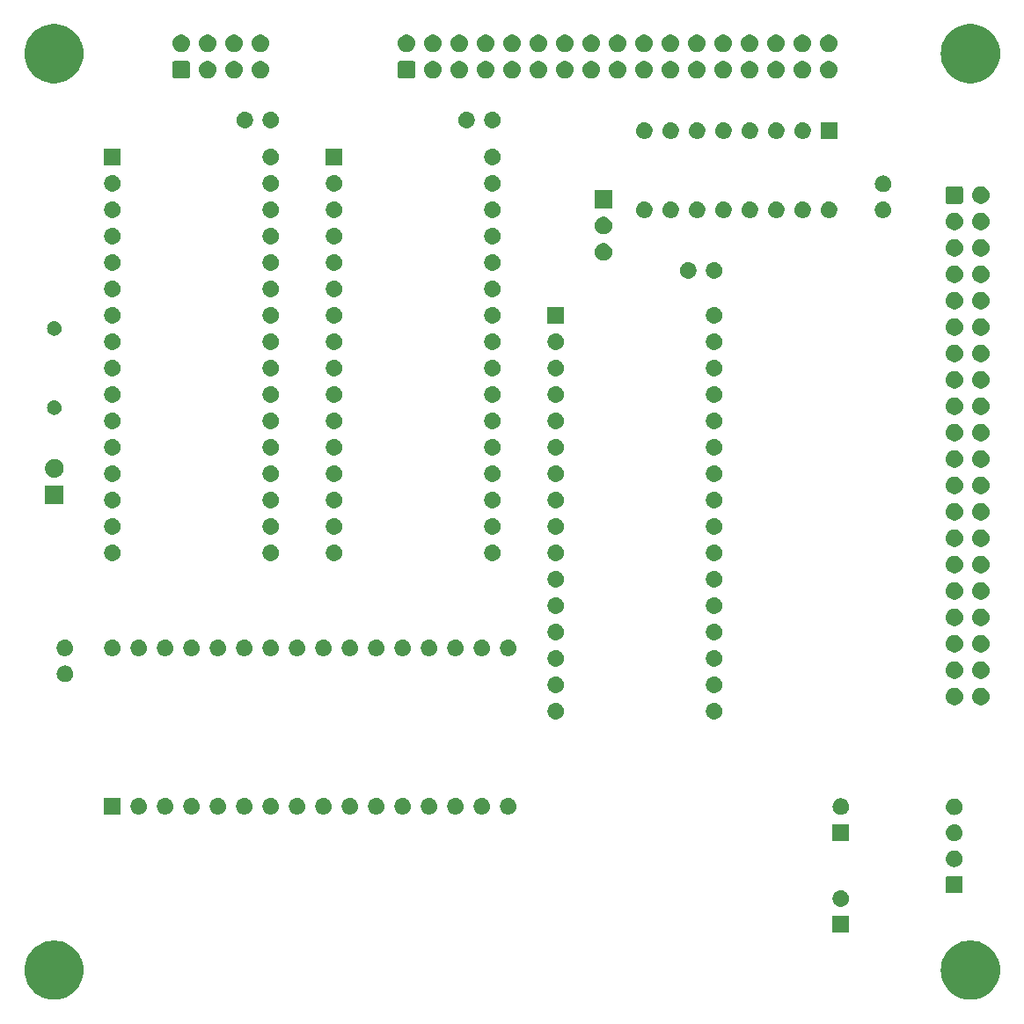
<source format=gbr>
%TF.GenerationSoftware,KiCad,Pcbnew,8.0.4*%
%TF.CreationDate,2024-08-15T14:16:27+02:00*%
%TF.ProjectId,rom_ram_board_v2,726f6d5f-7261-46d5-9f62-6f6172645f76,1.1*%
%TF.SameCoordinates,Original*%
%TF.FileFunction,Soldermask,Bot*%
%TF.FilePolarity,Negative*%
%FSLAX46Y46*%
G04 Gerber Fmt 4.6, Leading zero omitted, Abs format (unit mm)*
G04 Created by KiCad (PCBNEW 8.0.4) date 2024-08-15 14:16:27*
%MOMM*%
%LPD*%
G01*
G04 APERTURE LIST*
G04 APERTURE END LIST*
G36*
X29419897Y-114318298D02*
G01*
X29742389Y-114394730D01*
X30053827Y-114508084D01*
X30350000Y-114656828D01*
X30626902Y-114838949D01*
X30880789Y-115051985D01*
X31108227Y-115293055D01*
X31306140Y-115558899D01*
X31471853Y-115845922D01*
X31603124Y-116150243D01*
X31698178Y-116467745D01*
X31755729Y-116794135D01*
X31775000Y-117125000D01*
X31755729Y-117455865D01*
X31698178Y-117782255D01*
X31603124Y-118099757D01*
X31471853Y-118404078D01*
X31306140Y-118691101D01*
X31108227Y-118956945D01*
X30880789Y-119198015D01*
X30626902Y-119411051D01*
X30350000Y-119593172D01*
X30053827Y-119741916D01*
X29742389Y-119855270D01*
X29419897Y-119931702D01*
X29090713Y-119970178D01*
X28759287Y-119970178D01*
X28430103Y-119931702D01*
X28107611Y-119855270D01*
X27796173Y-119741916D01*
X27500000Y-119593172D01*
X27223098Y-119411051D01*
X26969211Y-119198015D01*
X26741773Y-118956945D01*
X26543860Y-118691101D01*
X26378147Y-118404078D01*
X26246876Y-118099757D01*
X26151822Y-117782255D01*
X26094271Y-117455865D01*
X26075000Y-117125000D01*
X26094271Y-116794135D01*
X26151822Y-116467745D01*
X26246876Y-116150243D01*
X26378147Y-115845922D01*
X26543860Y-115558899D01*
X26741773Y-115293055D01*
X26969211Y-115051985D01*
X27223098Y-114838949D01*
X27500000Y-114656828D01*
X27796173Y-114508084D01*
X28107611Y-114394730D01*
X28430103Y-114318298D01*
X28759287Y-114279822D01*
X29090713Y-114279822D01*
X29419897Y-114318298D01*
G37*
G36*
X117619897Y-114318298D02*
G01*
X117942389Y-114394730D01*
X118253827Y-114508084D01*
X118550000Y-114656828D01*
X118826902Y-114838949D01*
X119080789Y-115051985D01*
X119308227Y-115293055D01*
X119506140Y-115558899D01*
X119671853Y-115845922D01*
X119803124Y-116150243D01*
X119898178Y-116467745D01*
X119955729Y-116794135D01*
X119975000Y-117125000D01*
X119955729Y-117455865D01*
X119898178Y-117782255D01*
X119803124Y-118099757D01*
X119671853Y-118404078D01*
X119506140Y-118691101D01*
X119308227Y-118956945D01*
X119080789Y-119198015D01*
X118826902Y-119411051D01*
X118550000Y-119593172D01*
X118253827Y-119741916D01*
X117942389Y-119855270D01*
X117619897Y-119931702D01*
X117290713Y-119970178D01*
X116959287Y-119970178D01*
X116630103Y-119931702D01*
X116307611Y-119855270D01*
X115996173Y-119741916D01*
X115700000Y-119593172D01*
X115423098Y-119411051D01*
X115169211Y-119198015D01*
X114941773Y-118956945D01*
X114743860Y-118691101D01*
X114578147Y-118404078D01*
X114446876Y-118099757D01*
X114351822Y-117782255D01*
X114294271Y-117455865D01*
X114275000Y-117125000D01*
X114294271Y-116794135D01*
X114351822Y-116467745D01*
X114446876Y-116150243D01*
X114578147Y-115845922D01*
X114743860Y-115558899D01*
X114941773Y-115293055D01*
X115169211Y-115051985D01*
X115423098Y-114838949D01*
X115700000Y-114656828D01*
X115996173Y-114508084D01*
X116307611Y-114394730D01*
X116630103Y-114318298D01*
X116959287Y-114279822D01*
X117290713Y-114279822D01*
X117619897Y-114318298D01*
G37*
G36*
X105448000Y-113536000D02*
G01*
X103848000Y-113536000D01*
X103848000Y-111936000D01*
X105448000Y-111936000D01*
X105448000Y-113536000D01*
G37*
G36*
X104689367Y-109440661D02*
G01*
X104731593Y-109440661D01*
X104779228Y-109450786D01*
X104826017Y-109456058D01*
X104860039Y-109467962D01*
X104895127Y-109475421D01*
X104945695Y-109497935D01*
X104995107Y-109515225D01*
X105020823Y-109531383D01*
X105047860Y-109543421D01*
X105098275Y-109580050D01*
X105146792Y-109610535D01*
X105164214Y-109627957D01*
X105183117Y-109641691D01*
X105229844Y-109693587D01*
X105273465Y-109737208D01*
X105283499Y-109753177D01*
X105294986Y-109765935D01*
X105334285Y-109834003D01*
X105368775Y-109888893D01*
X105373080Y-109901197D01*
X105378580Y-109910723D01*
X105406740Y-109997392D01*
X105427942Y-110057983D01*
X105428746Y-110065118D01*
X105430244Y-110069729D01*
X105443820Y-110198904D01*
X105448000Y-110236000D01*
X105443819Y-110273098D01*
X105430244Y-110402270D01*
X105428746Y-110406879D01*
X105427942Y-110414017D01*
X105406736Y-110474620D01*
X105378580Y-110561276D01*
X105373081Y-110570799D01*
X105368775Y-110583107D01*
X105334278Y-110638007D01*
X105294986Y-110706064D01*
X105283501Y-110718818D01*
X105273465Y-110734792D01*
X105229835Y-110778421D01*
X105183117Y-110830308D01*
X105164218Y-110844038D01*
X105146792Y-110861465D01*
X105098265Y-110891956D01*
X105047860Y-110928578D01*
X105020829Y-110940612D01*
X104995107Y-110956775D01*
X104945685Y-110974068D01*
X104895127Y-110996578D01*
X104860045Y-111004035D01*
X104826017Y-111015942D01*
X104779225Y-111021214D01*
X104731593Y-111031339D01*
X104689367Y-111031339D01*
X104648000Y-111036000D01*
X104606633Y-111031339D01*
X104564407Y-111031339D01*
X104516774Y-111021214D01*
X104469983Y-111015942D01*
X104435955Y-111004035D01*
X104400872Y-110996578D01*
X104350309Y-110974066D01*
X104300893Y-110956775D01*
X104275173Y-110940614D01*
X104248139Y-110928578D01*
X104197726Y-110891951D01*
X104149208Y-110861465D01*
X104131784Y-110844041D01*
X104112882Y-110830308D01*
X104066154Y-110778411D01*
X104022535Y-110734792D01*
X104012500Y-110718822D01*
X104001013Y-110706064D01*
X103961709Y-110637987D01*
X103927225Y-110583107D01*
X103922919Y-110570803D01*
X103917419Y-110561276D01*
X103889249Y-110474580D01*
X103868058Y-110414017D01*
X103867254Y-110406884D01*
X103865755Y-110402270D01*
X103852165Y-110272966D01*
X103848000Y-110236000D01*
X103852164Y-110199036D01*
X103865755Y-110069729D01*
X103867254Y-110065113D01*
X103868058Y-110057983D01*
X103889245Y-109997432D01*
X103917419Y-109910723D01*
X103922920Y-109901193D01*
X103927225Y-109888893D01*
X103961701Y-109834023D01*
X104001013Y-109765935D01*
X104012502Y-109753174D01*
X104022535Y-109737208D01*
X104066145Y-109693597D01*
X104112882Y-109641691D01*
X104131787Y-109627955D01*
X104149208Y-109610535D01*
X104197721Y-109580052D01*
X104248140Y-109543421D01*
X104275176Y-109531383D01*
X104300893Y-109515225D01*
X104350301Y-109497936D01*
X104400872Y-109475421D01*
X104435961Y-109467962D01*
X104469983Y-109456058D01*
X104516771Y-109450786D01*
X104564407Y-109440661D01*
X104606633Y-109440661D01*
X104648000Y-109436000D01*
X104689367Y-109440661D01*
G37*
G36*
X116313034Y-108107764D02*
G01*
X116346125Y-108129875D01*
X116368236Y-108162966D01*
X116376000Y-108202000D01*
X116376000Y-109610000D01*
X116368236Y-109649034D01*
X116346125Y-109682125D01*
X116313034Y-109704236D01*
X116274000Y-109712000D01*
X114866000Y-109712000D01*
X114826966Y-109704236D01*
X114793875Y-109682125D01*
X114771764Y-109649034D01*
X114764000Y-109610000D01*
X114764000Y-108202000D01*
X114771764Y-108162966D01*
X114793875Y-108129875D01*
X114826966Y-108107764D01*
X114866000Y-108100000D01*
X116274000Y-108100000D01*
X116313034Y-108107764D01*
G37*
G36*
X115611661Y-105604694D02*
G01*
X115654220Y-105604694D01*
X115702228Y-105614898D01*
X115749352Y-105620208D01*
X115783617Y-105632198D01*
X115818982Y-105639715D01*
X115869950Y-105662407D01*
X115919710Y-105679819D01*
X115945608Y-105696091D01*
X115972860Y-105708225D01*
X116023676Y-105745145D01*
X116072533Y-105775844D01*
X116090078Y-105793389D01*
X116109131Y-105807232D01*
X116156232Y-105859543D01*
X116200156Y-105903467D01*
X116210259Y-105919546D01*
X116221840Y-105932408D01*
X116261463Y-106001036D01*
X116296181Y-106056290D01*
X116300515Y-106068676D01*
X116306061Y-106078282D01*
X116334459Y-106165684D01*
X116355792Y-106226648D01*
X116356600Y-106233827D01*
X116358113Y-106238481D01*
X116371819Y-106368898D01*
X116376000Y-106406000D01*
X116371819Y-106443104D01*
X116358113Y-106573518D01*
X116356601Y-106578171D01*
X116355792Y-106585352D01*
X116334455Y-106646328D01*
X116306061Y-106733717D01*
X116300516Y-106743320D01*
X116296181Y-106755710D01*
X116261456Y-106810974D01*
X116221840Y-106879591D01*
X116210261Y-106892450D01*
X116200156Y-106908533D01*
X116156223Y-106952465D01*
X116109131Y-107004767D01*
X116090082Y-107018606D01*
X116072533Y-107036156D01*
X116023666Y-107066861D01*
X115972860Y-107103774D01*
X115945613Y-107115904D01*
X115919710Y-107132181D01*
X115869940Y-107149596D01*
X115818982Y-107172284D01*
X115783623Y-107179799D01*
X115749352Y-107191792D01*
X115702225Y-107197101D01*
X115654220Y-107207306D01*
X115611661Y-107207306D01*
X115570000Y-107212000D01*
X115528339Y-107207306D01*
X115485780Y-107207306D01*
X115437773Y-107197101D01*
X115390648Y-107191792D01*
X115356377Y-107179800D01*
X115321017Y-107172284D01*
X115270055Y-107149594D01*
X115220290Y-107132181D01*
X115194388Y-107115906D01*
X115167139Y-107103774D01*
X115116326Y-107066856D01*
X115067467Y-107036156D01*
X115049920Y-107018609D01*
X115030868Y-107004767D01*
X114983766Y-106952455D01*
X114939844Y-106908533D01*
X114929740Y-106892454D01*
X114918159Y-106879591D01*
X114878531Y-106810954D01*
X114843819Y-106755710D01*
X114839485Y-106743325D01*
X114833938Y-106733717D01*
X114805530Y-106646288D01*
X114784208Y-106585352D01*
X114783399Y-106578175D01*
X114781886Y-106573518D01*
X114768165Y-106442972D01*
X114764000Y-106406000D01*
X114768165Y-106369030D01*
X114781886Y-106238481D01*
X114783399Y-106233822D01*
X114784208Y-106226648D01*
X114805526Y-106165724D01*
X114833938Y-106078282D01*
X114839486Y-106068672D01*
X114843819Y-106056290D01*
X114878524Y-106001056D01*
X114918159Y-105932408D01*
X114929742Y-105919542D01*
X114939844Y-105903467D01*
X114983757Y-105859553D01*
X115030868Y-105807232D01*
X115049923Y-105793387D01*
X115067467Y-105775844D01*
X115116320Y-105745147D01*
X115167140Y-105708225D01*
X115194391Y-105696091D01*
X115220290Y-105679819D01*
X115270049Y-105662407D01*
X115321018Y-105639715D01*
X115356382Y-105632198D01*
X115390648Y-105620208D01*
X115437771Y-105614898D01*
X115485780Y-105604694D01*
X115528339Y-105604694D01*
X115570000Y-105600000D01*
X115611661Y-105604694D01*
G37*
G36*
X115611661Y-103104694D02*
G01*
X115654220Y-103104694D01*
X115702228Y-103114898D01*
X115749352Y-103120208D01*
X115783617Y-103132198D01*
X115818982Y-103139715D01*
X115869950Y-103162407D01*
X115919710Y-103179819D01*
X115945608Y-103196091D01*
X115972860Y-103208225D01*
X116023676Y-103245145D01*
X116072533Y-103275844D01*
X116090078Y-103293389D01*
X116109131Y-103307232D01*
X116156232Y-103359543D01*
X116200156Y-103403467D01*
X116210259Y-103419546D01*
X116221840Y-103432408D01*
X116261463Y-103501036D01*
X116296181Y-103556290D01*
X116300515Y-103568676D01*
X116306061Y-103578282D01*
X116334459Y-103665684D01*
X116355792Y-103726648D01*
X116356600Y-103733827D01*
X116358113Y-103738481D01*
X116371819Y-103868898D01*
X116376000Y-103906000D01*
X116371819Y-103943104D01*
X116358113Y-104073518D01*
X116356601Y-104078171D01*
X116355792Y-104085352D01*
X116334455Y-104146328D01*
X116306061Y-104233717D01*
X116300516Y-104243320D01*
X116296181Y-104255710D01*
X116261456Y-104310974D01*
X116221840Y-104379591D01*
X116210261Y-104392450D01*
X116200156Y-104408533D01*
X116156223Y-104452465D01*
X116109131Y-104504767D01*
X116090082Y-104518606D01*
X116072533Y-104536156D01*
X116023666Y-104566861D01*
X115972860Y-104603774D01*
X115945613Y-104615904D01*
X115919710Y-104632181D01*
X115869940Y-104649596D01*
X115818982Y-104672284D01*
X115783623Y-104679799D01*
X115749352Y-104691792D01*
X115702225Y-104697101D01*
X115654220Y-104707306D01*
X115611661Y-104707306D01*
X115570000Y-104712000D01*
X115528339Y-104707306D01*
X115485780Y-104707306D01*
X115437773Y-104697101D01*
X115390648Y-104691792D01*
X115356377Y-104679800D01*
X115321017Y-104672284D01*
X115270055Y-104649594D01*
X115220290Y-104632181D01*
X115194388Y-104615906D01*
X115167139Y-104603774D01*
X115116326Y-104566856D01*
X115067467Y-104536156D01*
X115049920Y-104518609D01*
X115030868Y-104504767D01*
X114983766Y-104452455D01*
X114939844Y-104408533D01*
X114929740Y-104392454D01*
X114918159Y-104379591D01*
X114878531Y-104310954D01*
X114843819Y-104255710D01*
X114839485Y-104243325D01*
X114833938Y-104233717D01*
X114805530Y-104146288D01*
X114784208Y-104085352D01*
X114783399Y-104078175D01*
X114781886Y-104073518D01*
X114768165Y-103942972D01*
X114764000Y-103906000D01*
X114768165Y-103869030D01*
X114781886Y-103738481D01*
X114783399Y-103733822D01*
X114784208Y-103726648D01*
X114805526Y-103665724D01*
X114833938Y-103578282D01*
X114839486Y-103568672D01*
X114843819Y-103556290D01*
X114878524Y-103501056D01*
X114918159Y-103432408D01*
X114929742Y-103419542D01*
X114939844Y-103403467D01*
X114983757Y-103359553D01*
X115030868Y-103307232D01*
X115049923Y-103293387D01*
X115067467Y-103275844D01*
X115116320Y-103245147D01*
X115167140Y-103208225D01*
X115194391Y-103196091D01*
X115220290Y-103179819D01*
X115270049Y-103162407D01*
X115321018Y-103139715D01*
X115356382Y-103132198D01*
X115390648Y-103120208D01*
X115437771Y-103114898D01*
X115485780Y-103104694D01*
X115528339Y-103104694D01*
X115570000Y-103100000D01*
X115611661Y-103104694D01*
G37*
G36*
X105448000Y-104686000D02*
G01*
X103848000Y-104686000D01*
X103848000Y-103086000D01*
X105448000Y-103086000D01*
X105448000Y-104686000D01*
G37*
G36*
X115611661Y-100604694D02*
G01*
X115654220Y-100604694D01*
X115702228Y-100614898D01*
X115749352Y-100620208D01*
X115783617Y-100632198D01*
X115818982Y-100639715D01*
X115869950Y-100662407D01*
X115919710Y-100679819D01*
X115945608Y-100696091D01*
X115972860Y-100708225D01*
X116023676Y-100745145D01*
X116072533Y-100775844D01*
X116090078Y-100793389D01*
X116109131Y-100807232D01*
X116156232Y-100859543D01*
X116200156Y-100903467D01*
X116210259Y-100919546D01*
X116221840Y-100932408D01*
X116261463Y-101001036D01*
X116296181Y-101056290D01*
X116300515Y-101068676D01*
X116306061Y-101078282D01*
X116334459Y-101165684D01*
X116355792Y-101226648D01*
X116356600Y-101233827D01*
X116358113Y-101238481D01*
X116371819Y-101368898D01*
X116376000Y-101406000D01*
X116371819Y-101443104D01*
X116358113Y-101573518D01*
X116356601Y-101578171D01*
X116355792Y-101585352D01*
X116334455Y-101646328D01*
X116306061Y-101733717D01*
X116300516Y-101743320D01*
X116296181Y-101755710D01*
X116261456Y-101810974D01*
X116221840Y-101879591D01*
X116210261Y-101892450D01*
X116200156Y-101908533D01*
X116156223Y-101952465D01*
X116109131Y-102004767D01*
X116090082Y-102018606D01*
X116072533Y-102036156D01*
X116023666Y-102066861D01*
X115972860Y-102103774D01*
X115945613Y-102115904D01*
X115919710Y-102132181D01*
X115869940Y-102149596D01*
X115818982Y-102172284D01*
X115783623Y-102179799D01*
X115749352Y-102191792D01*
X115702225Y-102197101D01*
X115654220Y-102207306D01*
X115611661Y-102207306D01*
X115570000Y-102212000D01*
X115528339Y-102207306D01*
X115485780Y-102207306D01*
X115437773Y-102197101D01*
X115390648Y-102191792D01*
X115356377Y-102179800D01*
X115321017Y-102172284D01*
X115270055Y-102149594D01*
X115220290Y-102132181D01*
X115194388Y-102115906D01*
X115167139Y-102103774D01*
X115116326Y-102066856D01*
X115067467Y-102036156D01*
X115049920Y-102018609D01*
X115030868Y-102004767D01*
X114983766Y-101952455D01*
X114939844Y-101908533D01*
X114929740Y-101892454D01*
X114918159Y-101879591D01*
X114878531Y-101810954D01*
X114843819Y-101755710D01*
X114839485Y-101743325D01*
X114833938Y-101733717D01*
X114805530Y-101646288D01*
X114784208Y-101585352D01*
X114783399Y-101578175D01*
X114781886Y-101573518D01*
X114768165Y-101442972D01*
X114764000Y-101406000D01*
X114768165Y-101369030D01*
X114781886Y-101238481D01*
X114783399Y-101233822D01*
X114784208Y-101226648D01*
X114805526Y-101165724D01*
X114833938Y-101078282D01*
X114839486Y-101068672D01*
X114843819Y-101056290D01*
X114878524Y-101001056D01*
X114918159Y-100932408D01*
X114929742Y-100919542D01*
X114939844Y-100903467D01*
X114983757Y-100859553D01*
X115030868Y-100807232D01*
X115049923Y-100793387D01*
X115067467Y-100775844D01*
X115116320Y-100745147D01*
X115167140Y-100708225D01*
X115194391Y-100696091D01*
X115220290Y-100679819D01*
X115270049Y-100662407D01*
X115321018Y-100639715D01*
X115356382Y-100632198D01*
X115390648Y-100620208D01*
X115437771Y-100614898D01*
X115485780Y-100604694D01*
X115528339Y-100604694D01*
X115570000Y-100600000D01*
X115611661Y-100604694D01*
G37*
G36*
X104689367Y-100590661D02*
G01*
X104731593Y-100590661D01*
X104779228Y-100600786D01*
X104826017Y-100606058D01*
X104860039Y-100617962D01*
X104895127Y-100625421D01*
X104945695Y-100647935D01*
X104995107Y-100665225D01*
X105020823Y-100681383D01*
X105047860Y-100693421D01*
X105098275Y-100730050D01*
X105146792Y-100760535D01*
X105164214Y-100777957D01*
X105183117Y-100791691D01*
X105229844Y-100843587D01*
X105273465Y-100887208D01*
X105283499Y-100903177D01*
X105294986Y-100915935D01*
X105334285Y-100984003D01*
X105368775Y-101038893D01*
X105373080Y-101051197D01*
X105378580Y-101060723D01*
X105406740Y-101147392D01*
X105427942Y-101207983D01*
X105428746Y-101215118D01*
X105430244Y-101219729D01*
X105443820Y-101348904D01*
X105448000Y-101386000D01*
X105443819Y-101423098D01*
X105430244Y-101552270D01*
X105428746Y-101556879D01*
X105427942Y-101564017D01*
X105406736Y-101624620D01*
X105378580Y-101711276D01*
X105373081Y-101720799D01*
X105368775Y-101733107D01*
X105334278Y-101788007D01*
X105294986Y-101856064D01*
X105283501Y-101868818D01*
X105273465Y-101884792D01*
X105229835Y-101928421D01*
X105183117Y-101980308D01*
X105164218Y-101994038D01*
X105146792Y-102011465D01*
X105098265Y-102041956D01*
X105047860Y-102078578D01*
X105020829Y-102090612D01*
X104995107Y-102106775D01*
X104945685Y-102124068D01*
X104895127Y-102146578D01*
X104860045Y-102154035D01*
X104826017Y-102165942D01*
X104779225Y-102171214D01*
X104731593Y-102181339D01*
X104689367Y-102181339D01*
X104648000Y-102186000D01*
X104606633Y-102181339D01*
X104564407Y-102181339D01*
X104516774Y-102171214D01*
X104469983Y-102165942D01*
X104435955Y-102154035D01*
X104400872Y-102146578D01*
X104350309Y-102124066D01*
X104300893Y-102106775D01*
X104275173Y-102090614D01*
X104248139Y-102078578D01*
X104197726Y-102041951D01*
X104149208Y-102011465D01*
X104131784Y-101994041D01*
X104112882Y-101980308D01*
X104066154Y-101928411D01*
X104022535Y-101884792D01*
X104012500Y-101868822D01*
X104001013Y-101856064D01*
X103961709Y-101787987D01*
X103927225Y-101733107D01*
X103922919Y-101720803D01*
X103917419Y-101711276D01*
X103889249Y-101624580D01*
X103868058Y-101564017D01*
X103867254Y-101556884D01*
X103865755Y-101552270D01*
X103852165Y-101422966D01*
X103848000Y-101386000D01*
X103852164Y-101349036D01*
X103865755Y-101219729D01*
X103867254Y-101215113D01*
X103868058Y-101207983D01*
X103889245Y-101147432D01*
X103917419Y-101060723D01*
X103922920Y-101051193D01*
X103927225Y-101038893D01*
X103961701Y-100984023D01*
X104001013Y-100915935D01*
X104012502Y-100903174D01*
X104022535Y-100887208D01*
X104066145Y-100843597D01*
X104112882Y-100791691D01*
X104131787Y-100777955D01*
X104149208Y-100760535D01*
X104197721Y-100730052D01*
X104248140Y-100693421D01*
X104275176Y-100681383D01*
X104300893Y-100665225D01*
X104350301Y-100647936D01*
X104400872Y-100625421D01*
X104435961Y-100617962D01*
X104469983Y-100606058D01*
X104516771Y-100600786D01*
X104564407Y-100590661D01*
X104606633Y-100590661D01*
X104648000Y-100586000D01*
X104689367Y-100590661D01*
G37*
G36*
X35344000Y-102151000D02*
G01*
X33744000Y-102151000D01*
X33744000Y-100551000D01*
X35344000Y-100551000D01*
X35344000Y-102151000D01*
G37*
G36*
X37125367Y-100555661D02*
G01*
X37167593Y-100555661D01*
X37215228Y-100565786D01*
X37262017Y-100571058D01*
X37296039Y-100582962D01*
X37331127Y-100590421D01*
X37381695Y-100612935D01*
X37431107Y-100630225D01*
X37456823Y-100646383D01*
X37483860Y-100658421D01*
X37534275Y-100695050D01*
X37582792Y-100725535D01*
X37600214Y-100742957D01*
X37619117Y-100756691D01*
X37665844Y-100808587D01*
X37709465Y-100852208D01*
X37719499Y-100868177D01*
X37730986Y-100880935D01*
X37770285Y-100949003D01*
X37804775Y-101003893D01*
X37809080Y-101016197D01*
X37814580Y-101025723D01*
X37842740Y-101112392D01*
X37863942Y-101172983D01*
X37864746Y-101180118D01*
X37866244Y-101184729D01*
X37879820Y-101313904D01*
X37884000Y-101351000D01*
X37879819Y-101388098D01*
X37866244Y-101517270D01*
X37864746Y-101521879D01*
X37863942Y-101529017D01*
X37842736Y-101589620D01*
X37814580Y-101676276D01*
X37809081Y-101685799D01*
X37804775Y-101698107D01*
X37770278Y-101753007D01*
X37730986Y-101821064D01*
X37719501Y-101833818D01*
X37709465Y-101849792D01*
X37665835Y-101893421D01*
X37619117Y-101945308D01*
X37600218Y-101959038D01*
X37582792Y-101976465D01*
X37534265Y-102006956D01*
X37483860Y-102043578D01*
X37456829Y-102055612D01*
X37431107Y-102071775D01*
X37381685Y-102089068D01*
X37331127Y-102111578D01*
X37296045Y-102119035D01*
X37262017Y-102130942D01*
X37215225Y-102136214D01*
X37167593Y-102146339D01*
X37125367Y-102146339D01*
X37084000Y-102151000D01*
X37042633Y-102146339D01*
X37000407Y-102146339D01*
X36952774Y-102136214D01*
X36905983Y-102130942D01*
X36871955Y-102119035D01*
X36836872Y-102111578D01*
X36786309Y-102089066D01*
X36736893Y-102071775D01*
X36711173Y-102055614D01*
X36684139Y-102043578D01*
X36633726Y-102006951D01*
X36585208Y-101976465D01*
X36567784Y-101959041D01*
X36548882Y-101945308D01*
X36502154Y-101893411D01*
X36458535Y-101849792D01*
X36448500Y-101833822D01*
X36437013Y-101821064D01*
X36397709Y-101752987D01*
X36363225Y-101698107D01*
X36358919Y-101685803D01*
X36353419Y-101676276D01*
X36325249Y-101589580D01*
X36304058Y-101529017D01*
X36303254Y-101521884D01*
X36301755Y-101517270D01*
X36288165Y-101387966D01*
X36284000Y-101351000D01*
X36288164Y-101314036D01*
X36301755Y-101184729D01*
X36303254Y-101180113D01*
X36304058Y-101172983D01*
X36325245Y-101112432D01*
X36353419Y-101025723D01*
X36358920Y-101016193D01*
X36363225Y-101003893D01*
X36397701Y-100949023D01*
X36437013Y-100880935D01*
X36448502Y-100868174D01*
X36458535Y-100852208D01*
X36502145Y-100808597D01*
X36548882Y-100756691D01*
X36567787Y-100742955D01*
X36585208Y-100725535D01*
X36633721Y-100695052D01*
X36684140Y-100658421D01*
X36711176Y-100646383D01*
X36736893Y-100630225D01*
X36786301Y-100612936D01*
X36836872Y-100590421D01*
X36871961Y-100582962D01*
X36905983Y-100571058D01*
X36952771Y-100565786D01*
X37000407Y-100555661D01*
X37042633Y-100555661D01*
X37084000Y-100551000D01*
X37125367Y-100555661D01*
G37*
G36*
X39665367Y-100555661D02*
G01*
X39707593Y-100555661D01*
X39755228Y-100565786D01*
X39802017Y-100571058D01*
X39836039Y-100582962D01*
X39871127Y-100590421D01*
X39921695Y-100612935D01*
X39971107Y-100630225D01*
X39996823Y-100646383D01*
X40023860Y-100658421D01*
X40074275Y-100695050D01*
X40122792Y-100725535D01*
X40140214Y-100742957D01*
X40159117Y-100756691D01*
X40205844Y-100808587D01*
X40249465Y-100852208D01*
X40259499Y-100868177D01*
X40270986Y-100880935D01*
X40310285Y-100949003D01*
X40344775Y-101003893D01*
X40349080Y-101016197D01*
X40354580Y-101025723D01*
X40382740Y-101112392D01*
X40403942Y-101172983D01*
X40404746Y-101180118D01*
X40406244Y-101184729D01*
X40419820Y-101313904D01*
X40424000Y-101351000D01*
X40419819Y-101388098D01*
X40406244Y-101517270D01*
X40404746Y-101521879D01*
X40403942Y-101529017D01*
X40382736Y-101589620D01*
X40354580Y-101676276D01*
X40349081Y-101685799D01*
X40344775Y-101698107D01*
X40310278Y-101753007D01*
X40270986Y-101821064D01*
X40259501Y-101833818D01*
X40249465Y-101849792D01*
X40205835Y-101893421D01*
X40159117Y-101945308D01*
X40140218Y-101959038D01*
X40122792Y-101976465D01*
X40074265Y-102006956D01*
X40023860Y-102043578D01*
X39996829Y-102055612D01*
X39971107Y-102071775D01*
X39921685Y-102089068D01*
X39871127Y-102111578D01*
X39836045Y-102119035D01*
X39802017Y-102130942D01*
X39755225Y-102136214D01*
X39707593Y-102146339D01*
X39665367Y-102146339D01*
X39624000Y-102151000D01*
X39582633Y-102146339D01*
X39540407Y-102146339D01*
X39492774Y-102136214D01*
X39445983Y-102130942D01*
X39411955Y-102119035D01*
X39376872Y-102111578D01*
X39326309Y-102089066D01*
X39276893Y-102071775D01*
X39251173Y-102055614D01*
X39224139Y-102043578D01*
X39173726Y-102006951D01*
X39125208Y-101976465D01*
X39107784Y-101959041D01*
X39088882Y-101945308D01*
X39042154Y-101893411D01*
X38998535Y-101849792D01*
X38988500Y-101833822D01*
X38977013Y-101821064D01*
X38937709Y-101752987D01*
X38903225Y-101698107D01*
X38898919Y-101685803D01*
X38893419Y-101676276D01*
X38865249Y-101589580D01*
X38844058Y-101529017D01*
X38843254Y-101521884D01*
X38841755Y-101517270D01*
X38828165Y-101387966D01*
X38824000Y-101351000D01*
X38828164Y-101314036D01*
X38841755Y-101184729D01*
X38843254Y-101180113D01*
X38844058Y-101172983D01*
X38865245Y-101112432D01*
X38893419Y-101025723D01*
X38898920Y-101016193D01*
X38903225Y-101003893D01*
X38937701Y-100949023D01*
X38977013Y-100880935D01*
X38988502Y-100868174D01*
X38998535Y-100852208D01*
X39042145Y-100808597D01*
X39088882Y-100756691D01*
X39107787Y-100742955D01*
X39125208Y-100725535D01*
X39173721Y-100695052D01*
X39224140Y-100658421D01*
X39251176Y-100646383D01*
X39276893Y-100630225D01*
X39326301Y-100612936D01*
X39376872Y-100590421D01*
X39411961Y-100582962D01*
X39445983Y-100571058D01*
X39492771Y-100565786D01*
X39540407Y-100555661D01*
X39582633Y-100555661D01*
X39624000Y-100551000D01*
X39665367Y-100555661D01*
G37*
G36*
X42205367Y-100555661D02*
G01*
X42247593Y-100555661D01*
X42295228Y-100565786D01*
X42342017Y-100571058D01*
X42376039Y-100582962D01*
X42411127Y-100590421D01*
X42461695Y-100612935D01*
X42511107Y-100630225D01*
X42536823Y-100646383D01*
X42563860Y-100658421D01*
X42614275Y-100695050D01*
X42662792Y-100725535D01*
X42680214Y-100742957D01*
X42699117Y-100756691D01*
X42745844Y-100808587D01*
X42789465Y-100852208D01*
X42799499Y-100868177D01*
X42810986Y-100880935D01*
X42850285Y-100949003D01*
X42884775Y-101003893D01*
X42889080Y-101016197D01*
X42894580Y-101025723D01*
X42922740Y-101112392D01*
X42943942Y-101172983D01*
X42944746Y-101180118D01*
X42946244Y-101184729D01*
X42959820Y-101313904D01*
X42964000Y-101351000D01*
X42959819Y-101388098D01*
X42946244Y-101517270D01*
X42944746Y-101521879D01*
X42943942Y-101529017D01*
X42922736Y-101589620D01*
X42894580Y-101676276D01*
X42889081Y-101685799D01*
X42884775Y-101698107D01*
X42850278Y-101753007D01*
X42810986Y-101821064D01*
X42799501Y-101833818D01*
X42789465Y-101849792D01*
X42745835Y-101893421D01*
X42699117Y-101945308D01*
X42680218Y-101959038D01*
X42662792Y-101976465D01*
X42614265Y-102006956D01*
X42563860Y-102043578D01*
X42536829Y-102055612D01*
X42511107Y-102071775D01*
X42461685Y-102089068D01*
X42411127Y-102111578D01*
X42376045Y-102119035D01*
X42342017Y-102130942D01*
X42295225Y-102136214D01*
X42247593Y-102146339D01*
X42205367Y-102146339D01*
X42164000Y-102151000D01*
X42122633Y-102146339D01*
X42080407Y-102146339D01*
X42032774Y-102136214D01*
X41985983Y-102130942D01*
X41951955Y-102119035D01*
X41916872Y-102111578D01*
X41866309Y-102089066D01*
X41816893Y-102071775D01*
X41791173Y-102055614D01*
X41764139Y-102043578D01*
X41713726Y-102006951D01*
X41665208Y-101976465D01*
X41647784Y-101959041D01*
X41628882Y-101945308D01*
X41582154Y-101893411D01*
X41538535Y-101849792D01*
X41528500Y-101833822D01*
X41517013Y-101821064D01*
X41477709Y-101752987D01*
X41443225Y-101698107D01*
X41438919Y-101685803D01*
X41433419Y-101676276D01*
X41405249Y-101589580D01*
X41384058Y-101529017D01*
X41383254Y-101521884D01*
X41381755Y-101517270D01*
X41368165Y-101387966D01*
X41364000Y-101351000D01*
X41368164Y-101314036D01*
X41381755Y-101184729D01*
X41383254Y-101180113D01*
X41384058Y-101172983D01*
X41405245Y-101112432D01*
X41433419Y-101025723D01*
X41438920Y-101016193D01*
X41443225Y-101003893D01*
X41477701Y-100949023D01*
X41517013Y-100880935D01*
X41528502Y-100868174D01*
X41538535Y-100852208D01*
X41582145Y-100808597D01*
X41628882Y-100756691D01*
X41647787Y-100742955D01*
X41665208Y-100725535D01*
X41713721Y-100695052D01*
X41764140Y-100658421D01*
X41791176Y-100646383D01*
X41816893Y-100630225D01*
X41866301Y-100612936D01*
X41916872Y-100590421D01*
X41951961Y-100582962D01*
X41985983Y-100571058D01*
X42032771Y-100565786D01*
X42080407Y-100555661D01*
X42122633Y-100555661D01*
X42164000Y-100551000D01*
X42205367Y-100555661D01*
G37*
G36*
X44745367Y-100555661D02*
G01*
X44787593Y-100555661D01*
X44835228Y-100565786D01*
X44882017Y-100571058D01*
X44916039Y-100582962D01*
X44951127Y-100590421D01*
X45001695Y-100612935D01*
X45051107Y-100630225D01*
X45076823Y-100646383D01*
X45103860Y-100658421D01*
X45154275Y-100695050D01*
X45202792Y-100725535D01*
X45220214Y-100742957D01*
X45239117Y-100756691D01*
X45285844Y-100808587D01*
X45329465Y-100852208D01*
X45339499Y-100868177D01*
X45350986Y-100880935D01*
X45390285Y-100949003D01*
X45424775Y-101003893D01*
X45429080Y-101016197D01*
X45434580Y-101025723D01*
X45462740Y-101112392D01*
X45483942Y-101172983D01*
X45484746Y-101180118D01*
X45486244Y-101184729D01*
X45499820Y-101313904D01*
X45504000Y-101351000D01*
X45499819Y-101388098D01*
X45486244Y-101517270D01*
X45484746Y-101521879D01*
X45483942Y-101529017D01*
X45462736Y-101589620D01*
X45434580Y-101676276D01*
X45429081Y-101685799D01*
X45424775Y-101698107D01*
X45390278Y-101753007D01*
X45350986Y-101821064D01*
X45339501Y-101833818D01*
X45329465Y-101849792D01*
X45285835Y-101893421D01*
X45239117Y-101945308D01*
X45220218Y-101959038D01*
X45202792Y-101976465D01*
X45154265Y-102006956D01*
X45103860Y-102043578D01*
X45076829Y-102055612D01*
X45051107Y-102071775D01*
X45001685Y-102089068D01*
X44951127Y-102111578D01*
X44916045Y-102119035D01*
X44882017Y-102130942D01*
X44835225Y-102136214D01*
X44787593Y-102146339D01*
X44745367Y-102146339D01*
X44704000Y-102151000D01*
X44662633Y-102146339D01*
X44620407Y-102146339D01*
X44572774Y-102136214D01*
X44525983Y-102130942D01*
X44491955Y-102119035D01*
X44456872Y-102111578D01*
X44406309Y-102089066D01*
X44356893Y-102071775D01*
X44331173Y-102055614D01*
X44304139Y-102043578D01*
X44253726Y-102006951D01*
X44205208Y-101976465D01*
X44187784Y-101959041D01*
X44168882Y-101945308D01*
X44122154Y-101893411D01*
X44078535Y-101849792D01*
X44068500Y-101833822D01*
X44057013Y-101821064D01*
X44017709Y-101752987D01*
X43983225Y-101698107D01*
X43978919Y-101685803D01*
X43973419Y-101676276D01*
X43945249Y-101589580D01*
X43924058Y-101529017D01*
X43923254Y-101521884D01*
X43921755Y-101517270D01*
X43908165Y-101387966D01*
X43904000Y-101351000D01*
X43908164Y-101314036D01*
X43921755Y-101184729D01*
X43923254Y-101180113D01*
X43924058Y-101172983D01*
X43945245Y-101112432D01*
X43973419Y-101025723D01*
X43978920Y-101016193D01*
X43983225Y-101003893D01*
X44017701Y-100949023D01*
X44057013Y-100880935D01*
X44068502Y-100868174D01*
X44078535Y-100852208D01*
X44122145Y-100808597D01*
X44168882Y-100756691D01*
X44187787Y-100742955D01*
X44205208Y-100725535D01*
X44253721Y-100695052D01*
X44304140Y-100658421D01*
X44331176Y-100646383D01*
X44356893Y-100630225D01*
X44406301Y-100612936D01*
X44456872Y-100590421D01*
X44491961Y-100582962D01*
X44525983Y-100571058D01*
X44572771Y-100565786D01*
X44620407Y-100555661D01*
X44662633Y-100555661D01*
X44704000Y-100551000D01*
X44745367Y-100555661D01*
G37*
G36*
X47285367Y-100555661D02*
G01*
X47327593Y-100555661D01*
X47375228Y-100565786D01*
X47422017Y-100571058D01*
X47456039Y-100582962D01*
X47491127Y-100590421D01*
X47541695Y-100612935D01*
X47591107Y-100630225D01*
X47616823Y-100646383D01*
X47643860Y-100658421D01*
X47694275Y-100695050D01*
X47742792Y-100725535D01*
X47760214Y-100742957D01*
X47779117Y-100756691D01*
X47825844Y-100808587D01*
X47869465Y-100852208D01*
X47879499Y-100868177D01*
X47890986Y-100880935D01*
X47930285Y-100949003D01*
X47964775Y-101003893D01*
X47969080Y-101016197D01*
X47974580Y-101025723D01*
X48002740Y-101112392D01*
X48023942Y-101172983D01*
X48024746Y-101180118D01*
X48026244Y-101184729D01*
X48039820Y-101313904D01*
X48044000Y-101351000D01*
X48039819Y-101388098D01*
X48026244Y-101517270D01*
X48024746Y-101521879D01*
X48023942Y-101529017D01*
X48002736Y-101589620D01*
X47974580Y-101676276D01*
X47969081Y-101685799D01*
X47964775Y-101698107D01*
X47930278Y-101753007D01*
X47890986Y-101821064D01*
X47879501Y-101833818D01*
X47869465Y-101849792D01*
X47825835Y-101893421D01*
X47779117Y-101945308D01*
X47760218Y-101959038D01*
X47742792Y-101976465D01*
X47694265Y-102006956D01*
X47643860Y-102043578D01*
X47616829Y-102055612D01*
X47591107Y-102071775D01*
X47541685Y-102089068D01*
X47491127Y-102111578D01*
X47456045Y-102119035D01*
X47422017Y-102130942D01*
X47375225Y-102136214D01*
X47327593Y-102146339D01*
X47285367Y-102146339D01*
X47244000Y-102151000D01*
X47202633Y-102146339D01*
X47160407Y-102146339D01*
X47112774Y-102136214D01*
X47065983Y-102130942D01*
X47031955Y-102119035D01*
X46996872Y-102111578D01*
X46946309Y-102089066D01*
X46896893Y-102071775D01*
X46871173Y-102055614D01*
X46844139Y-102043578D01*
X46793726Y-102006951D01*
X46745208Y-101976465D01*
X46727784Y-101959041D01*
X46708882Y-101945308D01*
X46662154Y-101893411D01*
X46618535Y-101849792D01*
X46608500Y-101833822D01*
X46597013Y-101821064D01*
X46557709Y-101752987D01*
X46523225Y-101698107D01*
X46518919Y-101685803D01*
X46513419Y-101676276D01*
X46485249Y-101589580D01*
X46464058Y-101529017D01*
X46463254Y-101521884D01*
X46461755Y-101517270D01*
X46448165Y-101387966D01*
X46444000Y-101351000D01*
X46448164Y-101314036D01*
X46461755Y-101184729D01*
X46463254Y-101180113D01*
X46464058Y-101172983D01*
X46485245Y-101112432D01*
X46513419Y-101025723D01*
X46518920Y-101016193D01*
X46523225Y-101003893D01*
X46557701Y-100949023D01*
X46597013Y-100880935D01*
X46608502Y-100868174D01*
X46618535Y-100852208D01*
X46662145Y-100808597D01*
X46708882Y-100756691D01*
X46727787Y-100742955D01*
X46745208Y-100725535D01*
X46793721Y-100695052D01*
X46844140Y-100658421D01*
X46871176Y-100646383D01*
X46896893Y-100630225D01*
X46946301Y-100612936D01*
X46996872Y-100590421D01*
X47031961Y-100582962D01*
X47065983Y-100571058D01*
X47112771Y-100565786D01*
X47160407Y-100555661D01*
X47202633Y-100555661D01*
X47244000Y-100551000D01*
X47285367Y-100555661D01*
G37*
G36*
X49825367Y-100555661D02*
G01*
X49867593Y-100555661D01*
X49915228Y-100565786D01*
X49962017Y-100571058D01*
X49996039Y-100582962D01*
X50031127Y-100590421D01*
X50081695Y-100612935D01*
X50131107Y-100630225D01*
X50156823Y-100646383D01*
X50183860Y-100658421D01*
X50234275Y-100695050D01*
X50282792Y-100725535D01*
X50300214Y-100742957D01*
X50319117Y-100756691D01*
X50365844Y-100808587D01*
X50409465Y-100852208D01*
X50419499Y-100868177D01*
X50430986Y-100880935D01*
X50470285Y-100949003D01*
X50504775Y-101003893D01*
X50509080Y-101016197D01*
X50514580Y-101025723D01*
X50542740Y-101112392D01*
X50563942Y-101172983D01*
X50564746Y-101180118D01*
X50566244Y-101184729D01*
X50579820Y-101313904D01*
X50584000Y-101351000D01*
X50579819Y-101388098D01*
X50566244Y-101517270D01*
X50564746Y-101521879D01*
X50563942Y-101529017D01*
X50542736Y-101589620D01*
X50514580Y-101676276D01*
X50509081Y-101685799D01*
X50504775Y-101698107D01*
X50470278Y-101753007D01*
X50430986Y-101821064D01*
X50419501Y-101833818D01*
X50409465Y-101849792D01*
X50365835Y-101893421D01*
X50319117Y-101945308D01*
X50300218Y-101959038D01*
X50282792Y-101976465D01*
X50234265Y-102006956D01*
X50183860Y-102043578D01*
X50156829Y-102055612D01*
X50131107Y-102071775D01*
X50081685Y-102089068D01*
X50031127Y-102111578D01*
X49996045Y-102119035D01*
X49962017Y-102130942D01*
X49915225Y-102136214D01*
X49867593Y-102146339D01*
X49825367Y-102146339D01*
X49784000Y-102151000D01*
X49742633Y-102146339D01*
X49700407Y-102146339D01*
X49652774Y-102136214D01*
X49605983Y-102130942D01*
X49571955Y-102119035D01*
X49536872Y-102111578D01*
X49486309Y-102089066D01*
X49436893Y-102071775D01*
X49411173Y-102055614D01*
X49384139Y-102043578D01*
X49333726Y-102006951D01*
X49285208Y-101976465D01*
X49267784Y-101959041D01*
X49248882Y-101945308D01*
X49202154Y-101893411D01*
X49158535Y-101849792D01*
X49148500Y-101833822D01*
X49137013Y-101821064D01*
X49097709Y-101752987D01*
X49063225Y-101698107D01*
X49058919Y-101685803D01*
X49053419Y-101676276D01*
X49025249Y-101589580D01*
X49004058Y-101529017D01*
X49003254Y-101521884D01*
X49001755Y-101517270D01*
X48988165Y-101387966D01*
X48984000Y-101351000D01*
X48988164Y-101314036D01*
X49001755Y-101184729D01*
X49003254Y-101180113D01*
X49004058Y-101172983D01*
X49025245Y-101112432D01*
X49053419Y-101025723D01*
X49058920Y-101016193D01*
X49063225Y-101003893D01*
X49097701Y-100949023D01*
X49137013Y-100880935D01*
X49148502Y-100868174D01*
X49158535Y-100852208D01*
X49202145Y-100808597D01*
X49248882Y-100756691D01*
X49267787Y-100742955D01*
X49285208Y-100725535D01*
X49333721Y-100695052D01*
X49384140Y-100658421D01*
X49411176Y-100646383D01*
X49436893Y-100630225D01*
X49486301Y-100612936D01*
X49536872Y-100590421D01*
X49571961Y-100582962D01*
X49605983Y-100571058D01*
X49652771Y-100565786D01*
X49700407Y-100555661D01*
X49742633Y-100555661D01*
X49784000Y-100551000D01*
X49825367Y-100555661D01*
G37*
G36*
X52365367Y-100555661D02*
G01*
X52407593Y-100555661D01*
X52455228Y-100565786D01*
X52502017Y-100571058D01*
X52536039Y-100582962D01*
X52571127Y-100590421D01*
X52621695Y-100612935D01*
X52671107Y-100630225D01*
X52696823Y-100646383D01*
X52723860Y-100658421D01*
X52774275Y-100695050D01*
X52822792Y-100725535D01*
X52840214Y-100742957D01*
X52859117Y-100756691D01*
X52905844Y-100808587D01*
X52949465Y-100852208D01*
X52959499Y-100868177D01*
X52970986Y-100880935D01*
X53010285Y-100949003D01*
X53044775Y-101003893D01*
X53049080Y-101016197D01*
X53054580Y-101025723D01*
X53082740Y-101112392D01*
X53103942Y-101172983D01*
X53104746Y-101180118D01*
X53106244Y-101184729D01*
X53119820Y-101313904D01*
X53124000Y-101351000D01*
X53119819Y-101388098D01*
X53106244Y-101517270D01*
X53104746Y-101521879D01*
X53103942Y-101529017D01*
X53082736Y-101589620D01*
X53054580Y-101676276D01*
X53049081Y-101685799D01*
X53044775Y-101698107D01*
X53010278Y-101753007D01*
X52970986Y-101821064D01*
X52959501Y-101833818D01*
X52949465Y-101849792D01*
X52905835Y-101893421D01*
X52859117Y-101945308D01*
X52840218Y-101959038D01*
X52822792Y-101976465D01*
X52774265Y-102006956D01*
X52723860Y-102043578D01*
X52696829Y-102055612D01*
X52671107Y-102071775D01*
X52621685Y-102089068D01*
X52571127Y-102111578D01*
X52536045Y-102119035D01*
X52502017Y-102130942D01*
X52455225Y-102136214D01*
X52407593Y-102146339D01*
X52365367Y-102146339D01*
X52324000Y-102151000D01*
X52282633Y-102146339D01*
X52240407Y-102146339D01*
X52192774Y-102136214D01*
X52145983Y-102130942D01*
X52111955Y-102119035D01*
X52076872Y-102111578D01*
X52026309Y-102089066D01*
X51976893Y-102071775D01*
X51951173Y-102055614D01*
X51924139Y-102043578D01*
X51873726Y-102006951D01*
X51825208Y-101976465D01*
X51807784Y-101959041D01*
X51788882Y-101945308D01*
X51742154Y-101893411D01*
X51698535Y-101849792D01*
X51688500Y-101833822D01*
X51677013Y-101821064D01*
X51637709Y-101752987D01*
X51603225Y-101698107D01*
X51598919Y-101685803D01*
X51593419Y-101676276D01*
X51565249Y-101589580D01*
X51544058Y-101529017D01*
X51543254Y-101521884D01*
X51541755Y-101517270D01*
X51528165Y-101387966D01*
X51524000Y-101351000D01*
X51528164Y-101314036D01*
X51541755Y-101184729D01*
X51543254Y-101180113D01*
X51544058Y-101172983D01*
X51565245Y-101112432D01*
X51593419Y-101025723D01*
X51598920Y-101016193D01*
X51603225Y-101003893D01*
X51637701Y-100949023D01*
X51677013Y-100880935D01*
X51688502Y-100868174D01*
X51698535Y-100852208D01*
X51742145Y-100808597D01*
X51788882Y-100756691D01*
X51807787Y-100742955D01*
X51825208Y-100725535D01*
X51873721Y-100695052D01*
X51924140Y-100658421D01*
X51951176Y-100646383D01*
X51976893Y-100630225D01*
X52026301Y-100612936D01*
X52076872Y-100590421D01*
X52111961Y-100582962D01*
X52145983Y-100571058D01*
X52192771Y-100565786D01*
X52240407Y-100555661D01*
X52282633Y-100555661D01*
X52324000Y-100551000D01*
X52365367Y-100555661D01*
G37*
G36*
X54905367Y-100555661D02*
G01*
X54947593Y-100555661D01*
X54995228Y-100565786D01*
X55042017Y-100571058D01*
X55076039Y-100582962D01*
X55111127Y-100590421D01*
X55161695Y-100612935D01*
X55211107Y-100630225D01*
X55236823Y-100646383D01*
X55263860Y-100658421D01*
X55314275Y-100695050D01*
X55362792Y-100725535D01*
X55380214Y-100742957D01*
X55399117Y-100756691D01*
X55445844Y-100808587D01*
X55489465Y-100852208D01*
X55499499Y-100868177D01*
X55510986Y-100880935D01*
X55550285Y-100949003D01*
X55584775Y-101003893D01*
X55589080Y-101016197D01*
X55594580Y-101025723D01*
X55622740Y-101112392D01*
X55643942Y-101172983D01*
X55644746Y-101180118D01*
X55646244Y-101184729D01*
X55659820Y-101313904D01*
X55664000Y-101351000D01*
X55659819Y-101388098D01*
X55646244Y-101517270D01*
X55644746Y-101521879D01*
X55643942Y-101529017D01*
X55622736Y-101589620D01*
X55594580Y-101676276D01*
X55589081Y-101685799D01*
X55584775Y-101698107D01*
X55550278Y-101753007D01*
X55510986Y-101821064D01*
X55499501Y-101833818D01*
X55489465Y-101849792D01*
X55445835Y-101893421D01*
X55399117Y-101945308D01*
X55380218Y-101959038D01*
X55362792Y-101976465D01*
X55314265Y-102006956D01*
X55263860Y-102043578D01*
X55236829Y-102055612D01*
X55211107Y-102071775D01*
X55161685Y-102089068D01*
X55111127Y-102111578D01*
X55076045Y-102119035D01*
X55042017Y-102130942D01*
X54995225Y-102136214D01*
X54947593Y-102146339D01*
X54905367Y-102146339D01*
X54864000Y-102151000D01*
X54822633Y-102146339D01*
X54780407Y-102146339D01*
X54732774Y-102136214D01*
X54685983Y-102130942D01*
X54651955Y-102119035D01*
X54616872Y-102111578D01*
X54566309Y-102089066D01*
X54516893Y-102071775D01*
X54491173Y-102055614D01*
X54464139Y-102043578D01*
X54413726Y-102006951D01*
X54365208Y-101976465D01*
X54347784Y-101959041D01*
X54328882Y-101945308D01*
X54282154Y-101893411D01*
X54238535Y-101849792D01*
X54228500Y-101833822D01*
X54217013Y-101821064D01*
X54177709Y-101752987D01*
X54143225Y-101698107D01*
X54138919Y-101685803D01*
X54133419Y-101676276D01*
X54105249Y-101589580D01*
X54084058Y-101529017D01*
X54083254Y-101521884D01*
X54081755Y-101517270D01*
X54068165Y-101387966D01*
X54064000Y-101351000D01*
X54068164Y-101314036D01*
X54081755Y-101184729D01*
X54083254Y-101180113D01*
X54084058Y-101172983D01*
X54105245Y-101112432D01*
X54133419Y-101025723D01*
X54138920Y-101016193D01*
X54143225Y-101003893D01*
X54177701Y-100949023D01*
X54217013Y-100880935D01*
X54228502Y-100868174D01*
X54238535Y-100852208D01*
X54282145Y-100808597D01*
X54328882Y-100756691D01*
X54347787Y-100742955D01*
X54365208Y-100725535D01*
X54413721Y-100695052D01*
X54464140Y-100658421D01*
X54491176Y-100646383D01*
X54516893Y-100630225D01*
X54566301Y-100612936D01*
X54616872Y-100590421D01*
X54651961Y-100582962D01*
X54685983Y-100571058D01*
X54732771Y-100565786D01*
X54780407Y-100555661D01*
X54822633Y-100555661D01*
X54864000Y-100551000D01*
X54905367Y-100555661D01*
G37*
G36*
X57445367Y-100555661D02*
G01*
X57487593Y-100555661D01*
X57535228Y-100565786D01*
X57582017Y-100571058D01*
X57616039Y-100582962D01*
X57651127Y-100590421D01*
X57701695Y-100612935D01*
X57751107Y-100630225D01*
X57776823Y-100646383D01*
X57803860Y-100658421D01*
X57854275Y-100695050D01*
X57902792Y-100725535D01*
X57920214Y-100742957D01*
X57939117Y-100756691D01*
X57985844Y-100808587D01*
X58029465Y-100852208D01*
X58039499Y-100868177D01*
X58050986Y-100880935D01*
X58090285Y-100949003D01*
X58124775Y-101003893D01*
X58129080Y-101016197D01*
X58134580Y-101025723D01*
X58162740Y-101112392D01*
X58183942Y-101172983D01*
X58184746Y-101180118D01*
X58186244Y-101184729D01*
X58199820Y-101313904D01*
X58204000Y-101351000D01*
X58199819Y-101388098D01*
X58186244Y-101517270D01*
X58184746Y-101521879D01*
X58183942Y-101529017D01*
X58162736Y-101589620D01*
X58134580Y-101676276D01*
X58129081Y-101685799D01*
X58124775Y-101698107D01*
X58090278Y-101753007D01*
X58050986Y-101821064D01*
X58039501Y-101833818D01*
X58029465Y-101849792D01*
X57985835Y-101893421D01*
X57939117Y-101945308D01*
X57920218Y-101959038D01*
X57902792Y-101976465D01*
X57854265Y-102006956D01*
X57803860Y-102043578D01*
X57776829Y-102055612D01*
X57751107Y-102071775D01*
X57701685Y-102089068D01*
X57651127Y-102111578D01*
X57616045Y-102119035D01*
X57582017Y-102130942D01*
X57535225Y-102136214D01*
X57487593Y-102146339D01*
X57445367Y-102146339D01*
X57404000Y-102151000D01*
X57362633Y-102146339D01*
X57320407Y-102146339D01*
X57272774Y-102136214D01*
X57225983Y-102130942D01*
X57191955Y-102119035D01*
X57156872Y-102111578D01*
X57106309Y-102089066D01*
X57056893Y-102071775D01*
X57031173Y-102055614D01*
X57004139Y-102043578D01*
X56953726Y-102006951D01*
X56905208Y-101976465D01*
X56887784Y-101959041D01*
X56868882Y-101945308D01*
X56822154Y-101893411D01*
X56778535Y-101849792D01*
X56768500Y-101833822D01*
X56757013Y-101821064D01*
X56717709Y-101752987D01*
X56683225Y-101698107D01*
X56678919Y-101685803D01*
X56673419Y-101676276D01*
X56645249Y-101589580D01*
X56624058Y-101529017D01*
X56623254Y-101521884D01*
X56621755Y-101517270D01*
X56608165Y-101387966D01*
X56604000Y-101351000D01*
X56608164Y-101314036D01*
X56621755Y-101184729D01*
X56623254Y-101180113D01*
X56624058Y-101172983D01*
X56645245Y-101112432D01*
X56673419Y-101025723D01*
X56678920Y-101016193D01*
X56683225Y-101003893D01*
X56717701Y-100949023D01*
X56757013Y-100880935D01*
X56768502Y-100868174D01*
X56778535Y-100852208D01*
X56822145Y-100808597D01*
X56868882Y-100756691D01*
X56887787Y-100742955D01*
X56905208Y-100725535D01*
X56953721Y-100695052D01*
X57004140Y-100658421D01*
X57031176Y-100646383D01*
X57056893Y-100630225D01*
X57106301Y-100612936D01*
X57156872Y-100590421D01*
X57191961Y-100582962D01*
X57225983Y-100571058D01*
X57272771Y-100565786D01*
X57320407Y-100555661D01*
X57362633Y-100555661D01*
X57404000Y-100551000D01*
X57445367Y-100555661D01*
G37*
G36*
X59985367Y-100555661D02*
G01*
X60027593Y-100555661D01*
X60075228Y-100565786D01*
X60122017Y-100571058D01*
X60156039Y-100582962D01*
X60191127Y-100590421D01*
X60241695Y-100612935D01*
X60291107Y-100630225D01*
X60316823Y-100646383D01*
X60343860Y-100658421D01*
X60394275Y-100695050D01*
X60442792Y-100725535D01*
X60460214Y-100742957D01*
X60479117Y-100756691D01*
X60525844Y-100808587D01*
X60569465Y-100852208D01*
X60579499Y-100868177D01*
X60590986Y-100880935D01*
X60630285Y-100949003D01*
X60664775Y-101003893D01*
X60669080Y-101016197D01*
X60674580Y-101025723D01*
X60702740Y-101112392D01*
X60723942Y-101172983D01*
X60724746Y-101180118D01*
X60726244Y-101184729D01*
X60739820Y-101313904D01*
X60744000Y-101351000D01*
X60739819Y-101388098D01*
X60726244Y-101517270D01*
X60724746Y-101521879D01*
X60723942Y-101529017D01*
X60702736Y-101589620D01*
X60674580Y-101676276D01*
X60669081Y-101685799D01*
X60664775Y-101698107D01*
X60630278Y-101753007D01*
X60590986Y-101821064D01*
X60579501Y-101833818D01*
X60569465Y-101849792D01*
X60525835Y-101893421D01*
X60479117Y-101945308D01*
X60460218Y-101959038D01*
X60442792Y-101976465D01*
X60394265Y-102006956D01*
X60343860Y-102043578D01*
X60316829Y-102055612D01*
X60291107Y-102071775D01*
X60241685Y-102089068D01*
X60191127Y-102111578D01*
X60156045Y-102119035D01*
X60122017Y-102130942D01*
X60075225Y-102136214D01*
X60027593Y-102146339D01*
X59985367Y-102146339D01*
X59944000Y-102151000D01*
X59902633Y-102146339D01*
X59860407Y-102146339D01*
X59812774Y-102136214D01*
X59765983Y-102130942D01*
X59731955Y-102119035D01*
X59696872Y-102111578D01*
X59646309Y-102089066D01*
X59596893Y-102071775D01*
X59571173Y-102055614D01*
X59544139Y-102043578D01*
X59493726Y-102006951D01*
X59445208Y-101976465D01*
X59427784Y-101959041D01*
X59408882Y-101945308D01*
X59362154Y-101893411D01*
X59318535Y-101849792D01*
X59308500Y-101833822D01*
X59297013Y-101821064D01*
X59257709Y-101752987D01*
X59223225Y-101698107D01*
X59218919Y-101685803D01*
X59213419Y-101676276D01*
X59185249Y-101589580D01*
X59164058Y-101529017D01*
X59163254Y-101521884D01*
X59161755Y-101517270D01*
X59148165Y-101387966D01*
X59144000Y-101351000D01*
X59148164Y-101314036D01*
X59161755Y-101184729D01*
X59163254Y-101180113D01*
X59164058Y-101172983D01*
X59185245Y-101112432D01*
X59213419Y-101025723D01*
X59218920Y-101016193D01*
X59223225Y-101003893D01*
X59257701Y-100949023D01*
X59297013Y-100880935D01*
X59308502Y-100868174D01*
X59318535Y-100852208D01*
X59362145Y-100808597D01*
X59408882Y-100756691D01*
X59427787Y-100742955D01*
X59445208Y-100725535D01*
X59493721Y-100695052D01*
X59544140Y-100658421D01*
X59571176Y-100646383D01*
X59596893Y-100630225D01*
X59646301Y-100612936D01*
X59696872Y-100590421D01*
X59731961Y-100582962D01*
X59765983Y-100571058D01*
X59812771Y-100565786D01*
X59860407Y-100555661D01*
X59902633Y-100555661D01*
X59944000Y-100551000D01*
X59985367Y-100555661D01*
G37*
G36*
X62525367Y-100555661D02*
G01*
X62567593Y-100555661D01*
X62615228Y-100565786D01*
X62662017Y-100571058D01*
X62696039Y-100582962D01*
X62731127Y-100590421D01*
X62781695Y-100612935D01*
X62831107Y-100630225D01*
X62856823Y-100646383D01*
X62883860Y-100658421D01*
X62934275Y-100695050D01*
X62982792Y-100725535D01*
X63000214Y-100742957D01*
X63019117Y-100756691D01*
X63065844Y-100808587D01*
X63109465Y-100852208D01*
X63119499Y-100868177D01*
X63130986Y-100880935D01*
X63170285Y-100949003D01*
X63204775Y-101003893D01*
X63209080Y-101016197D01*
X63214580Y-101025723D01*
X63242740Y-101112392D01*
X63263942Y-101172983D01*
X63264746Y-101180118D01*
X63266244Y-101184729D01*
X63279820Y-101313904D01*
X63284000Y-101351000D01*
X63279819Y-101388098D01*
X63266244Y-101517270D01*
X63264746Y-101521879D01*
X63263942Y-101529017D01*
X63242736Y-101589620D01*
X63214580Y-101676276D01*
X63209081Y-101685799D01*
X63204775Y-101698107D01*
X63170278Y-101753007D01*
X63130986Y-101821064D01*
X63119501Y-101833818D01*
X63109465Y-101849792D01*
X63065835Y-101893421D01*
X63019117Y-101945308D01*
X63000218Y-101959038D01*
X62982792Y-101976465D01*
X62934265Y-102006956D01*
X62883860Y-102043578D01*
X62856829Y-102055612D01*
X62831107Y-102071775D01*
X62781685Y-102089068D01*
X62731127Y-102111578D01*
X62696045Y-102119035D01*
X62662017Y-102130942D01*
X62615225Y-102136214D01*
X62567593Y-102146339D01*
X62525367Y-102146339D01*
X62484000Y-102151000D01*
X62442633Y-102146339D01*
X62400407Y-102146339D01*
X62352774Y-102136214D01*
X62305983Y-102130942D01*
X62271955Y-102119035D01*
X62236872Y-102111578D01*
X62186309Y-102089066D01*
X62136893Y-102071775D01*
X62111173Y-102055614D01*
X62084139Y-102043578D01*
X62033726Y-102006951D01*
X61985208Y-101976465D01*
X61967784Y-101959041D01*
X61948882Y-101945308D01*
X61902154Y-101893411D01*
X61858535Y-101849792D01*
X61848500Y-101833822D01*
X61837013Y-101821064D01*
X61797709Y-101752987D01*
X61763225Y-101698107D01*
X61758919Y-101685803D01*
X61753419Y-101676276D01*
X61725249Y-101589580D01*
X61704058Y-101529017D01*
X61703254Y-101521884D01*
X61701755Y-101517270D01*
X61688165Y-101387966D01*
X61684000Y-101351000D01*
X61688164Y-101314036D01*
X61701755Y-101184729D01*
X61703254Y-101180113D01*
X61704058Y-101172983D01*
X61725245Y-101112432D01*
X61753419Y-101025723D01*
X61758920Y-101016193D01*
X61763225Y-101003893D01*
X61797701Y-100949023D01*
X61837013Y-100880935D01*
X61848502Y-100868174D01*
X61858535Y-100852208D01*
X61902145Y-100808597D01*
X61948882Y-100756691D01*
X61967787Y-100742955D01*
X61985208Y-100725535D01*
X62033721Y-100695052D01*
X62084140Y-100658421D01*
X62111176Y-100646383D01*
X62136893Y-100630225D01*
X62186301Y-100612936D01*
X62236872Y-100590421D01*
X62271961Y-100582962D01*
X62305983Y-100571058D01*
X62352771Y-100565786D01*
X62400407Y-100555661D01*
X62442633Y-100555661D01*
X62484000Y-100551000D01*
X62525367Y-100555661D01*
G37*
G36*
X65065367Y-100555661D02*
G01*
X65107593Y-100555661D01*
X65155228Y-100565786D01*
X65202017Y-100571058D01*
X65236039Y-100582962D01*
X65271127Y-100590421D01*
X65321695Y-100612935D01*
X65371107Y-100630225D01*
X65396823Y-100646383D01*
X65423860Y-100658421D01*
X65474275Y-100695050D01*
X65522792Y-100725535D01*
X65540214Y-100742957D01*
X65559117Y-100756691D01*
X65605844Y-100808587D01*
X65649465Y-100852208D01*
X65659499Y-100868177D01*
X65670986Y-100880935D01*
X65710285Y-100949003D01*
X65744775Y-101003893D01*
X65749080Y-101016197D01*
X65754580Y-101025723D01*
X65782740Y-101112392D01*
X65803942Y-101172983D01*
X65804746Y-101180118D01*
X65806244Y-101184729D01*
X65819820Y-101313904D01*
X65824000Y-101351000D01*
X65819819Y-101388098D01*
X65806244Y-101517270D01*
X65804746Y-101521879D01*
X65803942Y-101529017D01*
X65782736Y-101589620D01*
X65754580Y-101676276D01*
X65749081Y-101685799D01*
X65744775Y-101698107D01*
X65710278Y-101753007D01*
X65670986Y-101821064D01*
X65659501Y-101833818D01*
X65649465Y-101849792D01*
X65605835Y-101893421D01*
X65559117Y-101945308D01*
X65540218Y-101959038D01*
X65522792Y-101976465D01*
X65474265Y-102006956D01*
X65423860Y-102043578D01*
X65396829Y-102055612D01*
X65371107Y-102071775D01*
X65321685Y-102089068D01*
X65271127Y-102111578D01*
X65236045Y-102119035D01*
X65202017Y-102130942D01*
X65155225Y-102136214D01*
X65107593Y-102146339D01*
X65065367Y-102146339D01*
X65024000Y-102151000D01*
X64982633Y-102146339D01*
X64940407Y-102146339D01*
X64892774Y-102136214D01*
X64845983Y-102130942D01*
X64811955Y-102119035D01*
X64776872Y-102111578D01*
X64726309Y-102089066D01*
X64676893Y-102071775D01*
X64651173Y-102055614D01*
X64624139Y-102043578D01*
X64573726Y-102006951D01*
X64525208Y-101976465D01*
X64507784Y-101959041D01*
X64488882Y-101945308D01*
X64442154Y-101893411D01*
X64398535Y-101849792D01*
X64388500Y-101833822D01*
X64377013Y-101821064D01*
X64337709Y-101752987D01*
X64303225Y-101698107D01*
X64298919Y-101685803D01*
X64293419Y-101676276D01*
X64265249Y-101589580D01*
X64244058Y-101529017D01*
X64243254Y-101521884D01*
X64241755Y-101517270D01*
X64228165Y-101387966D01*
X64224000Y-101351000D01*
X64228164Y-101314036D01*
X64241755Y-101184729D01*
X64243254Y-101180113D01*
X64244058Y-101172983D01*
X64265245Y-101112432D01*
X64293419Y-101025723D01*
X64298920Y-101016193D01*
X64303225Y-101003893D01*
X64337701Y-100949023D01*
X64377013Y-100880935D01*
X64388502Y-100868174D01*
X64398535Y-100852208D01*
X64442145Y-100808597D01*
X64488882Y-100756691D01*
X64507787Y-100742955D01*
X64525208Y-100725535D01*
X64573721Y-100695052D01*
X64624140Y-100658421D01*
X64651176Y-100646383D01*
X64676893Y-100630225D01*
X64726301Y-100612936D01*
X64776872Y-100590421D01*
X64811961Y-100582962D01*
X64845983Y-100571058D01*
X64892771Y-100565786D01*
X64940407Y-100555661D01*
X64982633Y-100555661D01*
X65024000Y-100551000D01*
X65065367Y-100555661D01*
G37*
G36*
X67605367Y-100555661D02*
G01*
X67647593Y-100555661D01*
X67695228Y-100565786D01*
X67742017Y-100571058D01*
X67776039Y-100582962D01*
X67811127Y-100590421D01*
X67861695Y-100612935D01*
X67911107Y-100630225D01*
X67936823Y-100646383D01*
X67963860Y-100658421D01*
X68014275Y-100695050D01*
X68062792Y-100725535D01*
X68080214Y-100742957D01*
X68099117Y-100756691D01*
X68145844Y-100808587D01*
X68189465Y-100852208D01*
X68199499Y-100868177D01*
X68210986Y-100880935D01*
X68250285Y-100949003D01*
X68284775Y-101003893D01*
X68289080Y-101016197D01*
X68294580Y-101025723D01*
X68322740Y-101112392D01*
X68343942Y-101172983D01*
X68344746Y-101180118D01*
X68346244Y-101184729D01*
X68359820Y-101313904D01*
X68364000Y-101351000D01*
X68359819Y-101388098D01*
X68346244Y-101517270D01*
X68344746Y-101521879D01*
X68343942Y-101529017D01*
X68322736Y-101589620D01*
X68294580Y-101676276D01*
X68289081Y-101685799D01*
X68284775Y-101698107D01*
X68250278Y-101753007D01*
X68210986Y-101821064D01*
X68199501Y-101833818D01*
X68189465Y-101849792D01*
X68145835Y-101893421D01*
X68099117Y-101945308D01*
X68080218Y-101959038D01*
X68062792Y-101976465D01*
X68014265Y-102006956D01*
X67963860Y-102043578D01*
X67936829Y-102055612D01*
X67911107Y-102071775D01*
X67861685Y-102089068D01*
X67811127Y-102111578D01*
X67776045Y-102119035D01*
X67742017Y-102130942D01*
X67695225Y-102136214D01*
X67647593Y-102146339D01*
X67605367Y-102146339D01*
X67564000Y-102151000D01*
X67522633Y-102146339D01*
X67480407Y-102146339D01*
X67432774Y-102136214D01*
X67385983Y-102130942D01*
X67351955Y-102119035D01*
X67316872Y-102111578D01*
X67266309Y-102089066D01*
X67216893Y-102071775D01*
X67191173Y-102055614D01*
X67164139Y-102043578D01*
X67113726Y-102006951D01*
X67065208Y-101976465D01*
X67047784Y-101959041D01*
X67028882Y-101945308D01*
X66982154Y-101893411D01*
X66938535Y-101849792D01*
X66928500Y-101833822D01*
X66917013Y-101821064D01*
X66877709Y-101752987D01*
X66843225Y-101698107D01*
X66838919Y-101685803D01*
X66833419Y-101676276D01*
X66805249Y-101589580D01*
X66784058Y-101529017D01*
X66783254Y-101521884D01*
X66781755Y-101517270D01*
X66768165Y-101387966D01*
X66764000Y-101351000D01*
X66768164Y-101314036D01*
X66781755Y-101184729D01*
X66783254Y-101180113D01*
X66784058Y-101172983D01*
X66805245Y-101112432D01*
X66833419Y-101025723D01*
X66838920Y-101016193D01*
X66843225Y-101003893D01*
X66877701Y-100949023D01*
X66917013Y-100880935D01*
X66928502Y-100868174D01*
X66938535Y-100852208D01*
X66982145Y-100808597D01*
X67028882Y-100756691D01*
X67047787Y-100742955D01*
X67065208Y-100725535D01*
X67113721Y-100695052D01*
X67164140Y-100658421D01*
X67191176Y-100646383D01*
X67216893Y-100630225D01*
X67266301Y-100612936D01*
X67316872Y-100590421D01*
X67351961Y-100582962D01*
X67385983Y-100571058D01*
X67432771Y-100565786D01*
X67480407Y-100555661D01*
X67522633Y-100555661D01*
X67564000Y-100551000D01*
X67605367Y-100555661D01*
G37*
G36*
X70145367Y-100555661D02*
G01*
X70187593Y-100555661D01*
X70235228Y-100565786D01*
X70282017Y-100571058D01*
X70316039Y-100582962D01*
X70351127Y-100590421D01*
X70401695Y-100612935D01*
X70451107Y-100630225D01*
X70476823Y-100646383D01*
X70503860Y-100658421D01*
X70554275Y-100695050D01*
X70602792Y-100725535D01*
X70620214Y-100742957D01*
X70639117Y-100756691D01*
X70685844Y-100808587D01*
X70729465Y-100852208D01*
X70739499Y-100868177D01*
X70750986Y-100880935D01*
X70790285Y-100949003D01*
X70824775Y-101003893D01*
X70829080Y-101016197D01*
X70834580Y-101025723D01*
X70862740Y-101112392D01*
X70883942Y-101172983D01*
X70884746Y-101180118D01*
X70886244Y-101184729D01*
X70899820Y-101313904D01*
X70904000Y-101351000D01*
X70899819Y-101388098D01*
X70886244Y-101517270D01*
X70884746Y-101521879D01*
X70883942Y-101529017D01*
X70862736Y-101589620D01*
X70834580Y-101676276D01*
X70829081Y-101685799D01*
X70824775Y-101698107D01*
X70790278Y-101753007D01*
X70750986Y-101821064D01*
X70739501Y-101833818D01*
X70729465Y-101849792D01*
X70685835Y-101893421D01*
X70639117Y-101945308D01*
X70620218Y-101959038D01*
X70602792Y-101976465D01*
X70554265Y-102006956D01*
X70503860Y-102043578D01*
X70476829Y-102055612D01*
X70451107Y-102071775D01*
X70401685Y-102089068D01*
X70351127Y-102111578D01*
X70316045Y-102119035D01*
X70282017Y-102130942D01*
X70235225Y-102136214D01*
X70187593Y-102146339D01*
X70145367Y-102146339D01*
X70104000Y-102151000D01*
X70062633Y-102146339D01*
X70020407Y-102146339D01*
X69972774Y-102136214D01*
X69925983Y-102130942D01*
X69891955Y-102119035D01*
X69856872Y-102111578D01*
X69806309Y-102089066D01*
X69756893Y-102071775D01*
X69731173Y-102055614D01*
X69704139Y-102043578D01*
X69653726Y-102006951D01*
X69605208Y-101976465D01*
X69587784Y-101959041D01*
X69568882Y-101945308D01*
X69522154Y-101893411D01*
X69478535Y-101849792D01*
X69468500Y-101833822D01*
X69457013Y-101821064D01*
X69417709Y-101752987D01*
X69383225Y-101698107D01*
X69378919Y-101685803D01*
X69373419Y-101676276D01*
X69345249Y-101589580D01*
X69324058Y-101529017D01*
X69323254Y-101521884D01*
X69321755Y-101517270D01*
X69308165Y-101387966D01*
X69304000Y-101351000D01*
X69308164Y-101314036D01*
X69321755Y-101184729D01*
X69323254Y-101180113D01*
X69324058Y-101172983D01*
X69345245Y-101112432D01*
X69373419Y-101025723D01*
X69378920Y-101016193D01*
X69383225Y-101003893D01*
X69417701Y-100949023D01*
X69457013Y-100880935D01*
X69468502Y-100868174D01*
X69478535Y-100852208D01*
X69522145Y-100808597D01*
X69568882Y-100756691D01*
X69587787Y-100742955D01*
X69605208Y-100725535D01*
X69653721Y-100695052D01*
X69704140Y-100658421D01*
X69731176Y-100646383D01*
X69756893Y-100630225D01*
X69806301Y-100612936D01*
X69856872Y-100590421D01*
X69891961Y-100582962D01*
X69925983Y-100571058D01*
X69972771Y-100565786D01*
X70020407Y-100555661D01*
X70062633Y-100555661D01*
X70104000Y-100551000D01*
X70145367Y-100555661D01*
G37*
G36*
X72685367Y-100555661D02*
G01*
X72727593Y-100555661D01*
X72775228Y-100565786D01*
X72822017Y-100571058D01*
X72856039Y-100582962D01*
X72891127Y-100590421D01*
X72941695Y-100612935D01*
X72991107Y-100630225D01*
X73016823Y-100646383D01*
X73043860Y-100658421D01*
X73094275Y-100695050D01*
X73142792Y-100725535D01*
X73160214Y-100742957D01*
X73179117Y-100756691D01*
X73225844Y-100808587D01*
X73269465Y-100852208D01*
X73279499Y-100868177D01*
X73290986Y-100880935D01*
X73330285Y-100949003D01*
X73364775Y-101003893D01*
X73369080Y-101016197D01*
X73374580Y-101025723D01*
X73402740Y-101112392D01*
X73423942Y-101172983D01*
X73424746Y-101180118D01*
X73426244Y-101184729D01*
X73439820Y-101313904D01*
X73444000Y-101351000D01*
X73439819Y-101388098D01*
X73426244Y-101517270D01*
X73424746Y-101521879D01*
X73423942Y-101529017D01*
X73402736Y-101589620D01*
X73374580Y-101676276D01*
X73369081Y-101685799D01*
X73364775Y-101698107D01*
X73330278Y-101753007D01*
X73290986Y-101821064D01*
X73279501Y-101833818D01*
X73269465Y-101849792D01*
X73225835Y-101893421D01*
X73179117Y-101945308D01*
X73160218Y-101959038D01*
X73142792Y-101976465D01*
X73094265Y-102006956D01*
X73043860Y-102043578D01*
X73016829Y-102055612D01*
X72991107Y-102071775D01*
X72941685Y-102089068D01*
X72891127Y-102111578D01*
X72856045Y-102119035D01*
X72822017Y-102130942D01*
X72775225Y-102136214D01*
X72727593Y-102146339D01*
X72685367Y-102146339D01*
X72644000Y-102151000D01*
X72602633Y-102146339D01*
X72560407Y-102146339D01*
X72512774Y-102136214D01*
X72465983Y-102130942D01*
X72431955Y-102119035D01*
X72396872Y-102111578D01*
X72346309Y-102089066D01*
X72296893Y-102071775D01*
X72271173Y-102055614D01*
X72244139Y-102043578D01*
X72193726Y-102006951D01*
X72145208Y-101976465D01*
X72127784Y-101959041D01*
X72108882Y-101945308D01*
X72062154Y-101893411D01*
X72018535Y-101849792D01*
X72008500Y-101833822D01*
X71997013Y-101821064D01*
X71957709Y-101752987D01*
X71923225Y-101698107D01*
X71918919Y-101685803D01*
X71913419Y-101676276D01*
X71885249Y-101589580D01*
X71864058Y-101529017D01*
X71863254Y-101521884D01*
X71861755Y-101517270D01*
X71848165Y-101387966D01*
X71844000Y-101351000D01*
X71848164Y-101314036D01*
X71861755Y-101184729D01*
X71863254Y-101180113D01*
X71864058Y-101172983D01*
X71885245Y-101112432D01*
X71913419Y-101025723D01*
X71918920Y-101016193D01*
X71923225Y-101003893D01*
X71957701Y-100949023D01*
X71997013Y-100880935D01*
X72008502Y-100868174D01*
X72018535Y-100852208D01*
X72062145Y-100808597D01*
X72108882Y-100756691D01*
X72127787Y-100742955D01*
X72145208Y-100725535D01*
X72193721Y-100695052D01*
X72244140Y-100658421D01*
X72271176Y-100646383D01*
X72296893Y-100630225D01*
X72346301Y-100612936D01*
X72396872Y-100590421D01*
X72431961Y-100582962D01*
X72465983Y-100571058D01*
X72512771Y-100565786D01*
X72560407Y-100555661D01*
X72602633Y-100555661D01*
X72644000Y-100551000D01*
X72685367Y-100555661D01*
G37*
G36*
X77257367Y-91406661D02*
G01*
X77299593Y-91406661D01*
X77347228Y-91416786D01*
X77394017Y-91422058D01*
X77428039Y-91433962D01*
X77463127Y-91441421D01*
X77513695Y-91463935D01*
X77563107Y-91481225D01*
X77588823Y-91497383D01*
X77615860Y-91509421D01*
X77666275Y-91546050D01*
X77714792Y-91576535D01*
X77732214Y-91593957D01*
X77751117Y-91607691D01*
X77797844Y-91659587D01*
X77841465Y-91703208D01*
X77851499Y-91719177D01*
X77862986Y-91731935D01*
X77902285Y-91800003D01*
X77936775Y-91854893D01*
X77941080Y-91867197D01*
X77946580Y-91876723D01*
X77974740Y-91963392D01*
X77995942Y-92023983D01*
X77996746Y-92031118D01*
X77998244Y-92035729D01*
X78011820Y-92164904D01*
X78016000Y-92202000D01*
X78011819Y-92239098D01*
X77998244Y-92368270D01*
X77996746Y-92372879D01*
X77995942Y-92380017D01*
X77974736Y-92440620D01*
X77946580Y-92527276D01*
X77941081Y-92536799D01*
X77936775Y-92549107D01*
X77902278Y-92604007D01*
X77862986Y-92672064D01*
X77851501Y-92684818D01*
X77841465Y-92700792D01*
X77797835Y-92744421D01*
X77751117Y-92796308D01*
X77732218Y-92810038D01*
X77714792Y-92827465D01*
X77666265Y-92857956D01*
X77615860Y-92894578D01*
X77588829Y-92906612D01*
X77563107Y-92922775D01*
X77513685Y-92940068D01*
X77463127Y-92962578D01*
X77428045Y-92970035D01*
X77394017Y-92981942D01*
X77347225Y-92987214D01*
X77299593Y-92997339D01*
X77257367Y-92997339D01*
X77216000Y-93002000D01*
X77174633Y-92997339D01*
X77132407Y-92997339D01*
X77084774Y-92987214D01*
X77037983Y-92981942D01*
X77003955Y-92970035D01*
X76968872Y-92962578D01*
X76918309Y-92940066D01*
X76868893Y-92922775D01*
X76843173Y-92906614D01*
X76816139Y-92894578D01*
X76765726Y-92857951D01*
X76717208Y-92827465D01*
X76699784Y-92810041D01*
X76680882Y-92796308D01*
X76634154Y-92744411D01*
X76590535Y-92700792D01*
X76580500Y-92684822D01*
X76569013Y-92672064D01*
X76529709Y-92603987D01*
X76495225Y-92549107D01*
X76490919Y-92536803D01*
X76485419Y-92527276D01*
X76457249Y-92440580D01*
X76436058Y-92380017D01*
X76435254Y-92372884D01*
X76433755Y-92368270D01*
X76420165Y-92238966D01*
X76416000Y-92202000D01*
X76420164Y-92165036D01*
X76433755Y-92035729D01*
X76435254Y-92031113D01*
X76436058Y-92023983D01*
X76457245Y-91963432D01*
X76485419Y-91876723D01*
X76490920Y-91867193D01*
X76495225Y-91854893D01*
X76529701Y-91800023D01*
X76569013Y-91731935D01*
X76580502Y-91719174D01*
X76590535Y-91703208D01*
X76634145Y-91659597D01*
X76680882Y-91607691D01*
X76699787Y-91593955D01*
X76717208Y-91576535D01*
X76765721Y-91546052D01*
X76816140Y-91509421D01*
X76843176Y-91497383D01*
X76868893Y-91481225D01*
X76918301Y-91463936D01*
X76968872Y-91441421D01*
X77003961Y-91433962D01*
X77037983Y-91422058D01*
X77084771Y-91416786D01*
X77132407Y-91406661D01*
X77174633Y-91406661D01*
X77216000Y-91402000D01*
X77257367Y-91406661D01*
G37*
G36*
X92497367Y-91406661D02*
G01*
X92539593Y-91406661D01*
X92587228Y-91416786D01*
X92634017Y-91422058D01*
X92668039Y-91433962D01*
X92703127Y-91441421D01*
X92753695Y-91463935D01*
X92803107Y-91481225D01*
X92828823Y-91497383D01*
X92855860Y-91509421D01*
X92906275Y-91546050D01*
X92954792Y-91576535D01*
X92972214Y-91593957D01*
X92991117Y-91607691D01*
X93037844Y-91659587D01*
X93081465Y-91703208D01*
X93091499Y-91719177D01*
X93102986Y-91731935D01*
X93142285Y-91800003D01*
X93176775Y-91854893D01*
X93181080Y-91867197D01*
X93186580Y-91876723D01*
X93214740Y-91963392D01*
X93235942Y-92023983D01*
X93236746Y-92031118D01*
X93238244Y-92035729D01*
X93251820Y-92164904D01*
X93256000Y-92202000D01*
X93251819Y-92239098D01*
X93238244Y-92368270D01*
X93236746Y-92372879D01*
X93235942Y-92380017D01*
X93214736Y-92440620D01*
X93186580Y-92527276D01*
X93181081Y-92536799D01*
X93176775Y-92549107D01*
X93142278Y-92604007D01*
X93102986Y-92672064D01*
X93091501Y-92684818D01*
X93081465Y-92700792D01*
X93037835Y-92744421D01*
X92991117Y-92796308D01*
X92972218Y-92810038D01*
X92954792Y-92827465D01*
X92906265Y-92857956D01*
X92855860Y-92894578D01*
X92828829Y-92906612D01*
X92803107Y-92922775D01*
X92753685Y-92940068D01*
X92703127Y-92962578D01*
X92668045Y-92970035D01*
X92634017Y-92981942D01*
X92587225Y-92987214D01*
X92539593Y-92997339D01*
X92497367Y-92997339D01*
X92456000Y-93002000D01*
X92414633Y-92997339D01*
X92372407Y-92997339D01*
X92324774Y-92987214D01*
X92277983Y-92981942D01*
X92243955Y-92970035D01*
X92208872Y-92962578D01*
X92158309Y-92940066D01*
X92108893Y-92922775D01*
X92083173Y-92906614D01*
X92056139Y-92894578D01*
X92005726Y-92857951D01*
X91957208Y-92827465D01*
X91939784Y-92810041D01*
X91920882Y-92796308D01*
X91874154Y-92744411D01*
X91830535Y-92700792D01*
X91820500Y-92684822D01*
X91809013Y-92672064D01*
X91769709Y-92603987D01*
X91735225Y-92549107D01*
X91730919Y-92536803D01*
X91725419Y-92527276D01*
X91697249Y-92440580D01*
X91676058Y-92380017D01*
X91675254Y-92372884D01*
X91673755Y-92368270D01*
X91660165Y-92238966D01*
X91656000Y-92202000D01*
X91660164Y-92165036D01*
X91673755Y-92035729D01*
X91675254Y-92031113D01*
X91676058Y-92023983D01*
X91697245Y-91963432D01*
X91725419Y-91876723D01*
X91730920Y-91867193D01*
X91735225Y-91854893D01*
X91769701Y-91800023D01*
X91809013Y-91731935D01*
X91820502Y-91719174D01*
X91830535Y-91703208D01*
X91874145Y-91659597D01*
X91920882Y-91607691D01*
X91939787Y-91593955D01*
X91957208Y-91576535D01*
X92005721Y-91546052D01*
X92056140Y-91509421D01*
X92083176Y-91497383D01*
X92108893Y-91481225D01*
X92158301Y-91463936D01*
X92208872Y-91441421D01*
X92243961Y-91433962D01*
X92277983Y-91422058D01*
X92324771Y-91416786D01*
X92372407Y-91406661D01*
X92414633Y-91406661D01*
X92456000Y-91402000D01*
X92497367Y-91406661D01*
G37*
G36*
X115832664Y-89996602D02*
G01*
X115995000Y-90068878D01*
X116138761Y-90173327D01*
X116257664Y-90305383D01*
X116346514Y-90459274D01*
X116401425Y-90628275D01*
X116420000Y-90805000D01*
X116401425Y-90981725D01*
X116346514Y-91150726D01*
X116257664Y-91304617D01*
X116138761Y-91436673D01*
X115995000Y-91541122D01*
X115832664Y-91613398D01*
X115658849Y-91650344D01*
X115481151Y-91650344D01*
X115307336Y-91613398D01*
X115145000Y-91541122D01*
X115001239Y-91436673D01*
X114882336Y-91304617D01*
X114793486Y-91150726D01*
X114738575Y-90981725D01*
X114720000Y-90805000D01*
X114738575Y-90628275D01*
X114793486Y-90459274D01*
X114882336Y-90305383D01*
X115001239Y-90173327D01*
X115145000Y-90068878D01*
X115307336Y-89996602D01*
X115481151Y-89959656D01*
X115658849Y-89959656D01*
X115832664Y-89996602D01*
G37*
G36*
X118372664Y-89996602D02*
G01*
X118535000Y-90068878D01*
X118678761Y-90173327D01*
X118797664Y-90305383D01*
X118886514Y-90459274D01*
X118941425Y-90628275D01*
X118960000Y-90805000D01*
X118941425Y-90981725D01*
X118886514Y-91150726D01*
X118797664Y-91304617D01*
X118678761Y-91436673D01*
X118535000Y-91541122D01*
X118372664Y-91613398D01*
X118198849Y-91650344D01*
X118021151Y-91650344D01*
X117847336Y-91613398D01*
X117685000Y-91541122D01*
X117541239Y-91436673D01*
X117422336Y-91304617D01*
X117333486Y-91150726D01*
X117278575Y-90981725D01*
X117260000Y-90805000D01*
X117278575Y-90628275D01*
X117333486Y-90459274D01*
X117422336Y-90305383D01*
X117541239Y-90173327D01*
X117685000Y-90068878D01*
X117847336Y-89996602D01*
X118021151Y-89959656D01*
X118198849Y-89959656D01*
X118372664Y-89996602D01*
G37*
G36*
X77257367Y-88866661D02*
G01*
X77299593Y-88866661D01*
X77347228Y-88876786D01*
X77394017Y-88882058D01*
X77428039Y-88893962D01*
X77463127Y-88901421D01*
X77513695Y-88923935D01*
X77563107Y-88941225D01*
X77588823Y-88957383D01*
X77615860Y-88969421D01*
X77666275Y-89006050D01*
X77714792Y-89036535D01*
X77732214Y-89053957D01*
X77751117Y-89067691D01*
X77797844Y-89119587D01*
X77841465Y-89163208D01*
X77851499Y-89179177D01*
X77862986Y-89191935D01*
X77902285Y-89260003D01*
X77936775Y-89314893D01*
X77941080Y-89327197D01*
X77946580Y-89336723D01*
X77974740Y-89423392D01*
X77995942Y-89483983D01*
X77996746Y-89491118D01*
X77998244Y-89495729D01*
X78011820Y-89624904D01*
X78016000Y-89662000D01*
X78011819Y-89699098D01*
X77998244Y-89828270D01*
X77996746Y-89832879D01*
X77995942Y-89840017D01*
X77974736Y-89900620D01*
X77946580Y-89987276D01*
X77941081Y-89996799D01*
X77936775Y-90009107D01*
X77902278Y-90064007D01*
X77862986Y-90132064D01*
X77851501Y-90144818D01*
X77841465Y-90160792D01*
X77797835Y-90204421D01*
X77751117Y-90256308D01*
X77732218Y-90270038D01*
X77714792Y-90287465D01*
X77666265Y-90317956D01*
X77615860Y-90354578D01*
X77588829Y-90366612D01*
X77563107Y-90382775D01*
X77513685Y-90400068D01*
X77463127Y-90422578D01*
X77428045Y-90430035D01*
X77394017Y-90441942D01*
X77347225Y-90447214D01*
X77299593Y-90457339D01*
X77257367Y-90457339D01*
X77216000Y-90462000D01*
X77174633Y-90457339D01*
X77132407Y-90457339D01*
X77084774Y-90447214D01*
X77037983Y-90441942D01*
X77003955Y-90430035D01*
X76968872Y-90422578D01*
X76918309Y-90400066D01*
X76868893Y-90382775D01*
X76843173Y-90366614D01*
X76816139Y-90354578D01*
X76765726Y-90317951D01*
X76717208Y-90287465D01*
X76699784Y-90270041D01*
X76680882Y-90256308D01*
X76634154Y-90204411D01*
X76590535Y-90160792D01*
X76580500Y-90144822D01*
X76569013Y-90132064D01*
X76529709Y-90063987D01*
X76495225Y-90009107D01*
X76490919Y-89996803D01*
X76485419Y-89987276D01*
X76457249Y-89900580D01*
X76436058Y-89840017D01*
X76435254Y-89832884D01*
X76433755Y-89828270D01*
X76420165Y-89698966D01*
X76416000Y-89662000D01*
X76420164Y-89625036D01*
X76433755Y-89495729D01*
X76435254Y-89491113D01*
X76436058Y-89483983D01*
X76457245Y-89423432D01*
X76485419Y-89336723D01*
X76490920Y-89327193D01*
X76495225Y-89314893D01*
X76529701Y-89260023D01*
X76569013Y-89191935D01*
X76580502Y-89179174D01*
X76590535Y-89163208D01*
X76634145Y-89119597D01*
X76680882Y-89067691D01*
X76699787Y-89053955D01*
X76717208Y-89036535D01*
X76765721Y-89006052D01*
X76816140Y-88969421D01*
X76843176Y-88957383D01*
X76868893Y-88941225D01*
X76918301Y-88923936D01*
X76968872Y-88901421D01*
X77003961Y-88893962D01*
X77037983Y-88882058D01*
X77084771Y-88876786D01*
X77132407Y-88866661D01*
X77174633Y-88866661D01*
X77216000Y-88862000D01*
X77257367Y-88866661D01*
G37*
G36*
X92497367Y-88866661D02*
G01*
X92539593Y-88866661D01*
X92587228Y-88876786D01*
X92634017Y-88882058D01*
X92668039Y-88893962D01*
X92703127Y-88901421D01*
X92753695Y-88923935D01*
X92803107Y-88941225D01*
X92828823Y-88957383D01*
X92855860Y-88969421D01*
X92906275Y-89006050D01*
X92954792Y-89036535D01*
X92972214Y-89053957D01*
X92991117Y-89067691D01*
X93037844Y-89119587D01*
X93081465Y-89163208D01*
X93091499Y-89179177D01*
X93102986Y-89191935D01*
X93142285Y-89260003D01*
X93176775Y-89314893D01*
X93181080Y-89327197D01*
X93186580Y-89336723D01*
X93214740Y-89423392D01*
X93235942Y-89483983D01*
X93236746Y-89491118D01*
X93238244Y-89495729D01*
X93251820Y-89624904D01*
X93256000Y-89662000D01*
X93251819Y-89699098D01*
X93238244Y-89828270D01*
X93236746Y-89832879D01*
X93235942Y-89840017D01*
X93214736Y-89900620D01*
X93186580Y-89987276D01*
X93181081Y-89996799D01*
X93176775Y-90009107D01*
X93142278Y-90064007D01*
X93102986Y-90132064D01*
X93091501Y-90144818D01*
X93081465Y-90160792D01*
X93037835Y-90204421D01*
X92991117Y-90256308D01*
X92972218Y-90270038D01*
X92954792Y-90287465D01*
X92906265Y-90317956D01*
X92855860Y-90354578D01*
X92828829Y-90366612D01*
X92803107Y-90382775D01*
X92753685Y-90400068D01*
X92703127Y-90422578D01*
X92668045Y-90430035D01*
X92634017Y-90441942D01*
X92587225Y-90447214D01*
X92539593Y-90457339D01*
X92497367Y-90457339D01*
X92456000Y-90462000D01*
X92414633Y-90457339D01*
X92372407Y-90457339D01*
X92324774Y-90447214D01*
X92277983Y-90441942D01*
X92243955Y-90430035D01*
X92208872Y-90422578D01*
X92158309Y-90400066D01*
X92108893Y-90382775D01*
X92083173Y-90366614D01*
X92056139Y-90354578D01*
X92005726Y-90317951D01*
X91957208Y-90287465D01*
X91939784Y-90270041D01*
X91920882Y-90256308D01*
X91874154Y-90204411D01*
X91830535Y-90160792D01*
X91820500Y-90144822D01*
X91809013Y-90132064D01*
X91769709Y-90063987D01*
X91735225Y-90009107D01*
X91730919Y-89996803D01*
X91725419Y-89987276D01*
X91697249Y-89900580D01*
X91676058Y-89840017D01*
X91675254Y-89832884D01*
X91673755Y-89828270D01*
X91660165Y-89698966D01*
X91656000Y-89662000D01*
X91660164Y-89625036D01*
X91673755Y-89495729D01*
X91675254Y-89491113D01*
X91676058Y-89483983D01*
X91697245Y-89423432D01*
X91725419Y-89336723D01*
X91730920Y-89327193D01*
X91735225Y-89314893D01*
X91769701Y-89260023D01*
X91809013Y-89191935D01*
X91820502Y-89179174D01*
X91830535Y-89163208D01*
X91874145Y-89119597D01*
X91920882Y-89067691D01*
X91939787Y-89053955D01*
X91957208Y-89036535D01*
X92005721Y-89006052D01*
X92056140Y-88969421D01*
X92083176Y-88957383D01*
X92108893Y-88941225D01*
X92158301Y-88923936D01*
X92208872Y-88901421D01*
X92243961Y-88893962D01*
X92277983Y-88882058D01*
X92324771Y-88876786D01*
X92372407Y-88866661D01*
X92414633Y-88866661D01*
X92456000Y-88862000D01*
X92497367Y-88866661D01*
G37*
G36*
X30013367Y-87815661D02*
G01*
X30055593Y-87815661D01*
X30103228Y-87825786D01*
X30150017Y-87831058D01*
X30184039Y-87842962D01*
X30219127Y-87850421D01*
X30269695Y-87872935D01*
X30319107Y-87890225D01*
X30344823Y-87906383D01*
X30371860Y-87918421D01*
X30422275Y-87955050D01*
X30470792Y-87985535D01*
X30488214Y-88002957D01*
X30507117Y-88016691D01*
X30553844Y-88068587D01*
X30597465Y-88112208D01*
X30607499Y-88128177D01*
X30618986Y-88140935D01*
X30658285Y-88209003D01*
X30692775Y-88263893D01*
X30697080Y-88276197D01*
X30702580Y-88285723D01*
X30730740Y-88372392D01*
X30751942Y-88432983D01*
X30752746Y-88440118D01*
X30754244Y-88444729D01*
X30767820Y-88573904D01*
X30772000Y-88611000D01*
X30767819Y-88648098D01*
X30754244Y-88777270D01*
X30752746Y-88781879D01*
X30751942Y-88789017D01*
X30730736Y-88849620D01*
X30702580Y-88936276D01*
X30697081Y-88945799D01*
X30692775Y-88958107D01*
X30658278Y-89013007D01*
X30618986Y-89081064D01*
X30607501Y-89093818D01*
X30597465Y-89109792D01*
X30553835Y-89153421D01*
X30507117Y-89205308D01*
X30488218Y-89219038D01*
X30470792Y-89236465D01*
X30422265Y-89266956D01*
X30371860Y-89303578D01*
X30344829Y-89315612D01*
X30319107Y-89331775D01*
X30269685Y-89349068D01*
X30219127Y-89371578D01*
X30184045Y-89379035D01*
X30150017Y-89390942D01*
X30103225Y-89396214D01*
X30055593Y-89406339D01*
X30013367Y-89406339D01*
X29972000Y-89411000D01*
X29930633Y-89406339D01*
X29888407Y-89406339D01*
X29840774Y-89396214D01*
X29793983Y-89390942D01*
X29759955Y-89379035D01*
X29724872Y-89371578D01*
X29674309Y-89349066D01*
X29624893Y-89331775D01*
X29599173Y-89315614D01*
X29572139Y-89303578D01*
X29521726Y-89266951D01*
X29473208Y-89236465D01*
X29455784Y-89219041D01*
X29436882Y-89205308D01*
X29390154Y-89153411D01*
X29346535Y-89109792D01*
X29336500Y-89093822D01*
X29325013Y-89081064D01*
X29285709Y-89012987D01*
X29251225Y-88958107D01*
X29246919Y-88945803D01*
X29241419Y-88936276D01*
X29213249Y-88849580D01*
X29192058Y-88789017D01*
X29191254Y-88781884D01*
X29189755Y-88777270D01*
X29176165Y-88647966D01*
X29172000Y-88611000D01*
X29176164Y-88574036D01*
X29189755Y-88444729D01*
X29191254Y-88440113D01*
X29192058Y-88432983D01*
X29213245Y-88372432D01*
X29241419Y-88285723D01*
X29246920Y-88276193D01*
X29251225Y-88263893D01*
X29285701Y-88209023D01*
X29325013Y-88140935D01*
X29336502Y-88128174D01*
X29346535Y-88112208D01*
X29390145Y-88068597D01*
X29436882Y-88016691D01*
X29455787Y-88002955D01*
X29473208Y-87985535D01*
X29521721Y-87955052D01*
X29572140Y-87918421D01*
X29599176Y-87906383D01*
X29624893Y-87890225D01*
X29674301Y-87872936D01*
X29724872Y-87850421D01*
X29759961Y-87842962D01*
X29793983Y-87831058D01*
X29840771Y-87825786D01*
X29888407Y-87815661D01*
X29930633Y-87815661D01*
X29972000Y-87811000D01*
X30013367Y-87815661D01*
G37*
G36*
X115832664Y-87456602D02*
G01*
X115995000Y-87528878D01*
X116138761Y-87633327D01*
X116257664Y-87765383D01*
X116346514Y-87919274D01*
X116401425Y-88088275D01*
X116420000Y-88265000D01*
X116401425Y-88441725D01*
X116346514Y-88610726D01*
X116257664Y-88764617D01*
X116138761Y-88896673D01*
X115995000Y-89001122D01*
X115832664Y-89073398D01*
X115658849Y-89110344D01*
X115481151Y-89110344D01*
X115307336Y-89073398D01*
X115145000Y-89001122D01*
X115001239Y-88896673D01*
X114882336Y-88764617D01*
X114793486Y-88610726D01*
X114738575Y-88441725D01*
X114720000Y-88265000D01*
X114738575Y-88088275D01*
X114793486Y-87919274D01*
X114882336Y-87765383D01*
X115001239Y-87633327D01*
X115145000Y-87528878D01*
X115307336Y-87456602D01*
X115481151Y-87419656D01*
X115658849Y-87419656D01*
X115832664Y-87456602D01*
G37*
G36*
X118372664Y-87456602D02*
G01*
X118535000Y-87528878D01*
X118678761Y-87633327D01*
X118797664Y-87765383D01*
X118886514Y-87919274D01*
X118941425Y-88088275D01*
X118960000Y-88265000D01*
X118941425Y-88441725D01*
X118886514Y-88610726D01*
X118797664Y-88764617D01*
X118678761Y-88896673D01*
X118535000Y-89001122D01*
X118372664Y-89073398D01*
X118198849Y-89110344D01*
X118021151Y-89110344D01*
X117847336Y-89073398D01*
X117685000Y-89001122D01*
X117541239Y-88896673D01*
X117422336Y-88764617D01*
X117333486Y-88610726D01*
X117278575Y-88441725D01*
X117260000Y-88265000D01*
X117278575Y-88088275D01*
X117333486Y-87919274D01*
X117422336Y-87765383D01*
X117541239Y-87633327D01*
X117685000Y-87528878D01*
X117847336Y-87456602D01*
X118021151Y-87419656D01*
X118198849Y-87419656D01*
X118372664Y-87456602D01*
G37*
G36*
X77257367Y-86326661D02*
G01*
X77299593Y-86326661D01*
X77347228Y-86336786D01*
X77394017Y-86342058D01*
X77428039Y-86353962D01*
X77463127Y-86361421D01*
X77513695Y-86383935D01*
X77563107Y-86401225D01*
X77588823Y-86417383D01*
X77615860Y-86429421D01*
X77666275Y-86466050D01*
X77714792Y-86496535D01*
X77732214Y-86513957D01*
X77751117Y-86527691D01*
X77797844Y-86579587D01*
X77841465Y-86623208D01*
X77851499Y-86639177D01*
X77862986Y-86651935D01*
X77902285Y-86720003D01*
X77936775Y-86774893D01*
X77941080Y-86787197D01*
X77946580Y-86796723D01*
X77974740Y-86883392D01*
X77995942Y-86943983D01*
X77996746Y-86951118D01*
X77998244Y-86955729D01*
X78011820Y-87084904D01*
X78016000Y-87122000D01*
X78011819Y-87159098D01*
X77998244Y-87288270D01*
X77996746Y-87292879D01*
X77995942Y-87300017D01*
X77974736Y-87360620D01*
X77946580Y-87447276D01*
X77941081Y-87456799D01*
X77936775Y-87469107D01*
X77902278Y-87524007D01*
X77862986Y-87592064D01*
X77851501Y-87604818D01*
X77841465Y-87620792D01*
X77797835Y-87664421D01*
X77751117Y-87716308D01*
X77732218Y-87730038D01*
X77714792Y-87747465D01*
X77666265Y-87777956D01*
X77615860Y-87814578D01*
X77588829Y-87826612D01*
X77563107Y-87842775D01*
X77513685Y-87860068D01*
X77463127Y-87882578D01*
X77428045Y-87890035D01*
X77394017Y-87901942D01*
X77347225Y-87907214D01*
X77299593Y-87917339D01*
X77257367Y-87917339D01*
X77216000Y-87922000D01*
X77174633Y-87917339D01*
X77132407Y-87917339D01*
X77084774Y-87907214D01*
X77037983Y-87901942D01*
X77003955Y-87890035D01*
X76968872Y-87882578D01*
X76918309Y-87860066D01*
X76868893Y-87842775D01*
X76843173Y-87826614D01*
X76816139Y-87814578D01*
X76765726Y-87777951D01*
X76717208Y-87747465D01*
X76699784Y-87730041D01*
X76680882Y-87716308D01*
X76634154Y-87664411D01*
X76590535Y-87620792D01*
X76580500Y-87604822D01*
X76569013Y-87592064D01*
X76529709Y-87523987D01*
X76495225Y-87469107D01*
X76490919Y-87456803D01*
X76485419Y-87447276D01*
X76457249Y-87360580D01*
X76436058Y-87300017D01*
X76435254Y-87292884D01*
X76433755Y-87288270D01*
X76420165Y-87158966D01*
X76416000Y-87122000D01*
X76420164Y-87085036D01*
X76433755Y-86955729D01*
X76435254Y-86951113D01*
X76436058Y-86943983D01*
X76457245Y-86883432D01*
X76485419Y-86796723D01*
X76490920Y-86787193D01*
X76495225Y-86774893D01*
X76529701Y-86720023D01*
X76569013Y-86651935D01*
X76580502Y-86639174D01*
X76590535Y-86623208D01*
X76634145Y-86579597D01*
X76680882Y-86527691D01*
X76699787Y-86513955D01*
X76717208Y-86496535D01*
X76765721Y-86466052D01*
X76816140Y-86429421D01*
X76843176Y-86417383D01*
X76868893Y-86401225D01*
X76918301Y-86383936D01*
X76968872Y-86361421D01*
X77003961Y-86353962D01*
X77037983Y-86342058D01*
X77084771Y-86336786D01*
X77132407Y-86326661D01*
X77174633Y-86326661D01*
X77216000Y-86322000D01*
X77257367Y-86326661D01*
G37*
G36*
X92497367Y-86326661D02*
G01*
X92539593Y-86326661D01*
X92587228Y-86336786D01*
X92634017Y-86342058D01*
X92668039Y-86353962D01*
X92703127Y-86361421D01*
X92753695Y-86383935D01*
X92803107Y-86401225D01*
X92828823Y-86417383D01*
X92855860Y-86429421D01*
X92906275Y-86466050D01*
X92954792Y-86496535D01*
X92972214Y-86513957D01*
X92991117Y-86527691D01*
X93037844Y-86579587D01*
X93081465Y-86623208D01*
X93091499Y-86639177D01*
X93102986Y-86651935D01*
X93142285Y-86720003D01*
X93176775Y-86774893D01*
X93181080Y-86787197D01*
X93186580Y-86796723D01*
X93214740Y-86883392D01*
X93235942Y-86943983D01*
X93236746Y-86951118D01*
X93238244Y-86955729D01*
X93251820Y-87084904D01*
X93256000Y-87122000D01*
X93251819Y-87159098D01*
X93238244Y-87288270D01*
X93236746Y-87292879D01*
X93235942Y-87300017D01*
X93214736Y-87360620D01*
X93186580Y-87447276D01*
X93181081Y-87456799D01*
X93176775Y-87469107D01*
X93142278Y-87524007D01*
X93102986Y-87592064D01*
X93091501Y-87604818D01*
X93081465Y-87620792D01*
X93037835Y-87664421D01*
X92991117Y-87716308D01*
X92972218Y-87730038D01*
X92954792Y-87747465D01*
X92906265Y-87777956D01*
X92855860Y-87814578D01*
X92828829Y-87826612D01*
X92803107Y-87842775D01*
X92753685Y-87860068D01*
X92703127Y-87882578D01*
X92668045Y-87890035D01*
X92634017Y-87901942D01*
X92587225Y-87907214D01*
X92539593Y-87917339D01*
X92497367Y-87917339D01*
X92456000Y-87922000D01*
X92414633Y-87917339D01*
X92372407Y-87917339D01*
X92324774Y-87907214D01*
X92277983Y-87901942D01*
X92243955Y-87890035D01*
X92208872Y-87882578D01*
X92158309Y-87860066D01*
X92108893Y-87842775D01*
X92083173Y-87826614D01*
X92056139Y-87814578D01*
X92005726Y-87777951D01*
X91957208Y-87747465D01*
X91939784Y-87730041D01*
X91920882Y-87716308D01*
X91874154Y-87664411D01*
X91830535Y-87620792D01*
X91820500Y-87604822D01*
X91809013Y-87592064D01*
X91769709Y-87523987D01*
X91735225Y-87469107D01*
X91730919Y-87456803D01*
X91725419Y-87447276D01*
X91697249Y-87360580D01*
X91676058Y-87300017D01*
X91675254Y-87292884D01*
X91673755Y-87288270D01*
X91660165Y-87158966D01*
X91656000Y-87122000D01*
X91660164Y-87085036D01*
X91673755Y-86955729D01*
X91675254Y-86951113D01*
X91676058Y-86943983D01*
X91697245Y-86883432D01*
X91725419Y-86796723D01*
X91730920Y-86787193D01*
X91735225Y-86774893D01*
X91769701Y-86720023D01*
X91809013Y-86651935D01*
X91820502Y-86639174D01*
X91830535Y-86623208D01*
X91874145Y-86579597D01*
X91920882Y-86527691D01*
X91939787Y-86513955D01*
X91957208Y-86496535D01*
X92005721Y-86466052D01*
X92056140Y-86429421D01*
X92083176Y-86417383D01*
X92108893Y-86401225D01*
X92158301Y-86383936D01*
X92208872Y-86361421D01*
X92243961Y-86353962D01*
X92277983Y-86342058D01*
X92324771Y-86336786D01*
X92372407Y-86326661D01*
X92414633Y-86326661D01*
X92456000Y-86322000D01*
X92497367Y-86326661D01*
G37*
G36*
X30013367Y-85315661D02*
G01*
X30055593Y-85315661D01*
X30103228Y-85325786D01*
X30150017Y-85331058D01*
X30184039Y-85342962D01*
X30219127Y-85350421D01*
X30269695Y-85372935D01*
X30319107Y-85390225D01*
X30344823Y-85406383D01*
X30371860Y-85418421D01*
X30422275Y-85455050D01*
X30470792Y-85485535D01*
X30488214Y-85502957D01*
X30507117Y-85516691D01*
X30553844Y-85568587D01*
X30597465Y-85612208D01*
X30607499Y-85628177D01*
X30618986Y-85640935D01*
X30658285Y-85709003D01*
X30692775Y-85763893D01*
X30697080Y-85776197D01*
X30702580Y-85785723D01*
X30730740Y-85872392D01*
X30751942Y-85932983D01*
X30752746Y-85940118D01*
X30754244Y-85944729D01*
X30767820Y-86073904D01*
X30772000Y-86111000D01*
X30767819Y-86148098D01*
X30754244Y-86277270D01*
X30752746Y-86281879D01*
X30751942Y-86289017D01*
X30730736Y-86349620D01*
X30702580Y-86436276D01*
X30697081Y-86445799D01*
X30692775Y-86458107D01*
X30658278Y-86513007D01*
X30618986Y-86581064D01*
X30607501Y-86593818D01*
X30597465Y-86609792D01*
X30553835Y-86653421D01*
X30507117Y-86705308D01*
X30488218Y-86719038D01*
X30470792Y-86736465D01*
X30422265Y-86766956D01*
X30371860Y-86803578D01*
X30344829Y-86815612D01*
X30319107Y-86831775D01*
X30269685Y-86849068D01*
X30219127Y-86871578D01*
X30184045Y-86879035D01*
X30150017Y-86890942D01*
X30103225Y-86896214D01*
X30055593Y-86906339D01*
X30013367Y-86906339D01*
X29972000Y-86911000D01*
X29930633Y-86906339D01*
X29888407Y-86906339D01*
X29840774Y-86896214D01*
X29793983Y-86890942D01*
X29759955Y-86879035D01*
X29724872Y-86871578D01*
X29674309Y-86849066D01*
X29624893Y-86831775D01*
X29599173Y-86815614D01*
X29572139Y-86803578D01*
X29521726Y-86766951D01*
X29473208Y-86736465D01*
X29455784Y-86719041D01*
X29436882Y-86705308D01*
X29390154Y-86653411D01*
X29346535Y-86609792D01*
X29336500Y-86593822D01*
X29325013Y-86581064D01*
X29285709Y-86512987D01*
X29251225Y-86458107D01*
X29246919Y-86445803D01*
X29241419Y-86436276D01*
X29213249Y-86349580D01*
X29192058Y-86289017D01*
X29191254Y-86281884D01*
X29189755Y-86277270D01*
X29176165Y-86147966D01*
X29172000Y-86111000D01*
X29176164Y-86074036D01*
X29189755Y-85944729D01*
X29191254Y-85940113D01*
X29192058Y-85932983D01*
X29213245Y-85872432D01*
X29241419Y-85785723D01*
X29246920Y-85776193D01*
X29251225Y-85763893D01*
X29285701Y-85709023D01*
X29325013Y-85640935D01*
X29336502Y-85628174D01*
X29346535Y-85612208D01*
X29390145Y-85568597D01*
X29436882Y-85516691D01*
X29455787Y-85502955D01*
X29473208Y-85485535D01*
X29521721Y-85455052D01*
X29572140Y-85418421D01*
X29599176Y-85406383D01*
X29624893Y-85390225D01*
X29674301Y-85372936D01*
X29724872Y-85350421D01*
X29759961Y-85342962D01*
X29793983Y-85331058D01*
X29840771Y-85325786D01*
X29888407Y-85315661D01*
X29930633Y-85315661D01*
X29972000Y-85311000D01*
X30013367Y-85315661D01*
G37*
G36*
X34585367Y-85315661D02*
G01*
X34627593Y-85315661D01*
X34675228Y-85325786D01*
X34722017Y-85331058D01*
X34756039Y-85342962D01*
X34791127Y-85350421D01*
X34841695Y-85372935D01*
X34891107Y-85390225D01*
X34916823Y-85406383D01*
X34943860Y-85418421D01*
X34994275Y-85455050D01*
X35042792Y-85485535D01*
X35060214Y-85502957D01*
X35079117Y-85516691D01*
X35125844Y-85568587D01*
X35169465Y-85612208D01*
X35179499Y-85628177D01*
X35190986Y-85640935D01*
X35230285Y-85709003D01*
X35264775Y-85763893D01*
X35269080Y-85776197D01*
X35274580Y-85785723D01*
X35302740Y-85872392D01*
X35323942Y-85932983D01*
X35324746Y-85940118D01*
X35326244Y-85944729D01*
X35339820Y-86073904D01*
X35344000Y-86111000D01*
X35339819Y-86148098D01*
X35326244Y-86277270D01*
X35324746Y-86281879D01*
X35323942Y-86289017D01*
X35302736Y-86349620D01*
X35274580Y-86436276D01*
X35269081Y-86445799D01*
X35264775Y-86458107D01*
X35230278Y-86513007D01*
X35190986Y-86581064D01*
X35179501Y-86593818D01*
X35169465Y-86609792D01*
X35125835Y-86653421D01*
X35079117Y-86705308D01*
X35060218Y-86719038D01*
X35042792Y-86736465D01*
X34994265Y-86766956D01*
X34943860Y-86803578D01*
X34916829Y-86815612D01*
X34891107Y-86831775D01*
X34841685Y-86849068D01*
X34791127Y-86871578D01*
X34756045Y-86879035D01*
X34722017Y-86890942D01*
X34675225Y-86896214D01*
X34627593Y-86906339D01*
X34585367Y-86906339D01*
X34544000Y-86911000D01*
X34502633Y-86906339D01*
X34460407Y-86906339D01*
X34412774Y-86896214D01*
X34365983Y-86890942D01*
X34331955Y-86879035D01*
X34296872Y-86871578D01*
X34246309Y-86849066D01*
X34196893Y-86831775D01*
X34171173Y-86815614D01*
X34144139Y-86803578D01*
X34093726Y-86766951D01*
X34045208Y-86736465D01*
X34027784Y-86719041D01*
X34008882Y-86705308D01*
X33962154Y-86653411D01*
X33918535Y-86609792D01*
X33908500Y-86593822D01*
X33897013Y-86581064D01*
X33857709Y-86512987D01*
X33823225Y-86458107D01*
X33818919Y-86445803D01*
X33813419Y-86436276D01*
X33785249Y-86349580D01*
X33764058Y-86289017D01*
X33763254Y-86281884D01*
X33761755Y-86277270D01*
X33748165Y-86147966D01*
X33744000Y-86111000D01*
X33748164Y-86074036D01*
X33761755Y-85944729D01*
X33763254Y-85940113D01*
X33764058Y-85932983D01*
X33785245Y-85872432D01*
X33813419Y-85785723D01*
X33818920Y-85776193D01*
X33823225Y-85763893D01*
X33857701Y-85709023D01*
X33897013Y-85640935D01*
X33908502Y-85628174D01*
X33918535Y-85612208D01*
X33962145Y-85568597D01*
X34008882Y-85516691D01*
X34027787Y-85502955D01*
X34045208Y-85485535D01*
X34093721Y-85455052D01*
X34144140Y-85418421D01*
X34171176Y-85406383D01*
X34196893Y-85390225D01*
X34246301Y-85372936D01*
X34296872Y-85350421D01*
X34331961Y-85342962D01*
X34365983Y-85331058D01*
X34412771Y-85325786D01*
X34460407Y-85315661D01*
X34502633Y-85315661D01*
X34544000Y-85311000D01*
X34585367Y-85315661D01*
G37*
G36*
X37125367Y-85315661D02*
G01*
X37167593Y-85315661D01*
X37215228Y-85325786D01*
X37262017Y-85331058D01*
X37296039Y-85342962D01*
X37331127Y-85350421D01*
X37381695Y-85372935D01*
X37431107Y-85390225D01*
X37456823Y-85406383D01*
X37483860Y-85418421D01*
X37534275Y-85455050D01*
X37582792Y-85485535D01*
X37600214Y-85502957D01*
X37619117Y-85516691D01*
X37665844Y-85568587D01*
X37709465Y-85612208D01*
X37719499Y-85628177D01*
X37730986Y-85640935D01*
X37770285Y-85709003D01*
X37804775Y-85763893D01*
X37809080Y-85776197D01*
X37814580Y-85785723D01*
X37842740Y-85872392D01*
X37863942Y-85932983D01*
X37864746Y-85940118D01*
X37866244Y-85944729D01*
X37879820Y-86073904D01*
X37884000Y-86111000D01*
X37879819Y-86148098D01*
X37866244Y-86277270D01*
X37864746Y-86281879D01*
X37863942Y-86289017D01*
X37842736Y-86349620D01*
X37814580Y-86436276D01*
X37809081Y-86445799D01*
X37804775Y-86458107D01*
X37770278Y-86513007D01*
X37730986Y-86581064D01*
X37719501Y-86593818D01*
X37709465Y-86609792D01*
X37665835Y-86653421D01*
X37619117Y-86705308D01*
X37600218Y-86719038D01*
X37582792Y-86736465D01*
X37534265Y-86766956D01*
X37483860Y-86803578D01*
X37456829Y-86815612D01*
X37431107Y-86831775D01*
X37381685Y-86849068D01*
X37331127Y-86871578D01*
X37296045Y-86879035D01*
X37262017Y-86890942D01*
X37215225Y-86896214D01*
X37167593Y-86906339D01*
X37125367Y-86906339D01*
X37084000Y-86911000D01*
X37042633Y-86906339D01*
X37000407Y-86906339D01*
X36952774Y-86896214D01*
X36905983Y-86890942D01*
X36871955Y-86879035D01*
X36836872Y-86871578D01*
X36786309Y-86849066D01*
X36736893Y-86831775D01*
X36711173Y-86815614D01*
X36684139Y-86803578D01*
X36633726Y-86766951D01*
X36585208Y-86736465D01*
X36567784Y-86719041D01*
X36548882Y-86705308D01*
X36502154Y-86653411D01*
X36458535Y-86609792D01*
X36448500Y-86593822D01*
X36437013Y-86581064D01*
X36397709Y-86512987D01*
X36363225Y-86458107D01*
X36358919Y-86445803D01*
X36353419Y-86436276D01*
X36325249Y-86349580D01*
X36304058Y-86289017D01*
X36303254Y-86281884D01*
X36301755Y-86277270D01*
X36288165Y-86147966D01*
X36284000Y-86111000D01*
X36288164Y-86074036D01*
X36301755Y-85944729D01*
X36303254Y-85940113D01*
X36304058Y-85932983D01*
X36325245Y-85872432D01*
X36353419Y-85785723D01*
X36358920Y-85776193D01*
X36363225Y-85763893D01*
X36397701Y-85709023D01*
X36437013Y-85640935D01*
X36448502Y-85628174D01*
X36458535Y-85612208D01*
X36502145Y-85568597D01*
X36548882Y-85516691D01*
X36567787Y-85502955D01*
X36585208Y-85485535D01*
X36633721Y-85455052D01*
X36684140Y-85418421D01*
X36711176Y-85406383D01*
X36736893Y-85390225D01*
X36786301Y-85372936D01*
X36836872Y-85350421D01*
X36871961Y-85342962D01*
X36905983Y-85331058D01*
X36952771Y-85325786D01*
X37000407Y-85315661D01*
X37042633Y-85315661D01*
X37084000Y-85311000D01*
X37125367Y-85315661D01*
G37*
G36*
X39665367Y-85315661D02*
G01*
X39707593Y-85315661D01*
X39755228Y-85325786D01*
X39802017Y-85331058D01*
X39836039Y-85342962D01*
X39871127Y-85350421D01*
X39921695Y-85372935D01*
X39971107Y-85390225D01*
X39996823Y-85406383D01*
X40023860Y-85418421D01*
X40074275Y-85455050D01*
X40122792Y-85485535D01*
X40140214Y-85502957D01*
X40159117Y-85516691D01*
X40205844Y-85568587D01*
X40249465Y-85612208D01*
X40259499Y-85628177D01*
X40270986Y-85640935D01*
X40310285Y-85709003D01*
X40344775Y-85763893D01*
X40349080Y-85776197D01*
X40354580Y-85785723D01*
X40382740Y-85872392D01*
X40403942Y-85932983D01*
X40404746Y-85940118D01*
X40406244Y-85944729D01*
X40419820Y-86073904D01*
X40424000Y-86111000D01*
X40419819Y-86148098D01*
X40406244Y-86277270D01*
X40404746Y-86281879D01*
X40403942Y-86289017D01*
X40382736Y-86349620D01*
X40354580Y-86436276D01*
X40349081Y-86445799D01*
X40344775Y-86458107D01*
X40310278Y-86513007D01*
X40270986Y-86581064D01*
X40259501Y-86593818D01*
X40249465Y-86609792D01*
X40205835Y-86653421D01*
X40159117Y-86705308D01*
X40140218Y-86719038D01*
X40122792Y-86736465D01*
X40074265Y-86766956D01*
X40023860Y-86803578D01*
X39996829Y-86815612D01*
X39971107Y-86831775D01*
X39921685Y-86849068D01*
X39871127Y-86871578D01*
X39836045Y-86879035D01*
X39802017Y-86890942D01*
X39755225Y-86896214D01*
X39707593Y-86906339D01*
X39665367Y-86906339D01*
X39624000Y-86911000D01*
X39582633Y-86906339D01*
X39540407Y-86906339D01*
X39492774Y-86896214D01*
X39445983Y-86890942D01*
X39411955Y-86879035D01*
X39376872Y-86871578D01*
X39326309Y-86849066D01*
X39276893Y-86831775D01*
X39251173Y-86815614D01*
X39224139Y-86803578D01*
X39173726Y-86766951D01*
X39125208Y-86736465D01*
X39107784Y-86719041D01*
X39088882Y-86705308D01*
X39042154Y-86653411D01*
X38998535Y-86609792D01*
X38988500Y-86593822D01*
X38977013Y-86581064D01*
X38937709Y-86512987D01*
X38903225Y-86458107D01*
X38898919Y-86445803D01*
X38893419Y-86436276D01*
X38865249Y-86349580D01*
X38844058Y-86289017D01*
X38843254Y-86281884D01*
X38841755Y-86277270D01*
X38828165Y-86147966D01*
X38824000Y-86111000D01*
X38828164Y-86074036D01*
X38841755Y-85944729D01*
X38843254Y-85940113D01*
X38844058Y-85932983D01*
X38865245Y-85872432D01*
X38893419Y-85785723D01*
X38898920Y-85776193D01*
X38903225Y-85763893D01*
X38937701Y-85709023D01*
X38977013Y-85640935D01*
X38988502Y-85628174D01*
X38998535Y-85612208D01*
X39042145Y-85568597D01*
X39088882Y-85516691D01*
X39107787Y-85502955D01*
X39125208Y-85485535D01*
X39173721Y-85455052D01*
X39224140Y-85418421D01*
X39251176Y-85406383D01*
X39276893Y-85390225D01*
X39326301Y-85372936D01*
X39376872Y-85350421D01*
X39411961Y-85342962D01*
X39445983Y-85331058D01*
X39492771Y-85325786D01*
X39540407Y-85315661D01*
X39582633Y-85315661D01*
X39624000Y-85311000D01*
X39665367Y-85315661D01*
G37*
G36*
X42205367Y-85315661D02*
G01*
X42247593Y-85315661D01*
X42295228Y-85325786D01*
X42342017Y-85331058D01*
X42376039Y-85342962D01*
X42411127Y-85350421D01*
X42461695Y-85372935D01*
X42511107Y-85390225D01*
X42536823Y-85406383D01*
X42563860Y-85418421D01*
X42614275Y-85455050D01*
X42662792Y-85485535D01*
X42680214Y-85502957D01*
X42699117Y-85516691D01*
X42745844Y-85568587D01*
X42789465Y-85612208D01*
X42799499Y-85628177D01*
X42810986Y-85640935D01*
X42850285Y-85709003D01*
X42884775Y-85763893D01*
X42889080Y-85776197D01*
X42894580Y-85785723D01*
X42922740Y-85872392D01*
X42943942Y-85932983D01*
X42944746Y-85940118D01*
X42946244Y-85944729D01*
X42959820Y-86073904D01*
X42964000Y-86111000D01*
X42959819Y-86148098D01*
X42946244Y-86277270D01*
X42944746Y-86281879D01*
X42943942Y-86289017D01*
X42922736Y-86349620D01*
X42894580Y-86436276D01*
X42889081Y-86445799D01*
X42884775Y-86458107D01*
X42850278Y-86513007D01*
X42810986Y-86581064D01*
X42799501Y-86593818D01*
X42789465Y-86609792D01*
X42745835Y-86653421D01*
X42699117Y-86705308D01*
X42680218Y-86719038D01*
X42662792Y-86736465D01*
X42614265Y-86766956D01*
X42563860Y-86803578D01*
X42536829Y-86815612D01*
X42511107Y-86831775D01*
X42461685Y-86849068D01*
X42411127Y-86871578D01*
X42376045Y-86879035D01*
X42342017Y-86890942D01*
X42295225Y-86896214D01*
X42247593Y-86906339D01*
X42205367Y-86906339D01*
X42164000Y-86911000D01*
X42122633Y-86906339D01*
X42080407Y-86906339D01*
X42032774Y-86896214D01*
X41985983Y-86890942D01*
X41951955Y-86879035D01*
X41916872Y-86871578D01*
X41866309Y-86849066D01*
X41816893Y-86831775D01*
X41791173Y-86815614D01*
X41764139Y-86803578D01*
X41713726Y-86766951D01*
X41665208Y-86736465D01*
X41647784Y-86719041D01*
X41628882Y-86705308D01*
X41582154Y-86653411D01*
X41538535Y-86609792D01*
X41528500Y-86593822D01*
X41517013Y-86581064D01*
X41477709Y-86512987D01*
X41443225Y-86458107D01*
X41438919Y-86445803D01*
X41433419Y-86436276D01*
X41405249Y-86349580D01*
X41384058Y-86289017D01*
X41383254Y-86281884D01*
X41381755Y-86277270D01*
X41368165Y-86147966D01*
X41364000Y-86111000D01*
X41368164Y-86074036D01*
X41381755Y-85944729D01*
X41383254Y-85940113D01*
X41384058Y-85932983D01*
X41405245Y-85872432D01*
X41433419Y-85785723D01*
X41438920Y-85776193D01*
X41443225Y-85763893D01*
X41477701Y-85709023D01*
X41517013Y-85640935D01*
X41528502Y-85628174D01*
X41538535Y-85612208D01*
X41582145Y-85568597D01*
X41628882Y-85516691D01*
X41647787Y-85502955D01*
X41665208Y-85485535D01*
X41713721Y-85455052D01*
X41764140Y-85418421D01*
X41791176Y-85406383D01*
X41816893Y-85390225D01*
X41866301Y-85372936D01*
X41916872Y-85350421D01*
X41951961Y-85342962D01*
X41985983Y-85331058D01*
X42032771Y-85325786D01*
X42080407Y-85315661D01*
X42122633Y-85315661D01*
X42164000Y-85311000D01*
X42205367Y-85315661D01*
G37*
G36*
X44745367Y-85315661D02*
G01*
X44787593Y-85315661D01*
X44835228Y-85325786D01*
X44882017Y-85331058D01*
X44916039Y-85342962D01*
X44951127Y-85350421D01*
X45001695Y-85372935D01*
X45051107Y-85390225D01*
X45076823Y-85406383D01*
X45103860Y-85418421D01*
X45154275Y-85455050D01*
X45202792Y-85485535D01*
X45220214Y-85502957D01*
X45239117Y-85516691D01*
X45285844Y-85568587D01*
X45329465Y-85612208D01*
X45339499Y-85628177D01*
X45350986Y-85640935D01*
X45390285Y-85709003D01*
X45424775Y-85763893D01*
X45429080Y-85776197D01*
X45434580Y-85785723D01*
X45462740Y-85872392D01*
X45483942Y-85932983D01*
X45484746Y-85940118D01*
X45486244Y-85944729D01*
X45499820Y-86073904D01*
X45504000Y-86111000D01*
X45499819Y-86148098D01*
X45486244Y-86277270D01*
X45484746Y-86281879D01*
X45483942Y-86289017D01*
X45462736Y-86349620D01*
X45434580Y-86436276D01*
X45429081Y-86445799D01*
X45424775Y-86458107D01*
X45390278Y-86513007D01*
X45350986Y-86581064D01*
X45339501Y-86593818D01*
X45329465Y-86609792D01*
X45285835Y-86653421D01*
X45239117Y-86705308D01*
X45220218Y-86719038D01*
X45202792Y-86736465D01*
X45154265Y-86766956D01*
X45103860Y-86803578D01*
X45076829Y-86815612D01*
X45051107Y-86831775D01*
X45001685Y-86849068D01*
X44951127Y-86871578D01*
X44916045Y-86879035D01*
X44882017Y-86890942D01*
X44835225Y-86896214D01*
X44787593Y-86906339D01*
X44745367Y-86906339D01*
X44704000Y-86911000D01*
X44662633Y-86906339D01*
X44620407Y-86906339D01*
X44572774Y-86896214D01*
X44525983Y-86890942D01*
X44491955Y-86879035D01*
X44456872Y-86871578D01*
X44406309Y-86849066D01*
X44356893Y-86831775D01*
X44331173Y-86815614D01*
X44304139Y-86803578D01*
X44253726Y-86766951D01*
X44205208Y-86736465D01*
X44187784Y-86719041D01*
X44168882Y-86705308D01*
X44122154Y-86653411D01*
X44078535Y-86609792D01*
X44068500Y-86593822D01*
X44057013Y-86581064D01*
X44017709Y-86512987D01*
X43983225Y-86458107D01*
X43978919Y-86445803D01*
X43973419Y-86436276D01*
X43945249Y-86349580D01*
X43924058Y-86289017D01*
X43923254Y-86281884D01*
X43921755Y-86277270D01*
X43908165Y-86147966D01*
X43904000Y-86111000D01*
X43908164Y-86074036D01*
X43921755Y-85944729D01*
X43923254Y-85940113D01*
X43924058Y-85932983D01*
X43945245Y-85872432D01*
X43973419Y-85785723D01*
X43978920Y-85776193D01*
X43983225Y-85763893D01*
X44017701Y-85709023D01*
X44057013Y-85640935D01*
X44068502Y-85628174D01*
X44078535Y-85612208D01*
X44122145Y-85568597D01*
X44168882Y-85516691D01*
X44187787Y-85502955D01*
X44205208Y-85485535D01*
X44253721Y-85455052D01*
X44304140Y-85418421D01*
X44331176Y-85406383D01*
X44356893Y-85390225D01*
X44406301Y-85372936D01*
X44456872Y-85350421D01*
X44491961Y-85342962D01*
X44525983Y-85331058D01*
X44572771Y-85325786D01*
X44620407Y-85315661D01*
X44662633Y-85315661D01*
X44704000Y-85311000D01*
X44745367Y-85315661D01*
G37*
G36*
X47285367Y-85315661D02*
G01*
X47327593Y-85315661D01*
X47375228Y-85325786D01*
X47422017Y-85331058D01*
X47456039Y-85342962D01*
X47491127Y-85350421D01*
X47541695Y-85372935D01*
X47591107Y-85390225D01*
X47616823Y-85406383D01*
X47643860Y-85418421D01*
X47694275Y-85455050D01*
X47742792Y-85485535D01*
X47760214Y-85502957D01*
X47779117Y-85516691D01*
X47825844Y-85568587D01*
X47869465Y-85612208D01*
X47879499Y-85628177D01*
X47890986Y-85640935D01*
X47930285Y-85709003D01*
X47964775Y-85763893D01*
X47969080Y-85776197D01*
X47974580Y-85785723D01*
X48002740Y-85872392D01*
X48023942Y-85932983D01*
X48024746Y-85940118D01*
X48026244Y-85944729D01*
X48039820Y-86073904D01*
X48044000Y-86111000D01*
X48039819Y-86148098D01*
X48026244Y-86277270D01*
X48024746Y-86281879D01*
X48023942Y-86289017D01*
X48002736Y-86349620D01*
X47974580Y-86436276D01*
X47969081Y-86445799D01*
X47964775Y-86458107D01*
X47930278Y-86513007D01*
X47890986Y-86581064D01*
X47879501Y-86593818D01*
X47869465Y-86609792D01*
X47825835Y-86653421D01*
X47779117Y-86705308D01*
X47760218Y-86719038D01*
X47742792Y-86736465D01*
X47694265Y-86766956D01*
X47643860Y-86803578D01*
X47616829Y-86815612D01*
X47591107Y-86831775D01*
X47541685Y-86849068D01*
X47491127Y-86871578D01*
X47456045Y-86879035D01*
X47422017Y-86890942D01*
X47375225Y-86896214D01*
X47327593Y-86906339D01*
X47285367Y-86906339D01*
X47244000Y-86911000D01*
X47202633Y-86906339D01*
X47160407Y-86906339D01*
X47112774Y-86896214D01*
X47065983Y-86890942D01*
X47031955Y-86879035D01*
X46996872Y-86871578D01*
X46946309Y-86849066D01*
X46896893Y-86831775D01*
X46871173Y-86815614D01*
X46844139Y-86803578D01*
X46793726Y-86766951D01*
X46745208Y-86736465D01*
X46727784Y-86719041D01*
X46708882Y-86705308D01*
X46662154Y-86653411D01*
X46618535Y-86609792D01*
X46608500Y-86593822D01*
X46597013Y-86581064D01*
X46557709Y-86512987D01*
X46523225Y-86458107D01*
X46518919Y-86445803D01*
X46513419Y-86436276D01*
X46485249Y-86349580D01*
X46464058Y-86289017D01*
X46463254Y-86281884D01*
X46461755Y-86277270D01*
X46448165Y-86147966D01*
X46444000Y-86111000D01*
X46448164Y-86074036D01*
X46461755Y-85944729D01*
X46463254Y-85940113D01*
X46464058Y-85932983D01*
X46485245Y-85872432D01*
X46513419Y-85785723D01*
X46518920Y-85776193D01*
X46523225Y-85763893D01*
X46557701Y-85709023D01*
X46597013Y-85640935D01*
X46608502Y-85628174D01*
X46618535Y-85612208D01*
X46662145Y-85568597D01*
X46708882Y-85516691D01*
X46727787Y-85502955D01*
X46745208Y-85485535D01*
X46793721Y-85455052D01*
X46844140Y-85418421D01*
X46871176Y-85406383D01*
X46896893Y-85390225D01*
X46946301Y-85372936D01*
X46996872Y-85350421D01*
X47031961Y-85342962D01*
X47065983Y-85331058D01*
X47112771Y-85325786D01*
X47160407Y-85315661D01*
X47202633Y-85315661D01*
X47244000Y-85311000D01*
X47285367Y-85315661D01*
G37*
G36*
X49825367Y-85315661D02*
G01*
X49867593Y-85315661D01*
X49915228Y-85325786D01*
X49962017Y-85331058D01*
X49996039Y-85342962D01*
X50031127Y-85350421D01*
X50081695Y-85372935D01*
X50131107Y-85390225D01*
X50156823Y-85406383D01*
X50183860Y-85418421D01*
X50234275Y-85455050D01*
X50282792Y-85485535D01*
X50300214Y-85502957D01*
X50319117Y-85516691D01*
X50365844Y-85568587D01*
X50409465Y-85612208D01*
X50419499Y-85628177D01*
X50430986Y-85640935D01*
X50470285Y-85709003D01*
X50504775Y-85763893D01*
X50509080Y-85776197D01*
X50514580Y-85785723D01*
X50542740Y-85872392D01*
X50563942Y-85932983D01*
X50564746Y-85940118D01*
X50566244Y-85944729D01*
X50579820Y-86073904D01*
X50584000Y-86111000D01*
X50579819Y-86148098D01*
X50566244Y-86277270D01*
X50564746Y-86281879D01*
X50563942Y-86289017D01*
X50542736Y-86349620D01*
X50514580Y-86436276D01*
X50509081Y-86445799D01*
X50504775Y-86458107D01*
X50470278Y-86513007D01*
X50430986Y-86581064D01*
X50419501Y-86593818D01*
X50409465Y-86609792D01*
X50365835Y-86653421D01*
X50319117Y-86705308D01*
X50300218Y-86719038D01*
X50282792Y-86736465D01*
X50234265Y-86766956D01*
X50183860Y-86803578D01*
X50156829Y-86815612D01*
X50131107Y-86831775D01*
X50081685Y-86849068D01*
X50031127Y-86871578D01*
X49996045Y-86879035D01*
X49962017Y-86890942D01*
X49915225Y-86896214D01*
X49867593Y-86906339D01*
X49825367Y-86906339D01*
X49784000Y-86911000D01*
X49742633Y-86906339D01*
X49700407Y-86906339D01*
X49652774Y-86896214D01*
X49605983Y-86890942D01*
X49571955Y-86879035D01*
X49536872Y-86871578D01*
X49486309Y-86849066D01*
X49436893Y-86831775D01*
X49411173Y-86815614D01*
X49384139Y-86803578D01*
X49333726Y-86766951D01*
X49285208Y-86736465D01*
X49267784Y-86719041D01*
X49248882Y-86705308D01*
X49202154Y-86653411D01*
X49158535Y-86609792D01*
X49148500Y-86593822D01*
X49137013Y-86581064D01*
X49097709Y-86512987D01*
X49063225Y-86458107D01*
X49058919Y-86445803D01*
X49053419Y-86436276D01*
X49025249Y-86349580D01*
X49004058Y-86289017D01*
X49003254Y-86281884D01*
X49001755Y-86277270D01*
X48988165Y-86147966D01*
X48984000Y-86111000D01*
X48988164Y-86074036D01*
X49001755Y-85944729D01*
X49003254Y-85940113D01*
X49004058Y-85932983D01*
X49025245Y-85872432D01*
X49053419Y-85785723D01*
X49058920Y-85776193D01*
X49063225Y-85763893D01*
X49097701Y-85709023D01*
X49137013Y-85640935D01*
X49148502Y-85628174D01*
X49158535Y-85612208D01*
X49202145Y-85568597D01*
X49248882Y-85516691D01*
X49267787Y-85502955D01*
X49285208Y-85485535D01*
X49333721Y-85455052D01*
X49384140Y-85418421D01*
X49411176Y-85406383D01*
X49436893Y-85390225D01*
X49486301Y-85372936D01*
X49536872Y-85350421D01*
X49571961Y-85342962D01*
X49605983Y-85331058D01*
X49652771Y-85325786D01*
X49700407Y-85315661D01*
X49742633Y-85315661D01*
X49784000Y-85311000D01*
X49825367Y-85315661D01*
G37*
G36*
X52365367Y-85315661D02*
G01*
X52407593Y-85315661D01*
X52455228Y-85325786D01*
X52502017Y-85331058D01*
X52536039Y-85342962D01*
X52571127Y-85350421D01*
X52621695Y-85372935D01*
X52671107Y-85390225D01*
X52696823Y-85406383D01*
X52723860Y-85418421D01*
X52774275Y-85455050D01*
X52822792Y-85485535D01*
X52840214Y-85502957D01*
X52859117Y-85516691D01*
X52905844Y-85568587D01*
X52949465Y-85612208D01*
X52959499Y-85628177D01*
X52970986Y-85640935D01*
X53010285Y-85709003D01*
X53044775Y-85763893D01*
X53049080Y-85776197D01*
X53054580Y-85785723D01*
X53082740Y-85872392D01*
X53103942Y-85932983D01*
X53104746Y-85940118D01*
X53106244Y-85944729D01*
X53119820Y-86073904D01*
X53124000Y-86111000D01*
X53119819Y-86148098D01*
X53106244Y-86277270D01*
X53104746Y-86281879D01*
X53103942Y-86289017D01*
X53082736Y-86349620D01*
X53054580Y-86436276D01*
X53049081Y-86445799D01*
X53044775Y-86458107D01*
X53010278Y-86513007D01*
X52970986Y-86581064D01*
X52959501Y-86593818D01*
X52949465Y-86609792D01*
X52905835Y-86653421D01*
X52859117Y-86705308D01*
X52840218Y-86719038D01*
X52822792Y-86736465D01*
X52774265Y-86766956D01*
X52723860Y-86803578D01*
X52696829Y-86815612D01*
X52671107Y-86831775D01*
X52621685Y-86849068D01*
X52571127Y-86871578D01*
X52536045Y-86879035D01*
X52502017Y-86890942D01*
X52455225Y-86896214D01*
X52407593Y-86906339D01*
X52365367Y-86906339D01*
X52324000Y-86911000D01*
X52282633Y-86906339D01*
X52240407Y-86906339D01*
X52192774Y-86896214D01*
X52145983Y-86890942D01*
X52111955Y-86879035D01*
X52076872Y-86871578D01*
X52026309Y-86849066D01*
X51976893Y-86831775D01*
X51951173Y-86815614D01*
X51924139Y-86803578D01*
X51873726Y-86766951D01*
X51825208Y-86736465D01*
X51807784Y-86719041D01*
X51788882Y-86705308D01*
X51742154Y-86653411D01*
X51698535Y-86609792D01*
X51688500Y-86593822D01*
X51677013Y-86581064D01*
X51637709Y-86512987D01*
X51603225Y-86458107D01*
X51598919Y-86445803D01*
X51593419Y-86436276D01*
X51565249Y-86349580D01*
X51544058Y-86289017D01*
X51543254Y-86281884D01*
X51541755Y-86277270D01*
X51528165Y-86147966D01*
X51524000Y-86111000D01*
X51528164Y-86074036D01*
X51541755Y-85944729D01*
X51543254Y-85940113D01*
X51544058Y-85932983D01*
X51565245Y-85872432D01*
X51593419Y-85785723D01*
X51598920Y-85776193D01*
X51603225Y-85763893D01*
X51637701Y-85709023D01*
X51677013Y-85640935D01*
X51688502Y-85628174D01*
X51698535Y-85612208D01*
X51742145Y-85568597D01*
X51788882Y-85516691D01*
X51807787Y-85502955D01*
X51825208Y-85485535D01*
X51873721Y-85455052D01*
X51924140Y-85418421D01*
X51951176Y-85406383D01*
X51976893Y-85390225D01*
X52026301Y-85372936D01*
X52076872Y-85350421D01*
X52111961Y-85342962D01*
X52145983Y-85331058D01*
X52192771Y-85325786D01*
X52240407Y-85315661D01*
X52282633Y-85315661D01*
X52324000Y-85311000D01*
X52365367Y-85315661D01*
G37*
G36*
X54905367Y-85315661D02*
G01*
X54947593Y-85315661D01*
X54995228Y-85325786D01*
X55042017Y-85331058D01*
X55076039Y-85342962D01*
X55111127Y-85350421D01*
X55161695Y-85372935D01*
X55211107Y-85390225D01*
X55236823Y-85406383D01*
X55263860Y-85418421D01*
X55314275Y-85455050D01*
X55362792Y-85485535D01*
X55380214Y-85502957D01*
X55399117Y-85516691D01*
X55445844Y-85568587D01*
X55489465Y-85612208D01*
X55499499Y-85628177D01*
X55510986Y-85640935D01*
X55550285Y-85709003D01*
X55584775Y-85763893D01*
X55589080Y-85776197D01*
X55594580Y-85785723D01*
X55622740Y-85872392D01*
X55643942Y-85932983D01*
X55644746Y-85940118D01*
X55646244Y-85944729D01*
X55659820Y-86073904D01*
X55664000Y-86111000D01*
X55659819Y-86148098D01*
X55646244Y-86277270D01*
X55644746Y-86281879D01*
X55643942Y-86289017D01*
X55622736Y-86349620D01*
X55594580Y-86436276D01*
X55589081Y-86445799D01*
X55584775Y-86458107D01*
X55550278Y-86513007D01*
X55510986Y-86581064D01*
X55499501Y-86593818D01*
X55489465Y-86609792D01*
X55445835Y-86653421D01*
X55399117Y-86705308D01*
X55380218Y-86719038D01*
X55362792Y-86736465D01*
X55314265Y-86766956D01*
X55263860Y-86803578D01*
X55236829Y-86815612D01*
X55211107Y-86831775D01*
X55161685Y-86849068D01*
X55111127Y-86871578D01*
X55076045Y-86879035D01*
X55042017Y-86890942D01*
X54995225Y-86896214D01*
X54947593Y-86906339D01*
X54905367Y-86906339D01*
X54864000Y-86911000D01*
X54822633Y-86906339D01*
X54780407Y-86906339D01*
X54732774Y-86896214D01*
X54685983Y-86890942D01*
X54651955Y-86879035D01*
X54616872Y-86871578D01*
X54566309Y-86849066D01*
X54516893Y-86831775D01*
X54491173Y-86815614D01*
X54464139Y-86803578D01*
X54413726Y-86766951D01*
X54365208Y-86736465D01*
X54347784Y-86719041D01*
X54328882Y-86705308D01*
X54282154Y-86653411D01*
X54238535Y-86609792D01*
X54228500Y-86593822D01*
X54217013Y-86581064D01*
X54177709Y-86512987D01*
X54143225Y-86458107D01*
X54138919Y-86445803D01*
X54133419Y-86436276D01*
X54105249Y-86349580D01*
X54084058Y-86289017D01*
X54083254Y-86281884D01*
X54081755Y-86277270D01*
X54068165Y-86147966D01*
X54064000Y-86111000D01*
X54068164Y-86074036D01*
X54081755Y-85944729D01*
X54083254Y-85940113D01*
X54084058Y-85932983D01*
X54105245Y-85872432D01*
X54133419Y-85785723D01*
X54138920Y-85776193D01*
X54143225Y-85763893D01*
X54177701Y-85709023D01*
X54217013Y-85640935D01*
X54228502Y-85628174D01*
X54238535Y-85612208D01*
X54282145Y-85568597D01*
X54328882Y-85516691D01*
X54347787Y-85502955D01*
X54365208Y-85485535D01*
X54413721Y-85455052D01*
X54464140Y-85418421D01*
X54491176Y-85406383D01*
X54516893Y-85390225D01*
X54566301Y-85372936D01*
X54616872Y-85350421D01*
X54651961Y-85342962D01*
X54685983Y-85331058D01*
X54732771Y-85325786D01*
X54780407Y-85315661D01*
X54822633Y-85315661D01*
X54864000Y-85311000D01*
X54905367Y-85315661D01*
G37*
G36*
X57445367Y-85315661D02*
G01*
X57487593Y-85315661D01*
X57535228Y-85325786D01*
X57582017Y-85331058D01*
X57616039Y-85342962D01*
X57651127Y-85350421D01*
X57701695Y-85372935D01*
X57751107Y-85390225D01*
X57776823Y-85406383D01*
X57803860Y-85418421D01*
X57854275Y-85455050D01*
X57902792Y-85485535D01*
X57920214Y-85502957D01*
X57939117Y-85516691D01*
X57985844Y-85568587D01*
X58029465Y-85612208D01*
X58039499Y-85628177D01*
X58050986Y-85640935D01*
X58090285Y-85709003D01*
X58124775Y-85763893D01*
X58129080Y-85776197D01*
X58134580Y-85785723D01*
X58162740Y-85872392D01*
X58183942Y-85932983D01*
X58184746Y-85940118D01*
X58186244Y-85944729D01*
X58199820Y-86073904D01*
X58204000Y-86111000D01*
X58199819Y-86148098D01*
X58186244Y-86277270D01*
X58184746Y-86281879D01*
X58183942Y-86289017D01*
X58162736Y-86349620D01*
X58134580Y-86436276D01*
X58129081Y-86445799D01*
X58124775Y-86458107D01*
X58090278Y-86513007D01*
X58050986Y-86581064D01*
X58039501Y-86593818D01*
X58029465Y-86609792D01*
X57985835Y-86653421D01*
X57939117Y-86705308D01*
X57920218Y-86719038D01*
X57902792Y-86736465D01*
X57854265Y-86766956D01*
X57803860Y-86803578D01*
X57776829Y-86815612D01*
X57751107Y-86831775D01*
X57701685Y-86849068D01*
X57651127Y-86871578D01*
X57616045Y-86879035D01*
X57582017Y-86890942D01*
X57535225Y-86896214D01*
X57487593Y-86906339D01*
X57445367Y-86906339D01*
X57404000Y-86911000D01*
X57362633Y-86906339D01*
X57320407Y-86906339D01*
X57272774Y-86896214D01*
X57225983Y-86890942D01*
X57191955Y-86879035D01*
X57156872Y-86871578D01*
X57106309Y-86849066D01*
X57056893Y-86831775D01*
X57031173Y-86815614D01*
X57004139Y-86803578D01*
X56953726Y-86766951D01*
X56905208Y-86736465D01*
X56887784Y-86719041D01*
X56868882Y-86705308D01*
X56822154Y-86653411D01*
X56778535Y-86609792D01*
X56768500Y-86593822D01*
X56757013Y-86581064D01*
X56717709Y-86512987D01*
X56683225Y-86458107D01*
X56678919Y-86445803D01*
X56673419Y-86436276D01*
X56645249Y-86349580D01*
X56624058Y-86289017D01*
X56623254Y-86281884D01*
X56621755Y-86277270D01*
X56608165Y-86147966D01*
X56604000Y-86111000D01*
X56608164Y-86074036D01*
X56621755Y-85944729D01*
X56623254Y-85940113D01*
X56624058Y-85932983D01*
X56645245Y-85872432D01*
X56673419Y-85785723D01*
X56678920Y-85776193D01*
X56683225Y-85763893D01*
X56717701Y-85709023D01*
X56757013Y-85640935D01*
X56768502Y-85628174D01*
X56778535Y-85612208D01*
X56822145Y-85568597D01*
X56868882Y-85516691D01*
X56887787Y-85502955D01*
X56905208Y-85485535D01*
X56953721Y-85455052D01*
X57004140Y-85418421D01*
X57031176Y-85406383D01*
X57056893Y-85390225D01*
X57106301Y-85372936D01*
X57156872Y-85350421D01*
X57191961Y-85342962D01*
X57225983Y-85331058D01*
X57272771Y-85325786D01*
X57320407Y-85315661D01*
X57362633Y-85315661D01*
X57404000Y-85311000D01*
X57445367Y-85315661D01*
G37*
G36*
X59985367Y-85315661D02*
G01*
X60027593Y-85315661D01*
X60075228Y-85325786D01*
X60122017Y-85331058D01*
X60156039Y-85342962D01*
X60191127Y-85350421D01*
X60241695Y-85372935D01*
X60291107Y-85390225D01*
X60316823Y-85406383D01*
X60343860Y-85418421D01*
X60394275Y-85455050D01*
X60442792Y-85485535D01*
X60460214Y-85502957D01*
X60479117Y-85516691D01*
X60525844Y-85568587D01*
X60569465Y-85612208D01*
X60579499Y-85628177D01*
X60590986Y-85640935D01*
X60630285Y-85709003D01*
X60664775Y-85763893D01*
X60669080Y-85776197D01*
X60674580Y-85785723D01*
X60702740Y-85872392D01*
X60723942Y-85932983D01*
X60724746Y-85940118D01*
X60726244Y-85944729D01*
X60739820Y-86073904D01*
X60744000Y-86111000D01*
X60739819Y-86148098D01*
X60726244Y-86277270D01*
X60724746Y-86281879D01*
X60723942Y-86289017D01*
X60702736Y-86349620D01*
X60674580Y-86436276D01*
X60669081Y-86445799D01*
X60664775Y-86458107D01*
X60630278Y-86513007D01*
X60590986Y-86581064D01*
X60579501Y-86593818D01*
X60569465Y-86609792D01*
X60525835Y-86653421D01*
X60479117Y-86705308D01*
X60460218Y-86719038D01*
X60442792Y-86736465D01*
X60394265Y-86766956D01*
X60343860Y-86803578D01*
X60316829Y-86815612D01*
X60291107Y-86831775D01*
X60241685Y-86849068D01*
X60191127Y-86871578D01*
X60156045Y-86879035D01*
X60122017Y-86890942D01*
X60075225Y-86896214D01*
X60027593Y-86906339D01*
X59985367Y-86906339D01*
X59944000Y-86911000D01*
X59902633Y-86906339D01*
X59860407Y-86906339D01*
X59812774Y-86896214D01*
X59765983Y-86890942D01*
X59731955Y-86879035D01*
X59696872Y-86871578D01*
X59646309Y-86849066D01*
X59596893Y-86831775D01*
X59571173Y-86815614D01*
X59544139Y-86803578D01*
X59493726Y-86766951D01*
X59445208Y-86736465D01*
X59427784Y-86719041D01*
X59408882Y-86705308D01*
X59362154Y-86653411D01*
X59318535Y-86609792D01*
X59308500Y-86593822D01*
X59297013Y-86581064D01*
X59257709Y-86512987D01*
X59223225Y-86458107D01*
X59218919Y-86445803D01*
X59213419Y-86436276D01*
X59185249Y-86349580D01*
X59164058Y-86289017D01*
X59163254Y-86281884D01*
X59161755Y-86277270D01*
X59148165Y-86147966D01*
X59144000Y-86111000D01*
X59148164Y-86074036D01*
X59161755Y-85944729D01*
X59163254Y-85940113D01*
X59164058Y-85932983D01*
X59185245Y-85872432D01*
X59213419Y-85785723D01*
X59218920Y-85776193D01*
X59223225Y-85763893D01*
X59257701Y-85709023D01*
X59297013Y-85640935D01*
X59308502Y-85628174D01*
X59318535Y-85612208D01*
X59362145Y-85568597D01*
X59408882Y-85516691D01*
X59427787Y-85502955D01*
X59445208Y-85485535D01*
X59493721Y-85455052D01*
X59544140Y-85418421D01*
X59571176Y-85406383D01*
X59596893Y-85390225D01*
X59646301Y-85372936D01*
X59696872Y-85350421D01*
X59731961Y-85342962D01*
X59765983Y-85331058D01*
X59812771Y-85325786D01*
X59860407Y-85315661D01*
X59902633Y-85315661D01*
X59944000Y-85311000D01*
X59985367Y-85315661D01*
G37*
G36*
X62525367Y-85315661D02*
G01*
X62567593Y-85315661D01*
X62615228Y-85325786D01*
X62662017Y-85331058D01*
X62696039Y-85342962D01*
X62731127Y-85350421D01*
X62781695Y-85372935D01*
X62831107Y-85390225D01*
X62856823Y-85406383D01*
X62883860Y-85418421D01*
X62934275Y-85455050D01*
X62982792Y-85485535D01*
X63000214Y-85502957D01*
X63019117Y-85516691D01*
X63065844Y-85568587D01*
X63109465Y-85612208D01*
X63119499Y-85628177D01*
X63130986Y-85640935D01*
X63170285Y-85709003D01*
X63204775Y-85763893D01*
X63209080Y-85776197D01*
X63214580Y-85785723D01*
X63242740Y-85872392D01*
X63263942Y-85932983D01*
X63264746Y-85940118D01*
X63266244Y-85944729D01*
X63279820Y-86073904D01*
X63284000Y-86111000D01*
X63279819Y-86148098D01*
X63266244Y-86277270D01*
X63264746Y-86281879D01*
X63263942Y-86289017D01*
X63242736Y-86349620D01*
X63214580Y-86436276D01*
X63209081Y-86445799D01*
X63204775Y-86458107D01*
X63170278Y-86513007D01*
X63130986Y-86581064D01*
X63119501Y-86593818D01*
X63109465Y-86609792D01*
X63065835Y-86653421D01*
X63019117Y-86705308D01*
X63000218Y-86719038D01*
X62982792Y-86736465D01*
X62934265Y-86766956D01*
X62883860Y-86803578D01*
X62856829Y-86815612D01*
X62831107Y-86831775D01*
X62781685Y-86849068D01*
X62731127Y-86871578D01*
X62696045Y-86879035D01*
X62662017Y-86890942D01*
X62615225Y-86896214D01*
X62567593Y-86906339D01*
X62525367Y-86906339D01*
X62484000Y-86911000D01*
X62442633Y-86906339D01*
X62400407Y-86906339D01*
X62352774Y-86896214D01*
X62305983Y-86890942D01*
X62271955Y-86879035D01*
X62236872Y-86871578D01*
X62186309Y-86849066D01*
X62136893Y-86831775D01*
X62111173Y-86815614D01*
X62084139Y-86803578D01*
X62033726Y-86766951D01*
X61985208Y-86736465D01*
X61967784Y-86719041D01*
X61948882Y-86705308D01*
X61902154Y-86653411D01*
X61858535Y-86609792D01*
X61848500Y-86593822D01*
X61837013Y-86581064D01*
X61797709Y-86512987D01*
X61763225Y-86458107D01*
X61758919Y-86445803D01*
X61753419Y-86436276D01*
X61725249Y-86349580D01*
X61704058Y-86289017D01*
X61703254Y-86281884D01*
X61701755Y-86277270D01*
X61688165Y-86147966D01*
X61684000Y-86111000D01*
X61688164Y-86074036D01*
X61701755Y-85944729D01*
X61703254Y-85940113D01*
X61704058Y-85932983D01*
X61725245Y-85872432D01*
X61753419Y-85785723D01*
X61758920Y-85776193D01*
X61763225Y-85763893D01*
X61797701Y-85709023D01*
X61837013Y-85640935D01*
X61848502Y-85628174D01*
X61858535Y-85612208D01*
X61902145Y-85568597D01*
X61948882Y-85516691D01*
X61967787Y-85502955D01*
X61985208Y-85485535D01*
X62033721Y-85455052D01*
X62084140Y-85418421D01*
X62111176Y-85406383D01*
X62136893Y-85390225D01*
X62186301Y-85372936D01*
X62236872Y-85350421D01*
X62271961Y-85342962D01*
X62305983Y-85331058D01*
X62352771Y-85325786D01*
X62400407Y-85315661D01*
X62442633Y-85315661D01*
X62484000Y-85311000D01*
X62525367Y-85315661D01*
G37*
G36*
X65065367Y-85315661D02*
G01*
X65107593Y-85315661D01*
X65155228Y-85325786D01*
X65202017Y-85331058D01*
X65236039Y-85342962D01*
X65271127Y-85350421D01*
X65321695Y-85372935D01*
X65371107Y-85390225D01*
X65396823Y-85406383D01*
X65423860Y-85418421D01*
X65474275Y-85455050D01*
X65522792Y-85485535D01*
X65540214Y-85502957D01*
X65559117Y-85516691D01*
X65605844Y-85568587D01*
X65649465Y-85612208D01*
X65659499Y-85628177D01*
X65670986Y-85640935D01*
X65710285Y-85709003D01*
X65744775Y-85763893D01*
X65749080Y-85776197D01*
X65754580Y-85785723D01*
X65782740Y-85872392D01*
X65803942Y-85932983D01*
X65804746Y-85940118D01*
X65806244Y-85944729D01*
X65819820Y-86073904D01*
X65824000Y-86111000D01*
X65819819Y-86148098D01*
X65806244Y-86277270D01*
X65804746Y-86281879D01*
X65803942Y-86289017D01*
X65782736Y-86349620D01*
X65754580Y-86436276D01*
X65749081Y-86445799D01*
X65744775Y-86458107D01*
X65710278Y-86513007D01*
X65670986Y-86581064D01*
X65659501Y-86593818D01*
X65649465Y-86609792D01*
X65605835Y-86653421D01*
X65559117Y-86705308D01*
X65540218Y-86719038D01*
X65522792Y-86736465D01*
X65474265Y-86766956D01*
X65423860Y-86803578D01*
X65396829Y-86815612D01*
X65371107Y-86831775D01*
X65321685Y-86849068D01*
X65271127Y-86871578D01*
X65236045Y-86879035D01*
X65202017Y-86890942D01*
X65155225Y-86896214D01*
X65107593Y-86906339D01*
X65065367Y-86906339D01*
X65024000Y-86911000D01*
X64982633Y-86906339D01*
X64940407Y-86906339D01*
X64892774Y-86896214D01*
X64845983Y-86890942D01*
X64811955Y-86879035D01*
X64776872Y-86871578D01*
X64726309Y-86849066D01*
X64676893Y-86831775D01*
X64651173Y-86815614D01*
X64624139Y-86803578D01*
X64573726Y-86766951D01*
X64525208Y-86736465D01*
X64507784Y-86719041D01*
X64488882Y-86705308D01*
X64442154Y-86653411D01*
X64398535Y-86609792D01*
X64388500Y-86593822D01*
X64377013Y-86581064D01*
X64337709Y-86512987D01*
X64303225Y-86458107D01*
X64298919Y-86445803D01*
X64293419Y-86436276D01*
X64265249Y-86349580D01*
X64244058Y-86289017D01*
X64243254Y-86281884D01*
X64241755Y-86277270D01*
X64228165Y-86147966D01*
X64224000Y-86111000D01*
X64228164Y-86074036D01*
X64241755Y-85944729D01*
X64243254Y-85940113D01*
X64244058Y-85932983D01*
X64265245Y-85872432D01*
X64293419Y-85785723D01*
X64298920Y-85776193D01*
X64303225Y-85763893D01*
X64337701Y-85709023D01*
X64377013Y-85640935D01*
X64388502Y-85628174D01*
X64398535Y-85612208D01*
X64442145Y-85568597D01*
X64488882Y-85516691D01*
X64507787Y-85502955D01*
X64525208Y-85485535D01*
X64573721Y-85455052D01*
X64624140Y-85418421D01*
X64651176Y-85406383D01*
X64676893Y-85390225D01*
X64726301Y-85372936D01*
X64776872Y-85350421D01*
X64811961Y-85342962D01*
X64845983Y-85331058D01*
X64892771Y-85325786D01*
X64940407Y-85315661D01*
X64982633Y-85315661D01*
X65024000Y-85311000D01*
X65065367Y-85315661D01*
G37*
G36*
X67605367Y-85315661D02*
G01*
X67647593Y-85315661D01*
X67695228Y-85325786D01*
X67742017Y-85331058D01*
X67776039Y-85342962D01*
X67811127Y-85350421D01*
X67861695Y-85372935D01*
X67911107Y-85390225D01*
X67936823Y-85406383D01*
X67963860Y-85418421D01*
X68014275Y-85455050D01*
X68062792Y-85485535D01*
X68080214Y-85502957D01*
X68099117Y-85516691D01*
X68145844Y-85568587D01*
X68189465Y-85612208D01*
X68199499Y-85628177D01*
X68210986Y-85640935D01*
X68250285Y-85709003D01*
X68284775Y-85763893D01*
X68289080Y-85776197D01*
X68294580Y-85785723D01*
X68322740Y-85872392D01*
X68343942Y-85932983D01*
X68344746Y-85940118D01*
X68346244Y-85944729D01*
X68359820Y-86073904D01*
X68364000Y-86111000D01*
X68359819Y-86148098D01*
X68346244Y-86277270D01*
X68344746Y-86281879D01*
X68343942Y-86289017D01*
X68322736Y-86349620D01*
X68294580Y-86436276D01*
X68289081Y-86445799D01*
X68284775Y-86458107D01*
X68250278Y-86513007D01*
X68210986Y-86581064D01*
X68199501Y-86593818D01*
X68189465Y-86609792D01*
X68145835Y-86653421D01*
X68099117Y-86705308D01*
X68080218Y-86719038D01*
X68062792Y-86736465D01*
X68014265Y-86766956D01*
X67963860Y-86803578D01*
X67936829Y-86815612D01*
X67911107Y-86831775D01*
X67861685Y-86849068D01*
X67811127Y-86871578D01*
X67776045Y-86879035D01*
X67742017Y-86890942D01*
X67695225Y-86896214D01*
X67647593Y-86906339D01*
X67605367Y-86906339D01*
X67564000Y-86911000D01*
X67522633Y-86906339D01*
X67480407Y-86906339D01*
X67432774Y-86896214D01*
X67385983Y-86890942D01*
X67351955Y-86879035D01*
X67316872Y-86871578D01*
X67266309Y-86849066D01*
X67216893Y-86831775D01*
X67191173Y-86815614D01*
X67164139Y-86803578D01*
X67113726Y-86766951D01*
X67065208Y-86736465D01*
X67047784Y-86719041D01*
X67028882Y-86705308D01*
X66982154Y-86653411D01*
X66938535Y-86609792D01*
X66928500Y-86593822D01*
X66917013Y-86581064D01*
X66877709Y-86512987D01*
X66843225Y-86458107D01*
X66838919Y-86445803D01*
X66833419Y-86436276D01*
X66805249Y-86349580D01*
X66784058Y-86289017D01*
X66783254Y-86281884D01*
X66781755Y-86277270D01*
X66768165Y-86147966D01*
X66764000Y-86111000D01*
X66768164Y-86074036D01*
X66781755Y-85944729D01*
X66783254Y-85940113D01*
X66784058Y-85932983D01*
X66805245Y-85872432D01*
X66833419Y-85785723D01*
X66838920Y-85776193D01*
X66843225Y-85763893D01*
X66877701Y-85709023D01*
X66917013Y-85640935D01*
X66928502Y-85628174D01*
X66938535Y-85612208D01*
X66982145Y-85568597D01*
X67028882Y-85516691D01*
X67047787Y-85502955D01*
X67065208Y-85485535D01*
X67113721Y-85455052D01*
X67164140Y-85418421D01*
X67191176Y-85406383D01*
X67216893Y-85390225D01*
X67266301Y-85372936D01*
X67316872Y-85350421D01*
X67351961Y-85342962D01*
X67385983Y-85331058D01*
X67432771Y-85325786D01*
X67480407Y-85315661D01*
X67522633Y-85315661D01*
X67564000Y-85311000D01*
X67605367Y-85315661D01*
G37*
G36*
X70145367Y-85315661D02*
G01*
X70187593Y-85315661D01*
X70235228Y-85325786D01*
X70282017Y-85331058D01*
X70316039Y-85342962D01*
X70351127Y-85350421D01*
X70401695Y-85372935D01*
X70451107Y-85390225D01*
X70476823Y-85406383D01*
X70503860Y-85418421D01*
X70554275Y-85455050D01*
X70602792Y-85485535D01*
X70620214Y-85502957D01*
X70639117Y-85516691D01*
X70685844Y-85568587D01*
X70729465Y-85612208D01*
X70739499Y-85628177D01*
X70750986Y-85640935D01*
X70790285Y-85709003D01*
X70824775Y-85763893D01*
X70829080Y-85776197D01*
X70834580Y-85785723D01*
X70862740Y-85872392D01*
X70883942Y-85932983D01*
X70884746Y-85940118D01*
X70886244Y-85944729D01*
X70899820Y-86073904D01*
X70904000Y-86111000D01*
X70899819Y-86148098D01*
X70886244Y-86277270D01*
X70884746Y-86281879D01*
X70883942Y-86289017D01*
X70862736Y-86349620D01*
X70834580Y-86436276D01*
X70829081Y-86445799D01*
X70824775Y-86458107D01*
X70790278Y-86513007D01*
X70750986Y-86581064D01*
X70739501Y-86593818D01*
X70729465Y-86609792D01*
X70685835Y-86653421D01*
X70639117Y-86705308D01*
X70620218Y-86719038D01*
X70602792Y-86736465D01*
X70554265Y-86766956D01*
X70503860Y-86803578D01*
X70476829Y-86815612D01*
X70451107Y-86831775D01*
X70401685Y-86849068D01*
X70351127Y-86871578D01*
X70316045Y-86879035D01*
X70282017Y-86890942D01*
X70235225Y-86896214D01*
X70187593Y-86906339D01*
X70145367Y-86906339D01*
X70104000Y-86911000D01*
X70062633Y-86906339D01*
X70020407Y-86906339D01*
X69972774Y-86896214D01*
X69925983Y-86890942D01*
X69891955Y-86879035D01*
X69856872Y-86871578D01*
X69806309Y-86849066D01*
X69756893Y-86831775D01*
X69731173Y-86815614D01*
X69704139Y-86803578D01*
X69653726Y-86766951D01*
X69605208Y-86736465D01*
X69587784Y-86719041D01*
X69568882Y-86705308D01*
X69522154Y-86653411D01*
X69478535Y-86609792D01*
X69468500Y-86593822D01*
X69457013Y-86581064D01*
X69417709Y-86512987D01*
X69383225Y-86458107D01*
X69378919Y-86445803D01*
X69373419Y-86436276D01*
X69345249Y-86349580D01*
X69324058Y-86289017D01*
X69323254Y-86281884D01*
X69321755Y-86277270D01*
X69308165Y-86147966D01*
X69304000Y-86111000D01*
X69308164Y-86074036D01*
X69321755Y-85944729D01*
X69323254Y-85940113D01*
X69324058Y-85932983D01*
X69345245Y-85872432D01*
X69373419Y-85785723D01*
X69378920Y-85776193D01*
X69383225Y-85763893D01*
X69417701Y-85709023D01*
X69457013Y-85640935D01*
X69468502Y-85628174D01*
X69478535Y-85612208D01*
X69522145Y-85568597D01*
X69568882Y-85516691D01*
X69587787Y-85502955D01*
X69605208Y-85485535D01*
X69653721Y-85455052D01*
X69704140Y-85418421D01*
X69731176Y-85406383D01*
X69756893Y-85390225D01*
X69806301Y-85372936D01*
X69856872Y-85350421D01*
X69891961Y-85342962D01*
X69925983Y-85331058D01*
X69972771Y-85325786D01*
X70020407Y-85315661D01*
X70062633Y-85315661D01*
X70104000Y-85311000D01*
X70145367Y-85315661D01*
G37*
G36*
X72685367Y-85315661D02*
G01*
X72727593Y-85315661D01*
X72775228Y-85325786D01*
X72822017Y-85331058D01*
X72856039Y-85342962D01*
X72891127Y-85350421D01*
X72941695Y-85372935D01*
X72991107Y-85390225D01*
X73016823Y-85406383D01*
X73043860Y-85418421D01*
X73094275Y-85455050D01*
X73142792Y-85485535D01*
X73160214Y-85502957D01*
X73179117Y-85516691D01*
X73225844Y-85568587D01*
X73269465Y-85612208D01*
X73279499Y-85628177D01*
X73290986Y-85640935D01*
X73330285Y-85709003D01*
X73364775Y-85763893D01*
X73369080Y-85776197D01*
X73374580Y-85785723D01*
X73402740Y-85872392D01*
X73423942Y-85932983D01*
X73424746Y-85940118D01*
X73426244Y-85944729D01*
X73439820Y-86073904D01*
X73444000Y-86111000D01*
X73439819Y-86148098D01*
X73426244Y-86277270D01*
X73424746Y-86281879D01*
X73423942Y-86289017D01*
X73402736Y-86349620D01*
X73374580Y-86436276D01*
X73369081Y-86445799D01*
X73364775Y-86458107D01*
X73330278Y-86513007D01*
X73290986Y-86581064D01*
X73279501Y-86593818D01*
X73269465Y-86609792D01*
X73225835Y-86653421D01*
X73179117Y-86705308D01*
X73160218Y-86719038D01*
X73142792Y-86736465D01*
X73094265Y-86766956D01*
X73043860Y-86803578D01*
X73016829Y-86815612D01*
X72991107Y-86831775D01*
X72941685Y-86849068D01*
X72891127Y-86871578D01*
X72856045Y-86879035D01*
X72822017Y-86890942D01*
X72775225Y-86896214D01*
X72727593Y-86906339D01*
X72685367Y-86906339D01*
X72644000Y-86911000D01*
X72602633Y-86906339D01*
X72560407Y-86906339D01*
X72512774Y-86896214D01*
X72465983Y-86890942D01*
X72431955Y-86879035D01*
X72396872Y-86871578D01*
X72346309Y-86849066D01*
X72296893Y-86831775D01*
X72271173Y-86815614D01*
X72244139Y-86803578D01*
X72193726Y-86766951D01*
X72145208Y-86736465D01*
X72127784Y-86719041D01*
X72108882Y-86705308D01*
X72062154Y-86653411D01*
X72018535Y-86609792D01*
X72008500Y-86593822D01*
X71997013Y-86581064D01*
X71957709Y-86512987D01*
X71923225Y-86458107D01*
X71918919Y-86445803D01*
X71913419Y-86436276D01*
X71885249Y-86349580D01*
X71864058Y-86289017D01*
X71863254Y-86281884D01*
X71861755Y-86277270D01*
X71848165Y-86147966D01*
X71844000Y-86111000D01*
X71848164Y-86074036D01*
X71861755Y-85944729D01*
X71863254Y-85940113D01*
X71864058Y-85932983D01*
X71885245Y-85872432D01*
X71913419Y-85785723D01*
X71918920Y-85776193D01*
X71923225Y-85763893D01*
X71957701Y-85709023D01*
X71997013Y-85640935D01*
X72008502Y-85628174D01*
X72018535Y-85612208D01*
X72062145Y-85568597D01*
X72108882Y-85516691D01*
X72127787Y-85502955D01*
X72145208Y-85485535D01*
X72193721Y-85455052D01*
X72244140Y-85418421D01*
X72271176Y-85406383D01*
X72296893Y-85390225D01*
X72346301Y-85372936D01*
X72396872Y-85350421D01*
X72431961Y-85342962D01*
X72465983Y-85331058D01*
X72512771Y-85325786D01*
X72560407Y-85315661D01*
X72602633Y-85315661D01*
X72644000Y-85311000D01*
X72685367Y-85315661D01*
G37*
G36*
X115832664Y-84916602D02*
G01*
X115995000Y-84988878D01*
X116138761Y-85093327D01*
X116257664Y-85225383D01*
X116346514Y-85379274D01*
X116401425Y-85548275D01*
X116420000Y-85725000D01*
X116401425Y-85901725D01*
X116346514Y-86070726D01*
X116257664Y-86224617D01*
X116138761Y-86356673D01*
X115995000Y-86461122D01*
X115832664Y-86533398D01*
X115658849Y-86570344D01*
X115481151Y-86570344D01*
X115307336Y-86533398D01*
X115145000Y-86461122D01*
X115001239Y-86356673D01*
X114882336Y-86224617D01*
X114793486Y-86070726D01*
X114738575Y-85901725D01*
X114720000Y-85725000D01*
X114738575Y-85548275D01*
X114793486Y-85379274D01*
X114882336Y-85225383D01*
X115001239Y-85093327D01*
X115145000Y-84988878D01*
X115307336Y-84916602D01*
X115481151Y-84879656D01*
X115658849Y-84879656D01*
X115832664Y-84916602D01*
G37*
G36*
X118372664Y-84916602D02*
G01*
X118535000Y-84988878D01*
X118678761Y-85093327D01*
X118797664Y-85225383D01*
X118886514Y-85379274D01*
X118941425Y-85548275D01*
X118960000Y-85725000D01*
X118941425Y-85901725D01*
X118886514Y-86070726D01*
X118797664Y-86224617D01*
X118678761Y-86356673D01*
X118535000Y-86461122D01*
X118372664Y-86533398D01*
X118198849Y-86570344D01*
X118021151Y-86570344D01*
X117847336Y-86533398D01*
X117685000Y-86461122D01*
X117541239Y-86356673D01*
X117422336Y-86224617D01*
X117333486Y-86070726D01*
X117278575Y-85901725D01*
X117260000Y-85725000D01*
X117278575Y-85548275D01*
X117333486Y-85379274D01*
X117422336Y-85225383D01*
X117541239Y-85093327D01*
X117685000Y-84988878D01*
X117847336Y-84916602D01*
X118021151Y-84879656D01*
X118198849Y-84879656D01*
X118372664Y-84916602D01*
G37*
G36*
X77257367Y-83786661D02*
G01*
X77299593Y-83786661D01*
X77347228Y-83796786D01*
X77394017Y-83802058D01*
X77428039Y-83813962D01*
X77463127Y-83821421D01*
X77513695Y-83843935D01*
X77563107Y-83861225D01*
X77588823Y-83877383D01*
X77615860Y-83889421D01*
X77666275Y-83926050D01*
X77714792Y-83956535D01*
X77732214Y-83973957D01*
X77751117Y-83987691D01*
X77797844Y-84039587D01*
X77841465Y-84083208D01*
X77851499Y-84099177D01*
X77862986Y-84111935D01*
X77902285Y-84180003D01*
X77936775Y-84234893D01*
X77941080Y-84247197D01*
X77946580Y-84256723D01*
X77974740Y-84343392D01*
X77995942Y-84403983D01*
X77996746Y-84411118D01*
X77998244Y-84415729D01*
X78011820Y-84544904D01*
X78016000Y-84582000D01*
X78011819Y-84619098D01*
X77998244Y-84748270D01*
X77996746Y-84752879D01*
X77995942Y-84760017D01*
X77974736Y-84820620D01*
X77946580Y-84907276D01*
X77941081Y-84916799D01*
X77936775Y-84929107D01*
X77902278Y-84984007D01*
X77862986Y-85052064D01*
X77851501Y-85064818D01*
X77841465Y-85080792D01*
X77797835Y-85124421D01*
X77751117Y-85176308D01*
X77732218Y-85190038D01*
X77714792Y-85207465D01*
X77666265Y-85237956D01*
X77615860Y-85274578D01*
X77588829Y-85286612D01*
X77563107Y-85302775D01*
X77513685Y-85320068D01*
X77463127Y-85342578D01*
X77428045Y-85350035D01*
X77394017Y-85361942D01*
X77347225Y-85367214D01*
X77299593Y-85377339D01*
X77257367Y-85377339D01*
X77216000Y-85382000D01*
X77174633Y-85377339D01*
X77132407Y-85377339D01*
X77084774Y-85367214D01*
X77037983Y-85361942D01*
X77003955Y-85350035D01*
X76968872Y-85342578D01*
X76918309Y-85320066D01*
X76868893Y-85302775D01*
X76843173Y-85286614D01*
X76816139Y-85274578D01*
X76765726Y-85237951D01*
X76717208Y-85207465D01*
X76699784Y-85190041D01*
X76680882Y-85176308D01*
X76634154Y-85124411D01*
X76590535Y-85080792D01*
X76580500Y-85064822D01*
X76569013Y-85052064D01*
X76529709Y-84983987D01*
X76495225Y-84929107D01*
X76490919Y-84916803D01*
X76485419Y-84907276D01*
X76457249Y-84820580D01*
X76436058Y-84760017D01*
X76435254Y-84752884D01*
X76433755Y-84748270D01*
X76420165Y-84618966D01*
X76416000Y-84582000D01*
X76420164Y-84545036D01*
X76433755Y-84415729D01*
X76435254Y-84411113D01*
X76436058Y-84403983D01*
X76457245Y-84343432D01*
X76485419Y-84256723D01*
X76490920Y-84247193D01*
X76495225Y-84234893D01*
X76529701Y-84180023D01*
X76569013Y-84111935D01*
X76580502Y-84099174D01*
X76590535Y-84083208D01*
X76634145Y-84039597D01*
X76680882Y-83987691D01*
X76699787Y-83973955D01*
X76717208Y-83956535D01*
X76765721Y-83926052D01*
X76816140Y-83889421D01*
X76843176Y-83877383D01*
X76868893Y-83861225D01*
X76918301Y-83843936D01*
X76968872Y-83821421D01*
X77003961Y-83813962D01*
X77037983Y-83802058D01*
X77084771Y-83796786D01*
X77132407Y-83786661D01*
X77174633Y-83786661D01*
X77216000Y-83782000D01*
X77257367Y-83786661D01*
G37*
G36*
X92497367Y-83786661D02*
G01*
X92539593Y-83786661D01*
X92587228Y-83796786D01*
X92634017Y-83802058D01*
X92668039Y-83813962D01*
X92703127Y-83821421D01*
X92753695Y-83843935D01*
X92803107Y-83861225D01*
X92828823Y-83877383D01*
X92855860Y-83889421D01*
X92906275Y-83926050D01*
X92954792Y-83956535D01*
X92972214Y-83973957D01*
X92991117Y-83987691D01*
X93037844Y-84039587D01*
X93081465Y-84083208D01*
X93091499Y-84099177D01*
X93102986Y-84111935D01*
X93142285Y-84180003D01*
X93176775Y-84234893D01*
X93181080Y-84247197D01*
X93186580Y-84256723D01*
X93214740Y-84343392D01*
X93235942Y-84403983D01*
X93236746Y-84411118D01*
X93238244Y-84415729D01*
X93251820Y-84544904D01*
X93256000Y-84582000D01*
X93251819Y-84619098D01*
X93238244Y-84748270D01*
X93236746Y-84752879D01*
X93235942Y-84760017D01*
X93214736Y-84820620D01*
X93186580Y-84907276D01*
X93181081Y-84916799D01*
X93176775Y-84929107D01*
X93142278Y-84984007D01*
X93102986Y-85052064D01*
X93091501Y-85064818D01*
X93081465Y-85080792D01*
X93037835Y-85124421D01*
X92991117Y-85176308D01*
X92972218Y-85190038D01*
X92954792Y-85207465D01*
X92906265Y-85237956D01*
X92855860Y-85274578D01*
X92828829Y-85286612D01*
X92803107Y-85302775D01*
X92753685Y-85320068D01*
X92703127Y-85342578D01*
X92668045Y-85350035D01*
X92634017Y-85361942D01*
X92587225Y-85367214D01*
X92539593Y-85377339D01*
X92497367Y-85377339D01*
X92456000Y-85382000D01*
X92414633Y-85377339D01*
X92372407Y-85377339D01*
X92324774Y-85367214D01*
X92277983Y-85361942D01*
X92243955Y-85350035D01*
X92208872Y-85342578D01*
X92158309Y-85320066D01*
X92108893Y-85302775D01*
X92083173Y-85286614D01*
X92056139Y-85274578D01*
X92005726Y-85237951D01*
X91957208Y-85207465D01*
X91939784Y-85190041D01*
X91920882Y-85176308D01*
X91874154Y-85124411D01*
X91830535Y-85080792D01*
X91820500Y-85064822D01*
X91809013Y-85052064D01*
X91769709Y-84983987D01*
X91735225Y-84929107D01*
X91730919Y-84916803D01*
X91725419Y-84907276D01*
X91697249Y-84820580D01*
X91676058Y-84760017D01*
X91675254Y-84752884D01*
X91673755Y-84748270D01*
X91660165Y-84618966D01*
X91656000Y-84582000D01*
X91660164Y-84545036D01*
X91673755Y-84415729D01*
X91675254Y-84411113D01*
X91676058Y-84403983D01*
X91697245Y-84343432D01*
X91725419Y-84256723D01*
X91730920Y-84247193D01*
X91735225Y-84234893D01*
X91769701Y-84180023D01*
X91809013Y-84111935D01*
X91820502Y-84099174D01*
X91830535Y-84083208D01*
X91874145Y-84039597D01*
X91920882Y-83987691D01*
X91939787Y-83973955D01*
X91957208Y-83956535D01*
X92005721Y-83926052D01*
X92056140Y-83889421D01*
X92083176Y-83877383D01*
X92108893Y-83861225D01*
X92158301Y-83843936D01*
X92208872Y-83821421D01*
X92243961Y-83813962D01*
X92277983Y-83802058D01*
X92324771Y-83796786D01*
X92372407Y-83786661D01*
X92414633Y-83786661D01*
X92456000Y-83782000D01*
X92497367Y-83786661D01*
G37*
G36*
X115832664Y-82376602D02*
G01*
X115995000Y-82448878D01*
X116138761Y-82553327D01*
X116257664Y-82685383D01*
X116346514Y-82839274D01*
X116401425Y-83008275D01*
X116420000Y-83185000D01*
X116401425Y-83361725D01*
X116346514Y-83530726D01*
X116257664Y-83684617D01*
X116138761Y-83816673D01*
X115995000Y-83921122D01*
X115832664Y-83993398D01*
X115658849Y-84030344D01*
X115481151Y-84030344D01*
X115307336Y-83993398D01*
X115145000Y-83921122D01*
X115001239Y-83816673D01*
X114882336Y-83684617D01*
X114793486Y-83530726D01*
X114738575Y-83361725D01*
X114720000Y-83185000D01*
X114738575Y-83008275D01*
X114793486Y-82839274D01*
X114882336Y-82685383D01*
X115001239Y-82553327D01*
X115145000Y-82448878D01*
X115307336Y-82376602D01*
X115481151Y-82339656D01*
X115658849Y-82339656D01*
X115832664Y-82376602D01*
G37*
G36*
X118372664Y-82376602D02*
G01*
X118535000Y-82448878D01*
X118678761Y-82553327D01*
X118797664Y-82685383D01*
X118886514Y-82839274D01*
X118941425Y-83008275D01*
X118960000Y-83185000D01*
X118941425Y-83361725D01*
X118886514Y-83530726D01*
X118797664Y-83684617D01*
X118678761Y-83816673D01*
X118535000Y-83921122D01*
X118372664Y-83993398D01*
X118198849Y-84030344D01*
X118021151Y-84030344D01*
X117847336Y-83993398D01*
X117685000Y-83921122D01*
X117541239Y-83816673D01*
X117422336Y-83684617D01*
X117333486Y-83530726D01*
X117278575Y-83361725D01*
X117260000Y-83185000D01*
X117278575Y-83008275D01*
X117333486Y-82839274D01*
X117422336Y-82685383D01*
X117541239Y-82553327D01*
X117685000Y-82448878D01*
X117847336Y-82376602D01*
X118021151Y-82339656D01*
X118198849Y-82339656D01*
X118372664Y-82376602D01*
G37*
G36*
X77257367Y-81246661D02*
G01*
X77299593Y-81246661D01*
X77347228Y-81256786D01*
X77394017Y-81262058D01*
X77428039Y-81273962D01*
X77463127Y-81281421D01*
X77513695Y-81303935D01*
X77563107Y-81321225D01*
X77588823Y-81337383D01*
X77615860Y-81349421D01*
X77666275Y-81386050D01*
X77714792Y-81416535D01*
X77732214Y-81433957D01*
X77751117Y-81447691D01*
X77797844Y-81499587D01*
X77841465Y-81543208D01*
X77851499Y-81559177D01*
X77862986Y-81571935D01*
X77902285Y-81640003D01*
X77936775Y-81694893D01*
X77941080Y-81707197D01*
X77946580Y-81716723D01*
X77974740Y-81803392D01*
X77995942Y-81863983D01*
X77996746Y-81871118D01*
X77998244Y-81875729D01*
X78011820Y-82004904D01*
X78016000Y-82042000D01*
X78011819Y-82079098D01*
X77998244Y-82208270D01*
X77996746Y-82212879D01*
X77995942Y-82220017D01*
X77974736Y-82280620D01*
X77946580Y-82367276D01*
X77941081Y-82376799D01*
X77936775Y-82389107D01*
X77902278Y-82444007D01*
X77862986Y-82512064D01*
X77851501Y-82524818D01*
X77841465Y-82540792D01*
X77797835Y-82584421D01*
X77751117Y-82636308D01*
X77732218Y-82650038D01*
X77714792Y-82667465D01*
X77666265Y-82697956D01*
X77615860Y-82734578D01*
X77588829Y-82746612D01*
X77563107Y-82762775D01*
X77513685Y-82780068D01*
X77463127Y-82802578D01*
X77428045Y-82810035D01*
X77394017Y-82821942D01*
X77347225Y-82827214D01*
X77299593Y-82837339D01*
X77257367Y-82837339D01*
X77216000Y-82842000D01*
X77174633Y-82837339D01*
X77132407Y-82837339D01*
X77084774Y-82827214D01*
X77037983Y-82821942D01*
X77003955Y-82810035D01*
X76968872Y-82802578D01*
X76918309Y-82780066D01*
X76868893Y-82762775D01*
X76843173Y-82746614D01*
X76816139Y-82734578D01*
X76765726Y-82697951D01*
X76717208Y-82667465D01*
X76699784Y-82650041D01*
X76680882Y-82636308D01*
X76634154Y-82584411D01*
X76590535Y-82540792D01*
X76580500Y-82524822D01*
X76569013Y-82512064D01*
X76529709Y-82443987D01*
X76495225Y-82389107D01*
X76490919Y-82376803D01*
X76485419Y-82367276D01*
X76457249Y-82280580D01*
X76436058Y-82220017D01*
X76435254Y-82212884D01*
X76433755Y-82208270D01*
X76420165Y-82078966D01*
X76416000Y-82042000D01*
X76420164Y-82005036D01*
X76433755Y-81875729D01*
X76435254Y-81871113D01*
X76436058Y-81863983D01*
X76457245Y-81803432D01*
X76485419Y-81716723D01*
X76490920Y-81707193D01*
X76495225Y-81694893D01*
X76529701Y-81640023D01*
X76569013Y-81571935D01*
X76580502Y-81559174D01*
X76590535Y-81543208D01*
X76634145Y-81499597D01*
X76680882Y-81447691D01*
X76699787Y-81433955D01*
X76717208Y-81416535D01*
X76765721Y-81386052D01*
X76816140Y-81349421D01*
X76843176Y-81337383D01*
X76868893Y-81321225D01*
X76918301Y-81303936D01*
X76968872Y-81281421D01*
X77003961Y-81273962D01*
X77037983Y-81262058D01*
X77084771Y-81256786D01*
X77132407Y-81246661D01*
X77174633Y-81246661D01*
X77216000Y-81242000D01*
X77257367Y-81246661D01*
G37*
G36*
X92497367Y-81246661D02*
G01*
X92539593Y-81246661D01*
X92587228Y-81256786D01*
X92634017Y-81262058D01*
X92668039Y-81273962D01*
X92703127Y-81281421D01*
X92753695Y-81303935D01*
X92803107Y-81321225D01*
X92828823Y-81337383D01*
X92855860Y-81349421D01*
X92906275Y-81386050D01*
X92954792Y-81416535D01*
X92972214Y-81433957D01*
X92991117Y-81447691D01*
X93037844Y-81499587D01*
X93081465Y-81543208D01*
X93091499Y-81559177D01*
X93102986Y-81571935D01*
X93142285Y-81640003D01*
X93176775Y-81694893D01*
X93181080Y-81707197D01*
X93186580Y-81716723D01*
X93214740Y-81803392D01*
X93235942Y-81863983D01*
X93236746Y-81871118D01*
X93238244Y-81875729D01*
X93251820Y-82004904D01*
X93256000Y-82042000D01*
X93251819Y-82079098D01*
X93238244Y-82208270D01*
X93236746Y-82212879D01*
X93235942Y-82220017D01*
X93214736Y-82280620D01*
X93186580Y-82367276D01*
X93181081Y-82376799D01*
X93176775Y-82389107D01*
X93142278Y-82444007D01*
X93102986Y-82512064D01*
X93091501Y-82524818D01*
X93081465Y-82540792D01*
X93037835Y-82584421D01*
X92991117Y-82636308D01*
X92972218Y-82650038D01*
X92954792Y-82667465D01*
X92906265Y-82697956D01*
X92855860Y-82734578D01*
X92828829Y-82746612D01*
X92803107Y-82762775D01*
X92753685Y-82780068D01*
X92703127Y-82802578D01*
X92668045Y-82810035D01*
X92634017Y-82821942D01*
X92587225Y-82827214D01*
X92539593Y-82837339D01*
X92497367Y-82837339D01*
X92456000Y-82842000D01*
X92414633Y-82837339D01*
X92372407Y-82837339D01*
X92324774Y-82827214D01*
X92277983Y-82821942D01*
X92243955Y-82810035D01*
X92208872Y-82802578D01*
X92158309Y-82780066D01*
X92108893Y-82762775D01*
X92083173Y-82746614D01*
X92056139Y-82734578D01*
X92005726Y-82697951D01*
X91957208Y-82667465D01*
X91939784Y-82650041D01*
X91920882Y-82636308D01*
X91874154Y-82584411D01*
X91830535Y-82540792D01*
X91820500Y-82524822D01*
X91809013Y-82512064D01*
X91769709Y-82443987D01*
X91735225Y-82389107D01*
X91730919Y-82376803D01*
X91725419Y-82367276D01*
X91697249Y-82280580D01*
X91676058Y-82220017D01*
X91675254Y-82212884D01*
X91673755Y-82208270D01*
X91660165Y-82078966D01*
X91656000Y-82042000D01*
X91660164Y-82005036D01*
X91673755Y-81875729D01*
X91675254Y-81871113D01*
X91676058Y-81863983D01*
X91697245Y-81803432D01*
X91725419Y-81716723D01*
X91730920Y-81707193D01*
X91735225Y-81694893D01*
X91769701Y-81640023D01*
X91809013Y-81571935D01*
X91820502Y-81559174D01*
X91830535Y-81543208D01*
X91874145Y-81499597D01*
X91920882Y-81447691D01*
X91939787Y-81433955D01*
X91957208Y-81416535D01*
X92005721Y-81386052D01*
X92056140Y-81349421D01*
X92083176Y-81337383D01*
X92108893Y-81321225D01*
X92158301Y-81303936D01*
X92208872Y-81281421D01*
X92243961Y-81273962D01*
X92277983Y-81262058D01*
X92324771Y-81256786D01*
X92372407Y-81246661D01*
X92414633Y-81246661D01*
X92456000Y-81242000D01*
X92497367Y-81246661D01*
G37*
G36*
X115832664Y-79836602D02*
G01*
X115995000Y-79908878D01*
X116138761Y-80013327D01*
X116257664Y-80145383D01*
X116346514Y-80299274D01*
X116401425Y-80468275D01*
X116420000Y-80645000D01*
X116401425Y-80821725D01*
X116346514Y-80990726D01*
X116257664Y-81144617D01*
X116138761Y-81276673D01*
X115995000Y-81381122D01*
X115832664Y-81453398D01*
X115658849Y-81490344D01*
X115481151Y-81490344D01*
X115307336Y-81453398D01*
X115145000Y-81381122D01*
X115001239Y-81276673D01*
X114882336Y-81144617D01*
X114793486Y-80990726D01*
X114738575Y-80821725D01*
X114720000Y-80645000D01*
X114738575Y-80468275D01*
X114793486Y-80299274D01*
X114882336Y-80145383D01*
X115001239Y-80013327D01*
X115145000Y-79908878D01*
X115307336Y-79836602D01*
X115481151Y-79799656D01*
X115658849Y-79799656D01*
X115832664Y-79836602D01*
G37*
G36*
X118372664Y-79836602D02*
G01*
X118535000Y-79908878D01*
X118678761Y-80013327D01*
X118797664Y-80145383D01*
X118886514Y-80299274D01*
X118941425Y-80468275D01*
X118960000Y-80645000D01*
X118941425Y-80821725D01*
X118886514Y-80990726D01*
X118797664Y-81144617D01*
X118678761Y-81276673D01*
X118535000Y-81381122D01*
X118372664Y-81453398D01*
X118198849Y-81490344D01*
X118021151Y-81490344D01*
X117847336Y-81453398D01*
X117685000Y-81381122D01*
X117541239Y-81276673D01*
X117422336Y-81144617D01*
X117333486Y-80990726D01*
X117278575Y-80821725D01*
X117260000Y-80645000D01*
X117278575Y-80468275D01*
X117333486Y-80299274D01*
X117422336Y-80145383D01*
X117541239Y-80013327D01*
X117685000Y-79908878D01*
X117847336Y-79836602D01*
X118021151Y-79799656D01*
X118198849Y-79799656D01*
X118372664Y-79836602D01*
G37*
G36*
X77257367Y-78706661D02*
G01*
X77299593Y-78706661D01*
X77347228Y-78716786D01*
X77394017Y-78722058D01*
X77428039Y-78733962D01*
X77463127Y-78741421D01*
X77513695Y-78763935D01*
X77563107Y-78781225D01*
X77588823Y-78797383D01*
X77615860Y-78809421D01*
X77666275Y-78846050D01*
X77714792Y-78876535D01*
X77732214Y-78893957D01*
X77751117Y-78907691D01*
X77797844Y-78959587D01*
X77841465Y-79003208D01*
X77851499Y-79019177D01*
X77862986Y-79031935D01*
X77902285Y-79100003D01*
X77936775Y-79154893D01*
X77941080Y-79167197D01*
X77946580Y-79176723D01*
X77974740Y-79263392D01*
X77995942Y-79323983D01*
X77996746Y-79331118D01*
X77998244Y-79335729D01*
X78011820Y-79464904D01*
X78016000Y-79502000D01*
X78011819Y-79539098D01*
X77998244Y-79668270D01*
X77996746Y-79672879D01*
X77995942Y-79680017D01*
X77974736Y-79740620D01*
X77946580Y-79827276D01*
X77941081Y-79836799D01*
X77936775Y-79849107D01*
X77902278Y-79904007D01*
X77862986Y-79972064D01*
X77851501Y-79984818D01*
X77841465Y-80000792D01*
X77797835Y-80044421D01*
X77751117Y-80096308D01*
X77732218Y-80110038D01*
X77714792Y-80127465D01*
X77666265Y-80157956D01*
X77615860Y-80194578D01*
X77588829Y-80206612D01*
X77563107Y-80222775D01*
X77513685Y-80240068D01*
X77463127Y-80262578D01*
X77428045Y-80270035D01*
X77394017Y-80281942D01*
X77347225Y-80287214D01*
X77299593Y-80297339D01*
X77257367Y-80297339D01*
X77216000Y-80302000D01*
X77174633Y-80297339D01*
X77132407Y-80297339D01*
X77084774Y-80287214D01*
X77037983Y-80281942D01*
X77003955Y-80270035D01*
X76968872Y-80262578D01*
X76918309Y-80240066D01*
X76868893Y-80222775D01*
X76843173Y-80206614D01*
X76816139Y-80194578D01*
X76765726Y-80157951D01*
X76717208Y-80127465D01*
X76699784Y-80110041D01*
X76680882Y-80096308D01*
X76634154Y-80044411D01*
X76590535Y-80000792D01*
X76580500Y-79984822D01*
X76569013Y-79972064D01*
X76529709Y-79903987D01*
X76495225Y-79849107D01*
X76490919Y-79836803D01*
X76485419Y-79827276D01*
X76457249Y-79740580D01*
X76436058Y-79680017D01*
X76435254Y-79672884D01*
X76433755Y-79668270D01*
X76420165Y-79538966D01*
X76416000Y-79502000D01*
X76420164Y-79465036D01*
X76433755Y-79335729D01*
X76435254Y-79331113D01*
X76436058Y-79323983D01*
X76457245Y-79263432D01*
X76485419Y-79176723D01*
X76490920Y-79167193D01*
X76495225Y-79154893D01*
X76529701Y-79100023D01*
X76569013Y-79031935D01*
X76580502Y-79019174D01*
X76590535Y-79003208D01*
X76634145Y-78959597D01*
X76680882Y-78907691D01*
X76699787Y-78893955D01*
X76717208Y-78876535D01*
X76765721Y-78846052D01*
X76816140Y-78809421D01*
X76843176Y-78797383D01*
X76868893Y-78781225D01*
X76918301Y-78763936D01*
X76968872Y-78741421D01*
X77003961Y-78733962D01*
X77037983Y-78722058D01*
X77084771Y-78716786D01*
X77132407Y-78706661D01*
X77174633Y-78706661D01*
X77216000Y-78702000D01*
X77257367Y-78706661D01*
G37*
G36*
X92497367Y-78706661D02*
G01*
X92539593Y-78706661D01*
X92587228Y-78716786D01*
X92634017Y-78722058D01*
X92668039Y-78733962D01*
X92703127Y-78741421D01*
X92753695Y-78763935D01*
X92803107Y-78781225D01*
X92828823Y-78797383D01*
X92855860Y-78809421D01*
X92906275Y-78846050D01*
X92954792Y-78876535D01*
X92972214Y-78893957D01*
X92991117Y-78907691D01*
X93037844Y-78959587D01*
X93081465Y-79003208D01*
X93091499Y-79019177D01*
X93102986Y-79031935D01*
X93142285Y-79100003D01*
X93176775Y-79154893D01*
X93181080Y-79167197D01*
X93186580Y-79176723D01*
X93214740Y-79263392D01*
X93235942Y-79323983D01*
X93236746Y-79331118D01*
X93238244Y-79335729D01*
X93251820Y-79464904D01*
X93256000Y-79502000D01*
X93251819Y-79539098D01*
X93238244Y-79668270D01*
X93236746Y-79672879D01*
X93235942Y-79680017D01*
X93214736Y-79740620D01*
X93186580Y-79827276D01*
X93181081Y-79836799D01*
X93176775Y-79849107D01*
X93142278Y-79904007D01*
X93102986Y-79972064D01*
X93091501Y-79984818D01*
X93081465Y-80000792D01*
X93037835Y-80044421D01*
X92991117Y-80096308D01*
X92972218Y-80110038D01*
X92954792Y-80127465D01*
X92906265Y-80157956D01*
X92855860Y-80194578D01*
X92828829Y-80206612D01*
X92803107Y-80222775D01*
X92753685Y-80240068D01*
X92703127Y-80262578D01*
X92668045Y-80270035D01*
X92634017Y-80281942D01*
X92587225Y-80287214D01*
X92539593Y-80297339D01*
X92497367Y-80297339D01*
X92456000Y-80302000D01*
X92414633Y-80297339D01*
X92372407Y-80297339D01*
X92324774Y-80287214D01*
X92277983Y-80281942D01*
X92243955Y-80270035D01*
X92208872Y-80262578D01*
X92158309Y-80240066D01*
X92108893Y-80222775D01*
X92083173Y-80206614D01*
X92056139Y-80194578D01*
X92005726Y-80157951D01*
X91957208Y-80127465D01*
X91939784Y-80110041D01*
X91920882Y-80096308D01*
X91874154Y-80044411D01*
X91830535Y-80000792D01*
X91820500Y-79984822D01*
X91809013Y-79972064D01*
X91769709Y-79903987D01*
X91735225Y-79849107D01*
X91730919Y-79836803D01*
X91725419Y-79827276D01*
X91697249Y-79740580D01*
X91676058Y-79680017D01*
X91675254Y-79672884D01*
X91673755Y-79668270D01*
X91660165Y-79538966D01*
X91656000Y-79502000D01*
X91660164Y-79465036D01*
X91673755Y-79335729D01*
X91675254Y-79331113D01*
X91676058Y-79323983D01*
X91697245Y-79263432D01*
X91725419Y-79176723D01*
X91730920Y-79167193D01*
X91735225Y-79154893D01*
X91769701Y-79100023D01*
X91809013Y-79031935D01*
X91820502Y-79019174D01*
X91830535Y-79003208D01*
X91874145Y-78959597D01*
X91920882Y-78907691D01*
X91939787Y-78893955D01*
X91957208Y-78876535D01*
X92005721Y-78846052D01*
X92056140Y-78809421D01*
X92083176Y-78797383D01*
X92108893Y-78781225D01*
X92158301Y-78763936D01*
X92208872Y-78741421D01*
X92243961Y-78733962D01*
X92277983Y-78722058D01*
X92324771Y-78716786D01*
X92372407Y-78706661D01*
X92414633Y-78706661D01*
X92456000Y-78702000D01*
X92497367Y-78706661D01*
G37*
G36*
X115832664Y-77296602D02*
G01*
X115995000Y-77368878D01*
X116138761Y-77473327D01*
X116257664Y-77605383D01*
X116346514Y-77759274D01*
X116401425Y-77928275D01*
X116420000Y-78105000D01*
X116401425Y-78281725D01*
X116346514Y-78450726D01*
X116257664Y-78604617D01*
X116138761Y-78736673D01*
X115995000Y-78841122D01*
X115832664Y-78913398D01*
X115658849Y-78950344D01*
X115481151Y-78950344D01*
X115307336Y-78913398D01*
X115145000Y-78841122D01*
X115001239Y-78736673D01*
X114882336Y-78604617D01*
X114793486Y-78450726D01*
X114738575Y-78281725D01*
X114720000Y-78105000D01*
X114738575Y-77928275D01*
X114793486Y-77759274D01*
X114882336Y-77605383D01*
X115001239Y-77473327D01*
X115145000Y-77368878D01*
X115307336Y-77296602D01*
X115481151Y-77259656D01*
X115658849Y-77259656D01*
X115832664Y-77296602D01*
G37*
G36*
X118372664Y-77296602D02*
G01*
X118535000Y-77368878D01*
X118678761Y-77473327D01*
X118797664Y-77605383D01*
X118886514Y-77759274D01*
X118941425Y-77928275D01*
X118960000Y-78105000D01*
X118941425Y-78281725D01*
X118886514Y-78450726D01*
X118797664Y-78604617D01*
X118678761Y-78736673D01*
X118535000Y-78841122D01*
X118372664Y-78913398D01*
X118198849Y-78950344D01*
X118021151Y-78950344D01*
X117847336Y-78913398D01*
X117685000Y-78841122D01*
X117541239Y-78736673D01*
X117422336Y-78604617D01*
X117333486Y-78450726D01*
X117278575Y-78281725D01*
X117260000Y-78105000D01*
X117278575Y-77928275D01*
X117333486Y-77759274D01*
X117422336Y-77605383D01*
X117541239Y-77473327D01*
X117685000Y-77368878D01*
X117847336Y-77296602D01*
X118021151Y-77259656D01*
X118198849Y-77259656D01*
X118372664Y-77296602D01*
G37*
G36*
X34585367Y-76166661D02*
G01*
X34627593Y-76166661D01*
X34675228Y-76176786D01*
X34722017Y-76182058D01*
X34756039Y-76193962D01*
X34791127Y-76201421D01*
X34841695Y-76223935D01*
X34891107Y-76241225D01*
X34916823Y-76257383D01*
X34943860Y-76269421D01*
X34994275Y-76306050D01*
X35042792Y-76336535D01*
X35060214Y-76353957D01*
X35079117Y-76367691D01*
X35125844Y-76419587D01*
X35169465Y-76463208D01*
X35179499Y-76479177D01*
X35190986Y-76491935D01*
X35230285Y-76560003D01*
X35264775Y-76614893D01*
X35269080Y-76627197D01*
X35274580Y-76636723D01*
X35302740Y-76723392D01*
X35323942Y-76783983D01*
X35324746Y-76791118D01*
X35326244Y-76795729D01*
X35339820Y-76924904D01*
X35344000Y-76962000D01*
X35339819Y-76999098D01*
X35326244Y-77128270D01*
X35324746Y-77132879D01*
X35323942Y-77140017D01*
X35302736Y-77200620D01*
X35274580Y-77287276D01*
X35269081Y-77296799D01*
X35264775Y-77309107D01*
X35230278Y-77364007D01*
X35190986Y-77432064D01*
X35179501Y-77444818D01*
X35169465Y-77460792D01*
X35125835Y-77504421D01*
X35079117Y-77556308D01*
X35060218Y-77570038D01*
X35042792Y-77587465D01*
X34994265Y-77617956D01*
X34943860Y-77654578D01*
X34916829Y-77666612D01*
X34891107Y-77682775D01*
X34841685Y-77700068D01*
X34791127Y-77722578D01*
X34756045Y-77730035D01*
X34722017Y-77741942D01*
X34675225Y-77747214D01*
X34627593Y-77757339D01*
X34585367Y-77757339D01*
X34544000Y-77762000D01*
X34502633Y-77757339D01*
X34460407Y-77757339D01*
X34412774Y-77747214D01*
X34365983Y-77741942D01*
X34331955Y-77730035D01*
X34296872Y-77722578D01*
X34246309Y-77700066D01*
X34196893Y-77682775D01*
X34171173Y-77666614D01*
X34144139Y-77654578D01*
X34093726Y-77617951D01*
X34045208Y-77587465D01*
X34027784Y-77570041D01*
X34008882Y-77556308D01*
X33962154Y-77504411D01*
X33918535Y-77460792D01*
X33908500Y-77444822D01*
X33897013Y-77432064D01*
X33857709Y-77363987D01*
X33823225Y-77309107D01*
X33818919Y-77296803D01*
X33813419Y-77287276D01*
X33785249Y-77200580D01*
X33764058Y-77140017D01*
X33763254Y-77132884D01*
X33761755Y-77128270D01*
X33748165Y-76998966D01*
X33744000Y-76962000D01*
X33748164Y-76925036D01*
X33761755Y-76795729D01*
X33763254Y-76791113D01*
X33764058Y-76783983D01*
X33785245Y-76723432D01*
X33813419Y-76636723D01*
X33818920Y-76627193D01*
X33823225Y-76614893D01*
X33857701Y-76560023D01*
X33897013Y-76491935D01*
X33908502Y-76479174D01*
X33918535Y-76463208D01*
X33962145Y-76419597D01*
X34008882Y-76367691D01*
X34027787Y-76353955D01*
X34045208Y-76336535D01*
X34093721Y-76306052D01*
X34144140Y-76269421D01*
X34171176Y-76257383D01*
X34196893Y-76241225D01*
X34246301Y-76223936D01*
X34296872Y-76201421D01*
X34331961Y-76193962D01*
X34365983Y-76182058D01*
X34412771Y-76176786D01*
X34460407Y-76166661D01*
X34502633Y-76166661D01*
X34544000Y-76162000D01*
X34585367Y-76166661D01*
G37*
G36*
X49825367Y-76166661D02*
G01*
X49867593Y-76166661D01*
X49915228Y-76176786D01*
X49962017Y-76182058D01*
X49996039Y-76193962D01*
X50031127Y-76201421D01*
X50081695Y-76223935D01*
X50131107Y-76241225D01*
X50156823Y-76257383D01*
X50183860Y-76269421D01*
X50234275Y-76306050D01*
X50282792Y-76336535D01*
X50300214Y-76353957D01*
X50319117Y-76367691D01*
X50365844Y-76419587D01*
X50409465Y-76463208D01*
X50419499Y-76479177D01*
X50430986Y-76491935D01*
X50470285Y-76560003D01*
X50504775Y-76614893D01*
X50509080Y-76627197D01*
X50514580Y-76636723D01*
X50542740Y-76723392D01*
X50563942Y-76783983D01*
X50564746Y-76791118D01*
X50566244Y-76795729D01*
X50579820Y-76924904D01*
X50584000Y-76962000D01*
X50579819Y-76999098D01*
X50566244Y-77128270D01*
X50564746Y-77132879D01*
X50563942Y-77140017D01*
X50542736Y-77200620D01*
X50514580Y-77287276D01*
X50509081Y-77296799D01*
X50504775Y-77309107D01*
X50470278Y-77364007D01*
X50430986Y-77432064D01*
X50419501Y-77444818D01*
X50409465Y-77460792D01*
X50365835Y-77504421D01*
X50319117Y-77556308D01*
X50300218Y-77570038D01*
X50282792Y-77587465D01*
X50234265Y-77617956D01*
X50183860Y-77654578D01*
X50156829Y-77666612D01*
X50131107Y-77682775D01*
X50081685Y-77700068D01*
X50031127Y-77722578D01*
X49996045Y-77730035D01*
X49962017Y-77741942D01*
X49915225Y-77747214D01*
X49867593Y-77757339D01*
X49825367Y-77757339D01*
X49784000Y-77762000D01*
X49742633Y-77757339D01*
X49700407Y-77757339D01*
X49652774Y-77747214D01*
X49605983Y-77741942D01*
X49571955Y-77730035D01*
X49536872Y-77722578D01*
X49486309Y-77700066D01*
X49436893Y-77682775D01*
X49411173Y-77666614D01*
X49384139Y-77654578D01*
X49333726Y-77617951D01*
X49285208Y-77587465D01*
X49267784Y-77570041D01*
X49248882Y-77556308D01*
X49202154Y-77504411D01*
X49158535Y-77460792D01*
X49148500Y-77444822D01*
X49137013Y-77432064D01*
X49097709Y-77363987D01*
X49063225Y-77309107D01*
X49058919Y-77296803D01*
X49053419Y-77287276D01*
X49025249Y-77200580D01*
X49004058Y-77140017D01*
X49003254Y-77132884D01*
X49001755Y-77128270D01*
X48988165Y-76998966D01*
X48984000Y-76962000D01*
X48988164Y-76925036D01*
X49001755Y-76795729D01*
X49003254Y-76791113D01*
X49004058Y-76783983D01*
X49025245Y-76723432D01*
X49053419Y-76636723D01*
X49058920Y-76627193D01*
X49063225Y-76614893D01*
X49097701Y-76560023D01*
X49137013Y-76491935D01*
X49148502Y-76479174D01*
X49158535Y-76463208D01*
X49202145Y-76419597D01*
X49248882Y-76367691D01*
X49267787Y-76353955D01*
X49285208Y-76336535D01*
X49333721Y-76306052D01*
X49384140Y-76269421D01*
X49411176Y-76257383D01*
X49436893Y-76241225D01*
X49486301Y-76223936D01*
X49536872Y-76201421D01*
X49571961Y-76193962D01*
X49605983Y-76182058D01*
X49652771Y-76176786D01*
X49700407Y-76166661D01*
X49742633Y-76166661D01*
X49784000Y-76162000D01*
X49825367Y-76166661D01*
G37*
G36*
X55921367Y-76166661D02*
G01*
X55963593Y-76166661D01*
X56011228Y-76176786D01*
X56058017Y-76182058D01*
X56092039Y-76193962D01*
X56127127Y-76201421D01*
X56177695Y-76223935D01*
X56227107Y-76241225D01*
X56252823Y-76257383D01*
X56279860Y-76269421D01*
X56330275Y-76306050D01*
X56378792Y-76336535D01*
X56396214Y-76353957D01*
X56415117Y-76367691D01*
X56461844Y-76419587D01*
X56505465Y-76463208D01*
X56515499Y-76479177D01*
X56526986Y-76491935D01*
X56566285Y-76560003D01*
X56600775Y-76614893D01*
X56605080Y-76627197D01*
X56610580Y-76636723D01*
X56638740Y-76723392D01*
X56659942Y-76783983D01*
X56660746Y-76791118D01*
X56662244Y-76795729D01*
X56675820Y-76924904D01*
X56680000Y-76962000D01*
X56675819Y-76999098D01*
X56662244Y-77128270D01*
X56660746Y-77132879D01*
X56659942Y-77140017D01*
X56638736Y-77200620D01*
X56610580Y-77287276D01*
X56605081Y-77296799D01*
X56600775Y-77309107D01*
X56566278Y-77364007D01*
X56526986Y-77432064D01*
X56515501Y-77444818D01*
X56505465Y-77460792D01*
X56461835Y-77504421D01*
X56415117Y-77556308D01*
X56396218Y-77570038D01*
X56378792Y-77587465D01*
X56330265Y-77617956D01*
X56279860Y-77654578D01*
X56252829Y-77666612D01*
X56227107Y-77682775D01*
X56177685Y-77700068D01*
X56127127Y-77722578D01*
X56092045Y-77730035D01*
X56058017Y-77741942D01*
X56011225Y-77747214D01*
X55963593Y-77757339D01*
X55921367Y-77757339D01*
X55880000Y-77762000D01*
X55838633Y-77757339D01*
X55796407Y-77757339D01*
X55748774Y-77747214D01*
X55701983Y-77741942D01*
X55667955Y-77730035D01*
X55632872Y-77722578D01*
X55582309Y-77700066D01*
X55532893Y-77682775D01*
X55507173Y-77666614D01*
X55480139Y-77654578D01*
X55429726Y-77617951D01*
X55381208Y-77587465D01*
X55363784Y-77570041D01*
X55344882Y-77556308D01*
X55298154Y-77504411D01*
X55254535Y-77460792D01*
X55244500Y-77444822D01*
X55233013Y-77432064D01*
X55193709Y-77363987D01*
X55159225Y-77309107D01*
X55154919Y-77296803D01*
X55149419Y-77287276D01*
X55121249Y-77200580D01*
X55100058Y-77140017D01*
X55099254Y-77132884D01*
X55097755Y-77128270D01*
X55084165Y-76998966D01*
X55080000Y-76962000D01*
X55084164Y-76925036D01*
X55097755Y-76795729D01*
X55099254Y-76791113D01*
X55100058Y-76783983D01*
X55121245Y-76723432D01*
X55149419Y-76636723D01*
X55154920Y-76627193D01*
X55159225Y-76614893D01*
X55193701Y-76560023D01*
X55233013Y-76491935D01*
X55244502Y-76479174D01*
X55254535Y-76463208D01*
X55298145Y-76419597D01*
X55344882Y-76367691D01*
X55363787Y-76353955D01*
X55381208Y-76336535D01*
X55429721Y-76306052D01*
X55480140Y-76269421D01*
X55507176Y-76257383D01*
X55532893Y-76241225D01*
X55582301Y-76223936D01*
X55632872Y-76201421D01*
X55667961Y-76193962D01*
X55701983Y-76182058D01*
X55748771Y-76176786D01*
X55796407Y-76166661D01*
X55838633Y-76166661D01*
X55880000Y-76162000D01*
X55921367Y-76166661D01*
G37*
G36*
X71161367Y-76166661D02*
G01*
X71203593Y-76166661D01*
X71251228Y-76176786D01*
X71298017Y-76182058D01*
X71332039Y-76193962D01*
X71367127Y-76201421D01*
X71417695Y-76223935D01*
X71467107Y-76241225D01*
X71492823Y-76257383D01*
X71519860Y-76269421D01*
X71570275Y-76306050D01*
X71618792Y-76336535D01*
X71636214Y-76353957D01*
X71655117Y-76367691D01*
X71701844Y-76419587D01*
X71745465Y-76463208D01*
X71755499Y-76479177D01*
X71766986Y-76491935D01*
X71806285Y-76560003D01*
X71840775Y-76614893D01*
X71845080Y-76627197D01*
X71850580Y-76636723D01*
X71878740Y-76723392D01*
X71899942Y-76783983D01*
X71900746Y-76791118D01*
X71902244Y-76795729D01*
X71915820Y-76924904D01*
X71920000Y-76962000D01*
X71915819Y-76999098D01*
X71902244Y-77128270D01*
X71900746Y-77132879D01*
X71899942Y-77140017D01*
X71878736Y-77200620D01*
X71850580Y-77287276D01*
X71845081Y-77296799D01*
X71840775Y-77309107D01*
X71806278Y-77364007D01*
X71766986Y-77432064D01*
X71755501Y-77444818D01*
X71745465Y-77460792D01*
X71701835Y-77504421D01*
X71655117Y-77556308D01*
X71636218Y-77570038D01*
X71618792Y-77587465D01*
X71570265Y-77617956D01*
X71519860Y-77654578D01*
X71492829Y-77666612D01*
X71467107Y-77682775D01*
X71417685Y-77700068D01*
X71367127Y-77722578D01*
X71332045Y-77730035D01*
X71298017Y-77741942D01*
X71251225Y-77747214D01*
X71203593Y-77757339D01*
X71161367Y-77757339D01*
X71120000Y-77762000D01*
X71078633Y-77757339D01*
X71036407Y-77757339D01*
X70988774Y-77747214D01*
X70941983Y-77741942D01*
X70907955Y-77730035D01*
X70872872Y-77722578D01*
X70822309Y-77700066D01*
X70772893Y-77682775D01*
X70747173Y-77666614D01*
X70720139Y-77654578D01*
X70669726Y-77617951D01*
X70621208Y-77587465D01*
X70603784Y-77570041D01*
X70584882Y-77556308D01*
X70538154Y-77504411D01*
X70494535Y-77460792D01*
X70484500Y-77444822D01*
X70473013Y-77432064D01*
X70433709Y-77363987D01*
X70399225Y-77309107D01*
X70394919Y-77296803D01*
X70389419Y-77287276D01*
X70361249Y-77200580D01*
X70340058Y-77140017D01*
X70339254Y-77132884D01*
X70337755Y-77128270D01*
X70324165Y-76998966D01*
X70320000Y-76962000D01*
X70324164Y-76925036D01*
X70337755Y-76795729D01*
X70339254Y-76791113D01*
X70340058Y-76783983D01*
X70361245Y-76723432D01*
X70389419Y-76636723D01*
X70394920Y-76627193D01*
X70399225Y-76614893D01*
X70433701Y-76560023D01*
X70473013Y-76491935D01*
X70484502Y-76479174D01*
X70494535Y-76463208D01*
X70538145Y-76419597D01*
X70584882Y-76367691D01*
X70603787Y-76353955D01*
X70621208Y-76336535D01*
X70669721Y-76306052D01*
X70720140Y-76269421D01*
X70747176Y-76257383D01*
X70772893Y-76241225D01*
X70822301Y-76223936D01*
X70872872Y-76201421D01*
X70907961Y-76193962D01*
X70941983Y-76182058D01*
X70988771Y-76176786D01*
X71036407Y-76166661D01*
X71078633Y-76166661D01*
X71120000Y-76162000D01*
X71161367Y-76166661D01*
G37*
G36*
X77257367Y-76166661D02*
G01*
X77299593Y-76166661D01*
X77347228Y-76176786D01*
X77394017Y-76182058D01*
X77428039Y-76193962D01*
X77463127Y-76201421D01*
X77513695Y-76223935D01*
X77563107Y-76241225D01*
X77588823Y-76257383D01*
X77615860Y-76269421D01*
X77666275Y-76306050D01*
X77714792Y-76336535D01*
X77732214Y-76353957D01*
X77751117Y-76367691D01*
X77797844Y-76419587D01*
X77841465Y-76463208D01*
X77851499Y-76479177D01*
X77862986Y-76491935D01*
X77902285Y-76560003D01*
X77936775Y-76614893D01*
X77941080Y-76627197D01*
X77946580Y-76636723D01*
X77974740Y-76723392D01*
X77995942Y-76783983D01*
X77996746Y-76791118D01*
X77998244Y-76795729D01*
X78011820Y-76924904D01*
X78016000Y-76962000D01*
X78011819Y-76999098D01*
X77998244Y-77128270D01*
X77996746Y-77132879D01*
X77995942Y-77140017D01*
X77974736Y-77200620D01*
X77946580Y-77287276D01*
X77941081Y-77296799D01*
X77936775Y-77309107D01*
X77902278Y-77364007D01*
X77862986Y-77432064D01*
X77851501Y-77444818D01*
X77841465Y-77460792D01*
X77797835Y-77504421D01*
X77751117Y-77556308D01*
X77732218Y-77570038D01*
X77714792Y-77587465D01*
X77666265Y-77617956D01*
X77615860Y-77654578D01*
X77588829Y-77666612D01*
X77563107Y-77682775D01*
X77513685Y-77700068D01*
X77463127Y-77722578D01*
X77428045Y-77730035D01*
X77394017Y-77741942D01*
X77347225Y-77747214D01*
X77299593Y-77757339D01*
X77257367Y-77757339D01*
X77216000Y-77762000D01*
X77174633Y-77757339D01*
X77132407Y-77757339D01*
X77084774Y-77747214D01*
X77037983Y-77741942D01*
X77003955Y-77730035D01*
X76968872Y-77722578D01*
X76918309Y-77700066D01*
X76868893Y-77682775D01*
X76843173Y-77666614D01*
X76816139Y-77654578D01*
X76765726Y-77617951D01*
X76717208Y-77587465D01*
X76699784Y-77570041D01*
X76680882Y-77556308D01*
X76634154Y-77504411D01*
X76590535Y-77460792D01*
X76580500Y-77444822D01*
X76569013Y-77432064D01*
X76529709Y-77363987D01*
X76495225Y-77309107D01*
X76490919Y-77296803D01*
X76485419Y-77287276D01*
X76457249Y-77200580D01*
X76436058Y-77140017D01*
X76435254Y-77132884D01*
X76433755Y-77128270D01*
X76420165Y-76998966D01*
X76416000Y-76962000D01*
X76420164Y-76925036D01*
X76433755Y-76795729D01*
X76435254Y-76791113D01*
X76436058Y-76783983D01*
X76457245Y-76723432D01*
X76485419Y-76636723D01*
X76490920Y-76627193D01*
X76495225Y-76614893D01*
X76529701Y-76560023D01*
X76569013Y-76491935D01*
X76580502Y-76479174D01*
X76590535Y-76463208D01*
X76634145Y-76419597D01*
X76680882Y-76367691D01*
X76699787Y-76353955D01*
X76717208Y-76336535D01*
X76765721Y-76306052D01*
X76816140Y-76269421D01*
X76843176Y-76257383D01*
X76868893Y-76241225D01*
X76918301Y-76223936D01*
X76968872Y-76201421D01*
X77003961Y-76193962D01*
X77037983Y-76182058D01*
X77084771Y-76176786D01*
X77132407Y-76166661D01*
X77174633Y-76166661D01*
X77216000Y-76162000D01*
X77257367Y-76166661D01*
G37*
G36*
X92497367Y-76166661D02*
G01*
X92539593Y-76166661D01*
X92587228Y-76176786D01*
X92634017Y-76182058D01*
X92668039Y-76193962D01*
X92703127Y-76201421D01*
X92753695Y-76223935D01*
X92803107Y-76241225D01*
X92828823Y-76257383D01*
X92855860Y-76269421D01*
X92906275Y-76306050D01*
X92954792Y-76336535D01*
X92972214Y-76353957D01*
X92991117Y-76367691D01*
X93037844Y-76419587D01*
X93081465Y-76463208D01*
X93091499Y-76479177D01*
X93102986Y-76491935D01*
X93142285Y-76560003D01*
X93176775Y-76614893D01*
X93181080Y-76627197D01*
X93186580Y-76636723D01*
X93214740Y-76723392D01*
X93235942Y-76783983D01*
X93236746Y-76791118D01*
X93238244Y-76795729D01*
X93251820Y-76924904D01*
X93256000Y-76962000D01*
X93251819Y-76999098D01*
X93238244Y-77128270D01*
X93236746Y-77132879D01*
X93235942Y-77140017D01*
X93214736Y-77200620D01*
X93186580Y-77287276D01*
X93181081Y-77296799D01*
X93176775Y-77309107D01*
X93142278Y-77364007D01*
X93102986Y-77432064D01*
X93091501Y-77444818D01*
X93081465Y-77460792D01*
X93037835Y-77504421D01*
X92991117Y-77556308D01*
X92972218Y-77570038D01*
X92954792Y-77587465D01*
X92906265Y-77617956D01*
X92855860Y-77654578D01*
X92828829Y-77666612D01*
X92803107Y-77682775D01*
X92753685Y-77700068D01*
X92703127Y-77722578D01*
X92668045Y-77730035D01*
X92634017Y-77741942D01*
X92587225Y-77747214D01*
X92539593Y-77757339D01*
X92497367Y-77757339D01*
X92456000Y-77762000D01*
X92414633Y-77757339D01*
X92372407Y-77757339D01*
X92324774Y-77747214D01*
X92277983Y-77741942D01*
X92243955Y-77730035D01*
X92208872Y-77722578D01*
X92158309Y-77700066D01*
X92108893Y-77682775D01*
X92083173Y-77666614D01*
X92056139Y-77654578D01*
X92005726Y-77617951D01*
X91957208Y-77587465D01*
X91939784Y-77570041D01*
X91920882Y-77556308D01*
X91874154Y-77504411D01*
X91830535Y-77460792D01*
X91820500Y-77444822D01*
X91809013Y-77432064D01*
X91769709Y-77363987D01*
X91735225Y-77309107D01*
X91730919Y-77296803D01*
X91725419Y-77287276D01*
X91697249Y-77200580D01*
X91676058Y-77140017D01*
X91675254Y-77132884D01*
X91673755Y-77128270D01*
X91660165Y-76998966D01*
X91656000Y-76962000D01*
X91660164Y-76925036D01*
X91673755Y-76795729D01*
X91675254Y-76791113D01*
X91676058Y-76783983D01*
X91697245Y-76723432D01*
X91725419Y-76636723D01*
X91730920Y-76627193D01*
X91735225Y-76614893D01*
X91769701Y-76560023D01*
X91809013Y-76491935D01*
X91820502Y-76479174D01*
X91830535Y-76463208D01*
X91874145Y-76419597D01*
X91920882Y-76367691D01*
X91939787Y-76353955D01*
X91957208Y-76336535D01*
X92005721Y-76306052D01*
X92056140Y-76269421D01*
X92083176Y-76257383D01*
X92108893Y-76241225D01*
X92158301Y-76223936D01*
X92208872Y-76201421D01*
X92243961Y-76193962D01*
X92277983Y-76182058D01*
X92324771Y-76176786D01*
X92372407Y-76166661D01*
X92414633Y-76166661D01*
X92456000Y-76162000D01*
X92497367Y-76166661D01*
G37*
G36*
X115832664Y-74756602D02*
G01*
X115995000Y-74828878D01*
X116138761Y-74933327D01*
X116257664Y-75065383D01*
X116346514Y-75219274D01*
X116401425Y-75388275D01*
X116420000Y-75565000D01*
X116401425Y-75741725D01*
X116346514Y-75910726D01*
X116257664Y-76064617D01*
X116138761Y-76196673D01*
X115995000Y-76301122D01*
X115832664Y-76373398D01*
X115658849Y-76410344D01*
X115481151Y-76410344D01*
X115307336Y-76373398D01*
X115145000Y-76301122D01*
X115001239Y-76196673D01*
X114882336Y-76064617D01*
X114793486Y-75910726D01*
X114738575Y-75741725D01*
X114720000Y-75565000D01*
X114738575Y-75388275D01*
X114793486Y-75219274D01*
X114882336Y-75065383D01*
X115001239Y-74933327D01*
X115145000Y-74828878D01*
X115307336Y-74756602D01*
X115481151Y-74719656D01*
X115658849Y-74719656D01*
X115832664Y-74756602D01*
G37*
G36*
X118372664Y-74756602D02*
G01*
X118535000Y-74828878D01*
X118678761Y-74933327D01*
X118797664Y-75065383D01*
X118886514Y-75219274D01*
X118941425Y-75388275D01*
X118960000Y-75565000D01*
X118941425Y-75741725D01*
X118886514Y-75910726D01*
X118797664Y-76064617D01*
X118678761Y-76196673D01*
X118535000Y-76301122D01*
X118372664Y-76373398D01*
X118198849Y-76410344D01*
X118021151Y-76410344D01*
X117847336Y-76373398D01*
X117685000Y-76301122D01*
X117541239Y-76196673D01*
X117422336Y-76064617D01*
X117333486Y-75910726D01*
X117278575Y-75741725D01*
X117260000Y-75565000D01*
X117278575Y-75388275D01*
X117333486Y-75219274D01*
X117422336Y-75065383D01*
X117541239Y-74933327D01*
X117685000Y-74828878D01*
X117847336Y-74756602D01*
X118021151Y-74719656D01*
X118198849Y-74719656D01*
X118372664Y-74756602D01*
G37*
G36*
X34585367Y-73626661D02*
G01*
X34627593Y-73626661D01*
X34675228Y-73636786D01*
X34722017Y-73642058D01*
X34756039Y-73653962D01*
X34791127Y-73661421D01*
X34841695Y-73683935D01*
X34891107Y-73701225D01*
X34916823Y-73717383D01*
X34943860Y-73729421D01*
X34994275Y-73766050D01*
X35042792Y-73796535D01*
X35060214Y-73813957D01*
X35079117Y-73827691D01*
X35125844Y-73879587D01*
X35169465Y-73923208D01*
X35179499Y-73939177D01*
X35190986Y-73951935D01*
X35230285Y-74020003D01*
X35264775Y-74074893D01*
X35269080Y-74087197D01*
X35274580Y-74096723D01*
X35302740Y-74183392D01*
X35323942Y-74243983D01*
X35324746Y-74251118D01*
X35326244Y-74255729D01*
X35339820Y-74384904D01*
X35344000Y-74422000D01*
X35339819Y-74459098D01*
X35326244Y-74588270D01*
X35324746Y-74592879D01*
X35323942Y-74600017D01*
X35302736Y-74660620D01*
X35274580Y-74747276D01*
X35269081Y-74756799D01*
X35264775Y-74769107D01*
X35230278Y-74824007D01*
X35190986Y-74892064D01*
X35179501Y-74904818D01*
X35169465Y-74920792D01*
X35125835Y-74964421D01*
X35079117Y-75016308D01*
X35060218Y-75030038D01*
X35042792Y-75047465D01*
X34994265Y-75077956D01*
X34943860Y-75114578D01*
X34916829Y-75126612D01*
X34891107Y-75142775D01*
X34841685Y-75160068D01*
X34791127Y-75182578D01*
X34756045Y-75190035D01*
X34722017Y-75201942D01*
X34675225Y-75207214D01*
X34627593Y-75217339D01*
X34585367Y-75217339D01*
X34544000Y-75222000D01*
X34502633Y-75217339D01*
X34460407Y-75217339D01*
X34412774Y-75207214D01*
X34365983Y-75201942D01*
X34331955Y-75190035D01*
X34296872Y-75182578D01*
X34246309Y-75160066D01*
X34196893Y-75142775D01*
X34171173Y-75126614D01*
X34144139Y-75114578D01*
X34093726Y-75077951D01*
X34045208Y-75047465D01*
X34027784Y-75030041D01*
X34008882Y-75016308D01*
X33962154Y-74964411D01*
X33918535Y-74920792D01*
X33908500Y-74904822D01*
X33897013Y-74892064D01*
X33857709Y-74823987D01*
X33823225Y-74769107D01*
X33818919Y-74756803D01*
X33813419Y-74747276D01*
X33785249Y-74660580D01*
X33764058Y-74600017D01*
X33763254Y-74592884D01*
X33761755Y-74588270D01*
X33748165Y-74458966D01*
X33744000Y-74422000D01*
X33748164Y-74385036D01*
X33761755Y-74255729D01*
X33763254Y-74251113D01*
X33764058Y-74243983D01*
X33785245Y-74183432D01*
X33813419Y-74096723D01*
X33818920Y-74087193D01*
X33823225Y-74074893D01*
X33857701Y-74020023D01*
X33897013Y-73951935D01*
X33908502Y-73939174D01*
X33918535Y-73923208D01*
X33962145Y-73879597D01*
X34008882Y-73827691D01*
X34027787Y-73813955D01*
X34045208Y-73796535D01*
X34093721Y-73766052D01*
X34144140Y-73729421D01*
X34171176Y-73717383D01*
X34196893Y-73701225D01*
X34246301Y-73683936D01*
X34296872Y-73661421D01*
X34331961Y-73653962D01*
X34365983Y-73642058D01*
X34412771Y-73636786D01*
X34460407Y-73626661D01*
X34502633Y-73626661D01*
X34544000Y-73622000D01*
X34585367Y-73626661D01*
G37*
G36*
X49825367Y-73626661D02*
G01*
X49867593Y-73626661D01*
X49915228Y-73636786D01*
X49962017Y-73642058D01*
X49996039Y-73653962D01*
X50031127Y-73661421D01*
X50081695Y-73683935D01*
X50131107Y-73701225D01*
X50156823Y-73717383D01*
X50183860Y-73729421D01*
X50234275Y-73766050D01*
X50282792Y-73796535D01*
X50300214Y-73813957D01*
X50319117Y-73827691D01*
X50365844Y-73879587D01*
X50409465Y-73923208D01*
X50419499Y-73939177D01*
X50430986Y-73951935D01*
X50470285Y-74020003D01*
X50504775Y-74074893D01*
X50509080Y-74087197D01*
X50514580Y-74096723D01*
X50542740Y-74183392D01*
X50563942Y-74243983D01*
X50564746Y-74251118D01*
X50566244Y-74255729D01*
X50579820Y-74384904D01*
X50584000Y-74422000D01*
X50579819Y-74459098D01*
X50566244Y-74588270D01*
X50564746Y-74592879D01*
X50563942Y-74600017D01*
X50542736Y-74660620D01*
X50514580Y-74747276D01*
X50509081Y-74756799D01*
X50504775Y-74769107D01*
X50470278Y-74824007D01*
X50430986Y-74892064D01*
X50419501Y-74904818D01*
X50409465Y-74920792D01*
X50365835Y-74964421D01*
X50319117Y-75016308D01*
X50300218Y-75030038D01*
X50282792Y-75047465D01*
X50234265Y-75077956D01*
X50183860Y-75114578D01*
X50156829Y-75126612D01*
X50131107Y-75142775D01*
X50081685Y-75160068D01*
X50031127Y-75182578D01*
X49996045Y-75190035D01*
X49962017Y-75201942D01*
X49915225Y-75207214D01*
X49867593Y-75217339D01*
X49825367Y-75217339D01*
X49784000Y-75222000D01*
X49742633Y-75217339D01*
X49700407Y-75217339D01*
X49652774Y-75207214D01*
X49605983Y-75201942D01*
X49571955Y-75190035D01*
X49536872Y-75182578D01*
X49486309Y-75160066D01*
X49436893Y-75142775D01*
X49411173Y-75126614D01*
X49384139Y-75114578D01*
X49333726Y-75077951D01*
X49285208Y-75047465D01*
X49267784Y-75030041D01*
X49248882Y-75016308D01*
X49202154Y-74964411D01*
X49158535Y-74920792D01*
X49148500Y-74904822D01*
X49137013Y-74892064D01*
X49097709Y-74823987D01*
X49063225Y-74769107D01*
X49058919Y-74756803D01*
X49053419Y-74747276D01*
X49025249Y-74660580D01*
X49004058Y-74600017D01*
X49003254Y-74592884D01*
X49001755Y-74588270D01*
X48988165Y-74458966D01*
X48984000Y-74422000D01*
X48988164Y-74385036D01*
X49001755Y-74255729D01*
X49003254Y-74251113D01*
X49004058Y-74243983D01*
X49025245Y-74183432D01*
X49053419Y-74096723D01*
X49058920Y-74087193D01*
X49063225Y-74074893D01*
X49097701Y-74020023D01*
X49137013Y-73951935D01*
X49148502Y-73939174D01*
X49158535Y-73923208D01*
X49202145Y-73879597D01*
X49248882Y-73827691D01*
X49267787Y-73813955D01*
X49285208Y-73796535D01*
X49333721Y-73766052D01*
X49384140Y-73729421D01*
X49411176Y-73717383D01*
X49436893Y-73701225D01*
X49486301Y-73683936D01*
X49536872Y-73661421D01*
X49571961Y-73653962D01*
X49605983Y-73642058D01*
X49652771Y-73636786D01*
X49700407Y-73626661D01*
X49742633Y-73626661D01*
X49784000Y-73622000D01*
X49825367Y-73626661D01*
G37*
G36*
X55921367Y-73626661D02*
G01*
X55963593Y-73626661D01*
X56011228Y-73636786D01*
X56058017Y-73642058D01*
X56092039Y-73653962D01*
X56127127Y-73661421D01*
X56177695Y-73683935D01*
X56227107Y-73701225D01*
X56252823Y-73717383D01*
X56279860Y-73729421D01*
X56330275Y-73766050D01*
X56378792Y-73796535D01*
X56396214Y-73813957D01*
X56415117Y-73827691D01*
X56461844Y-73879587D01*
X56505465Y-73923208D01*
X56515499Y-73939177D01*
X56526986Y-73951935D01*
X56566285Y-74020003D01*
X56600775Y-74074893D01*
X56605080Y-74087197D01*
X56610580Y-74096723D01*
X56638740Y-74183392D01*
X56659942Y-74243983D01*
X56660746Y-74251118D01*
X56662244Y-74255729D01*
X56675820Y-74384904D01*
X56680000Y-74422000D01*
X56675819Y-74459098D01*
X56662244Y-74588270D01*
X56660746Y-74592879D01*
X56659942Y-74600017D01*
X56638736Y-74660620D01*
X56610580Y-74747276D01*
X56605081Y-74756799D01*
X56600775Y-74769107D01*
X56566278Y-74824007D01*
X56526986Y-74892064D01*
X56515501Y-74904818D01*
X56505465Y-74920792D01*
X56461835Y-74964421D01*
X56415117Y-75016308D01*
X56396218Y-75030038D01*
X56378792Y-75047465D01*
X56330265Y-75077956D01*
X56279860Y-75114578D01*
X56252829Y-75126612D01*
X56227107Y-75142775D01*
X56177685Y-75160068D01*
X56127127Y-75182578D01*
X56092045Y-75190035D01*
X56058017Y-75201942D01*
X56011225Y-75207214D01*
X55963593Y-75217339D01*
X55921367Y-75217339D01*
X55880000Y-75222000D01*
X55838633Y-75217339D01*
X55796407Y-75217339D01*
X55748774Y-75207214D01*
X55701983Y-75201942D01*
X55667955Y-75190035D01*
X55632872Y-75182578D01*
X55582309Y-75160066D01*
X55532893Y-75142775D01*
X55507173Y-75126614D01*
X55480139Y-75114578D01*
X55429726Y-75077951D01*
X55381208Y-75047465D01*
X55363784Y-75030041D01*
X55344882Y-75016308D01*
X55298154Y-74964411D01*
X55254535Y-74920792D01*
X55244500Y-74904822D01*
X55233013Y-74892064D01*
X55193709Y-74823987D01*
X55159225Y-74769107D01*
X55154919Y-74756803D01*
X55149419Y-74747276D01*
X55121249Y-74660580D01*
X55100058Y-74600017D01*
X55099254Y-74592884D01*
X55097755Y-74588270D01*
X55084165Y-74458966D01*
X55080000Y-74422000D01*
X55084164Y-74385036D01*
X55097755Y-74255729D01*
X55099254Y-74251113D01*
X55100058Y-74243983D01*
X55121245Y-74183432D01*
X55149419Y-74096723D01*
X55154920Y-74087193D01*
X55159225Y-74074893D01*
X55193701Y-74020023D01*
X55233013Y-73951935D01*
X55244502Y-73939174D01*
X55254535Y-73923208D01*
X55298145Y-73879597D01*
X55344882Y-73827691D01*
X55363787Y-73813955D01*
X55381208Y-73796535D01*
X55429721Y-73766052D01*
X55480140Y-73729421D01*
X55507176Y-73717383D01*
X55532893Y-73701225D01*
X55582301Y-73683936D01*
X55632872Y-73661421D01*
X55667961Y-73653962D01*
X55701983Y-73642058D01*
X55748771Y-73636786D01*
X55796407Y-73626661D01*
X55838633Y-73626661D01*
X55880000Y-73622000D01*
X55921367Y-73626661D01*
G37*
G36*
X71161367Y-73626661D02*
G01*
X71203593Y-73626661D01*
X71251228Y-73636786D01*
X71298017Y-73642058D01*
X71332039Y-73653962D01*
X71367127Y-73661421D01*
X71417695Y-73683935D01*
X71467107Y-73701225D01*
X71492823Y-73717383D01*
X71519860Y-73729421D01*
X71570275Y-73766050D01*
X71618792Y-73796535D01*
X71636214Y-73813957D01*
X71655117Y-73827691D01*
X71701844Y-73879587D01*
X71745465Y-73923208D01*
X71755499Y-73939177D01*
X71766986Y-73951935D01*
X71806285Y-74020003D01*
X71840775Y-74074893D01*
X71845080Y-74087197D01*
X71850580Y-74096723D01*
X71878740Y-74183392D01*
X71899942Y-74243983D01*
X71900746Y-74251118D01*
X71902244Y-74255729D01*
X71915820Y-74384904D01*
X71920000Y-74422000D01*
X71915819Y-74459098D01*
X71902244Y-74588270D01*
X71900746Y-74592879D01*
X71899942Y-74600017D01*
X71878736Y-74660620D01*
X71850580Y-74747276D01*
X71845081Y-74756799D01*
X71840775Y-74769107D01*
X71806278Y-74824007D01*
X71766986Y-74892064D01*
X71755501Y-74904818D01*
X71745465Y-74920792D01*
X71701835Y-74964421D01*
X71655117Y-75016308D01*
X71636218Y-75030038D01*
X71618792Y-75047465D01*
X71570265Y-75077956D01*
X71519860Y-75114578D01*
X71492829Y-75126612D01*
X71467107Y-75142775D01*
X71417685Y-75160068D01*
X71367127Y-75182578D01*
X71332045Y-75190035D01*
X71298017Y-75201942D01*
X71251225Y-75207214D01*
X71203593Y-75217339D01*
X71161367Y-75217339D01*
X71120000Y-75222000D01*
X71078633Y-75217339D01*
X71036407Y-75217339D01*
X70988774Y-75207214D01*
X70941983Y-75201942D01*
X70907955Y-75190035D01*
X70872872Y-75182578D01*
X70822309Y-75160066D01*
X70772893Y-75142775D01*
X70747173Y-75126614D01*
X70720139Y-75114578D01*
X70669726Y-75077951D01*
X70621208Y-75047465D01*
X70603784Y-75030041D01*
X70584882Y-75016308D01*
X70538154Y-74964411D01*
X70494535Y-74920792D01*
X70484500Y-74904822D01*
X70473013Y-74892064D01*
X70433709Y-74823987D01*
X70399225Y-74769107D01*
X70394919Y-74756803D01*
X70389419Y-74747276D01*
X70361249Y-74660580D01*
X70340058Y-74600017D01*
X70339254Y-74592884D01*
X70337755Y-74588270D01*
X70324165Y-74458966D01*
X70320000Y-74422000D01*
X70324164Y-74385036D01*
X70337755Y-74255729D01*
X70339254Y-74251113D01*
X70340058Y-74243983D01*
X70361245Y-74183432D01*
X70389419Y-74096723D01*
X70394920Y-74087193D01*
X70399225Y-74074893D01*
X70433701Y-74020023D01*
X70473013Y-73951935D01*
X70484502Y-73939174D01*
X70494535Y-73923208D01*
X70538145Y-73879597D01*
X70584882Y-73827691D01*
X70603787Y-73813955D01*
X70621208Y-73796535D01*
X70669721Y-73766052D01*
X70720140Y-73729421D01*
X70747176Y-73717383D01*
X70772893Y-73701225D01*
X70822301Y-73683936D01*
X70872872Y-73661421D01*
X70907961Y-73653962D01*
X70941983Y-73642058D01*
X70988771Y-73636786D01*
X71036407Y-73626661D01*
X71078633Y-73626661D01*
X71120000Y-73622000D01*
X71161367Y-73626661D01*
G37*
G36*
X77257367Y-73626661D02*
G01*
X77299593Y-73626661D01*
X77347228Y-73636786D01*
X77394017Y-73642058D01*
X77428039Y-73653962D01*
X77463127Y-73661421D01*
X77513695Y-73683935D01*
X77563107Y-73701225D01*
X77588823Y-73717383D01*
X77615860Y-73729421D01*
X77666275Y-73766050D01*
X77714792Y-73796535D01*
X77732214Y-73813957D01*
X77751117Y-73827691D01*
X77797844Y-73879587D01*
X77841465Y-73923208D01*
X77851499Y-73939177D01*
X77862986Y-73951935D01*
X77902285Y-74020003D01*
X77936775Y-74074893D01*
X77941080Y-74087197D01*
X77946580Y-74096723D01*
X77974740Y-74183392D01*
X77995942Y-74243983D01*
X77996746Y-74251118D01*
X77998244Y-74255729D01*
X78011820Y-74384904D01*
X78016000Y-74422000D01*
X78011819Y-74459098D01*
X77998244Y-74588270D01*
X77996746Y-74592879D01*
X77995942Y-74600017D01*
X77974736Y-74660620D01*
X77946580Y-74747276D01*
X77941081Y-74756799D01*
X77936775Y-74769107D01*
X77902278Y-74824007D01*
X77862986Y-74892064D01*
X77851501Y-74904818D01*
X77841465Y-74920792D01*
X77797835Y-74964421D01*
X77751117Y-75016308D01*
X77732218Y-75030038D01*
X77714792Y-75047465D01*
X77666265Y-75077956D01*
X77615860Y-75114578D01*
X77588829Y-75126612D01*
X77563107Y-75142775D01*
X77513685Y-75160068D01*
X77463127Y-75182578D01*
X77428045Y-75190035D01*
X77394017Y-75201942D01*
X77347225Y-75207214D01*
X77299593Y-75217339D01*
X77257367Y-75217339D01*
X77216000Y-75222000D01*
X77174633Y-75217339D01*
X77132407Y-75217339D01*
X77084774Y-75207214D01*
X77037983Y-75201942D01*
X77003955Y-75190035D01*
X76968872Y-75182578D01*
X76918309Y-75160066D01*
X76868893Y-75142775D01*
X76843173Y-75126614D01*
X76816139Y-75114578D01*
X76765726Y-75077951D01*
X76717208Y-75047465D01*
X76699784Y-75030041D01*
X76680882Y-75016308D01*
X76634154Y-74964411D01*
X76590535Y-74920792D01*
X76580500Y-74904822D01*
X76569013Y-74892064D01*
X76529709Y-74823987D01*
X76495225Y-74769107D01*
X76490919Y-74756803D01*
X76485419Y-74747276D01*
X76457249Y-74660580D01*
X76436058Y-74600017D01*
X76435254Y-74592884D01*
X76433755Y-74588270D01*
X76420165Y-74458966D01*
X76416000Y-74422000D01*
X76420164Y-74385036D01*
X76433755Y-74255729D01*
X76435254Y-74251113D01*
X76436058Y-74243983D01*
X76457245Y-74183432D01*
X76485419Y-74096723D01*
X76490920Y-74087193D01*
X76495225Y-74074893D01*
X76529701Y-74020023D01*
X76569013Y-73951935D01*
X76580502Y-73939174D01*
X76590535Y-73923208D01*
X76634145Y-73879597D01*
X76680882Y-73827691D01*
X76699787Y-73813955D01*
X76717208Y-73796535D01*
X76765721Y-73766052D01*
X76816140Y-73729421D01*
X76843176Y-73717383D01*
X76868893Y-73701225D01*
X76918301Y-73683936D01*
X76968872Y-73661421D01*
X77003961Y-73653962D01*
X77037983Y-73642058D01*
X77084771Y-73636786D01*
X77132407Y-73626661D01*
X77174633Y-73626661D01*
X77216000Y-73622000D01*
X77257367Y-73626661D01*
G37*
G36*
X92497367Y-73626661D02*
G01*
X92539593Y-73626661D01*
X92587228Y-73636786D01*
X92634017Y-73642058D01*
X92668039Y-73653962D01*
X92703127Y-73661421D01*
X92753695Y-73683935D01*
X92803107Y-73701225D01*
X92828823Y-73717383D01*
X92855860Y-73729421D01*
X92906275Y-73766050D01*
X92954792Y-73796535D01*
X92972214Y-73813957D01*
X92991117Y-73827691D01*
X93037844Y-73879587D01*
X93081465Y-73923208D01*
X93091499Y-73939177D01*
X93102986Y-73951935D01*
X93142285Y-74020003D01*
X93176775Y-74074893D01*
X93181080Y-74087197D01*
X93186580Y-74096723D01*
X93214740Y-74183392D01*
X93235942Y-74243983D01*
X93236746Y-74251118D01*
X93238244Y-74255729D01*
X93251820Y-74384904D01*
X93256000Y-74422000D01*
X93251819Y-74459098D01*
X93238244Y-74588270D01*
X93236746Y-74592879D01*
X93235942Y-74600017D01*
X93214736Y-74660620D01*
X93186580Y-74747276D01*
X93181081Y-74756799D01*
X93176775Y-74769107D01*
X93142278Y-74824007D01*
X93102986Y-74892064D01*
X93091501Y-74904818D01*
X93081465Y-74920792D01*
X93037835Y-74964421D01*
X92991117Y-75016308D01*
X92972218Y-75030038D01*
X92954792Y-75047465D01*
X92906265Y-75077956D01*
X92855860Y-75114578D01*
X92828829Y-75126612D01*
X92803107Y-75142775D01*
X92753685Y-75160068D01*
X92703127Y-75182578D01*
X92668045Y-75190035D01*
X92634017Y-75201942D01*
X92587225Y-75207214D01*
X92539593Y-75217339D01*
X92497367Y-75217339D01*
X92456000Y-75222000D01*
X92414633Y-75217339D01*
X92372407Y-75217339D01*
X92324774Y-75207214D01*
X92277983Y-75201942D01*
X92243955Y-75190035D01*
X92208872Y-75182578D01*
X92158309Y-75160066D01*
X92108893Y-75142775D01*
X92083173Y-75126614D01*
X92056139Y-75114578D01*
X92005726Y-75077951D01*
X91957208Y-75047465D01*
X91939784Y-75030041D01*
X91920882Y-75016308D01*
X91874154Y-74964411D01*
X91830535Y-74920792D01*
X91820500Y-74904822D01*
X91809013Y-74892064D01*
X91769709Y-74823987D01*
X91735225Y-74769107D01*
X91730919Y-74756803D01*
X91725419Y-74747276D01*
X91697249Y-74660580D01*
X91676058Y-74600017D01*
X91675254Y-74592884D01*
X91673755Y-74588270D01*
X91660165Y-74458966D01*
X91656000Y-74422000D01*
X91660164Y-74385036D01*
X91673755Y-74255729D01*
X91675254Y-74251113D01*
X91676058Y-74243983D01*
X91697245Y-74183432D01*
X91725419Y-74096723D01*
X91730920Y-74087193D01*
X91735225Y-74074893D01*
X91769701Y-74020023D01*
X91809013Y-73951935D01*
X91820502Y-73939174D01*
X91830535Y-73923208D01*
X91874145Y-73879597D01*
X91920882Y-73827691D01*
X91939787Y-73813955D01*
X91957208Y-73796535D01*
X92005721Y-73766052D01*
X92056140Y-73729421D01*
X92083176Y-73717383D01*
X92108893Y-73701225D01*
X92158301Y-73683936D01*
X92208872Y-73661421D01*
X92243961Y-73653962D01*
X92277983Y-73642058D01*
X92324771Y-73636786D01*
X92372407Y-73626661D01*
X92414633Y-73626661D01*
X92456000Y-73622000D01*
X92497367Y-73626661D01*
G37*
G36*
X115832664Y-72216602D02*
G01*
X115995000Y-72288878D01*
X116138761Y-72393327D01*
X116257664Y-72525383D01*
X116346514Y-72679274D01*
X116401425Y-72848275D01*
X116420000Y-73025000D01*
X116401425Y-73201725D01*
X116346514Y-73370726D01*
X116257664Y-73524617D01*
X116138761Y-73656673D01*
X115995000Y-73761122D01*
X115832664Y-73833398D01*
X115658849Y-73870344D01*
X115481151Y-73870344D01*
X115307336Y-73833398D01*
X115145000Y-73761122D01*
X115001239Y-73656673D01*
X114882336Y-73524617D01*
X114793486Y-73370726D01*
X114738575Y-73201725D01*
X114720000Y-73025000D01*
X114738575Y-72848275D01*
X114793486Y-72679274D01*
X114882336Y-72525383D01*
X115001239Y-72393327D01*
X115145000Y-72288878D01*
X115307336Y-72216602D01*
X115481151Y-72179656D01*
X115658849Y-72179656D01*
X115832664Y-72216602D01*
G37*
G36*
X118372664Y-72216602D02*
G01*
X118535000Y-72288878D01*
X118678761Y-72393327D01*
X118797664Y-72525383D01*
X118886514Y-72679274D01*
X118941425Y-72848275D01*
X118960000Y-73025000D01*
X118941425Y-73201725D01*
X118886514Y-73370726D01*
X118797664Y-73524617D01*
X118678761Y-73656673D01*
X118535000Y-73761122D01*
X118372664Y-73833398D01*
X118198849Y-73870344D01*
X118021151Y-73870344D01*
X117847336Y-73833398D01*
X117685000Y-73761122D01*
X117541239Y-73656673D01*
X117422336Y-73524617D01*
X117333486Y-73370726D01*
X117278575Y-73201725D01*
X117260000Y-73025000D01*
X117278575Y-72848275D01*
X117333486Y-72679274D01*
X117422336Y-72525383D01*
X117541239Y-72393327D01*
X117685000Y-72288878D01*
X117847336Y-72216602D01*
X118021151Y-72179656D01*
X118198849Y-72179656D01*
X118372664Y-72216602D01*
G37*
G36*
X34585367Y-71086661D02*
G01*
X34627593Y-71086661D01*
X34675228Y-71096786D01*
X34722017Y-71102058D01*
X34756039Y-71113962D01*
X34791127Y-71121421D01*
X34841695Y-71143935D01*
X34891107Y-71161225D01*
X34916823Y-71177383D01*
X34943860Y-71189421D01*
X34994275Y-71226050D01*
X35042792Y-71256535D01*
X35060214Y-71273957D01*
X35079117Y-71287691D01*
X35125844Y-71339587D01*
X35169465Y-71383208D01*
X35179499Y-71399177D01*
X35190986Y-71411935D01*
X35230285Y-71480003D01*
X35264775Y-71534893D01*
X35269080Y-71547197D01*
X35274580Y-71556723D01*
X35302740Y-71643392D01*
X35323942Y-71703983D01*
X35324746Y-71711118D01*
X35326244Y-71715729D01*
X35339820Y-71844904D01*
X35344000Y-71882000D01*
X35339819Y-71919098D01*
X35326244Y-72048270D01*
X35324746Y-72052879D01*
X35323942Y-72060017D01*
X35302736Y-72120620D01*
X35274580Y-72207276D01*
X35269081Y-72216799D01*
X35264775Y-72229107D01*
X35230278Y-72284007D01*
X35190986Y-72352064D01*
X35179501Y-72364818D01*
X35169465Y-72380792D01*
X35125835Y-72424421D01*
X35079117Y-72476308D01*
X35060218Y-72490038D01*
X35042792Y-72507465D01*
X34994265Y-72537956D01*
X34943860Y-72574578D01*
X34916829Y-72586612D01*
X34891107Y-72602775D01*
X34841685Y-72620068D01*
X34791127Y-72642578D01*
X34756045Y-72650035D01*
X34722017Y-72661942D01*
X34675225Y-72667214D01*
X34627593Y-72677339D01*
X34585367Y-72677339D01*
X34544000Y-72682000D01*
X34502633Y-72677339D01*
X34460407Y-72677339D01*
X34412774Y-72667214D01*
X34365983Y-72661942D01*
X34331955Y-72650035D01*
X34296872Y-72642578D01*
X34246309Y-72620066D01*
X34196893Y-72602775D01*
X34171173Y-72586614D01*
X34144139Y-72574578D01*
X34093726Y-72537951D01*
X34045208Y-72507465D01*
X34027784Y-72490041D01*
X34008882Y-72476308D01*
X33962154Y-72424411D01*
X33918535Y-72380792D01*
X33908500Y-72364822D01*
X33897013Y-72352064D01*
X33857709Y-72283987D01*
X33823225Y-72229107D01*
X33818919Y-72216803D01*
X33813419Y-72207276D01*
X33785249Y-72120580D01*
X33764058Y-72060017D01*
X33763254Y-72052884D01*
X33761755Y-72048270D01*
X33748165Y-71918966D01*
X33744000Y-71882000D01*
X33748164Y-71845036D01*
X33761755Y-71715729D01*
X33763254Y-71711113D01*
X33764058Y-71703983D01*
X33785245Y-71643432D01*
X33813419Y-71556723D01*
X33818920Y-71547193D01*
X33823225Y-71534893D01*
X33857701Y-71480023D01*
X33897013Y-71411935D01*
X33908502Y-71399174D01*
X33918535Y-71383208D01*
X33962145Y-71339597D01*
X34008882Y-71287691D01*
X34027787Y-71273955D01*
X34045208Y-71256535D01*
X34093721Y-71226052D01*
X34144140Y-71189421D01*
X34171176Y-71177383D01*
X34196893Y-71161225D01*
X34246301Y-71143936D01*
X34296872Y-71121421D01*
X34331961Y-71113962D01*
X34365983Y-71102058D01*
X34412771Y-71096786D01*
X34460407Y-71086661D01*
X34502633Y-71086661D01*
X34544000Y-71082000D01*
X34585367Y-71086661D01*
G37*
G36*
X49825367Y-71086661D02*
G01*
X49867593Y-71086661D01*
X49915228Y-71096786D01*
X49962017Y-71102058D01*
X49996039Y-71113962D01*
X50031127Y-71121421D01*
X50081695Y-71143935D01*
X50131107Y-71161225D01*
X50156823Y-71177383D01*
X50183860Y-71189421D01*
X50234275Y-71226050D01*
X50282792Y-71256535D01*
X50300214Y-71273957D01*
X50319117Y-71287691D01*
X50365844Y-71339587D01*
X50409465Y-71383208D01*
X50419499Y-71399177D01*
X50430986Y-71411935D01*
X50470285Y-71480003D01*
X50504775Y-71534893D01*
X50509080Y-71547197D01*
X50514580Y-71556723D01*
X50542740Y-71643392D01*
X50563942Y-71703983D01*
X50564746Y-71711118D01*
X50566244Y-71715729D01*
X50579820Y-71844904D01*
X50584000Y-71882000D01*
X50579819Y-71919098D01*
X50566244Y-72048270D01*
X50564746Y-72052879D01*
X50563942Y-72060017D01*
X50542736Y-72120620D01*
X50514580Y-72207276D01*
X50509081Y-72216799D01*
X50504775Y-72229107D01*
X50470278Y-72284007D01*
X50430986Y-72352064D01*
X50419501Y-72364818D01*
X50409465Y-72380792D01*
X50365835Y-72424421D01*
X50319117Y-72476308D01*
X50300218Y-72490038D01*
X50282792Y-72507465D01*
X50234265Y-72537956D01*
X50183860Y-72574578D01*
X50156829Y-72586612D01*
X50131107Y-72602775D01*
X50081685Y-72620068D01*
X50031127Y-72642578D01*
X49996045Y-72650035D01*
X49962017Y-72661942D01*
X49915225Y-72667214D01*
X49867593Y-72677339D01*
X49825367Y-72677339D01*
X49784000Y-72682000D01*
X49742633Y-72677339D01*
X49700407Y-72677339D01*
X49652774Y-72667214D01*
X49605983Y-72661942D01*
X49571955Y-72650035D01*
X49536872Y-72642578D01*
X49486309Y-72620066D01*
X49436893Y-72602775D01*
X49411173Y-72586614D01*
X49384139Y-72574578D01*
X49333726Y-72537951D01*
X49285208Y-72507465D01*
X49267784Y-72490041D01*
X49248882Y-72476308D01*
X49202154Y-72424411D01*
X49158535Y-72380792D01*
X49148500Y-72364822D01*
X49137013Y-72352064D01*
X49097709Y-72283987D01*
X49063225Y-72229107D01*
X49058919Y-72216803D01*
X49053419Y-72207276D01*
X49025249Y-72120580D01*
X49004058Y-72060017D01*
X49003254Y-72052884D01*
X49001755Y-72048270D01*
X48988165Y-71918966D01*
X48984000Y-71882000D01*
X48988164Y-71845036D01*
X49001755Y-71715729D01*
X49003254Y-71711113D01*
X49004058Y-71703983D01*
X49025245Y-71643432D01*
X49053419Y-71556723D01*
X49058920Y-71547193D01*
X49063225Y-71534893D01*
X49097701Y-71480023D01*
X49137013Y-71411935D01*
X49148502Y-71399174D01*
X49158535Y-71383208D01*
X49202145Y-71339597D01*
X49248882Y-71287691D01*
X49267787Y-71273955D01*
X49285208Y-71256535D01*
X49333721Y-71226052D01*
X49384140Y-71189421D01*
X49411176Y-71177383D01*
X49436893Y-71161225D01*
X49486301Y-71143936D01*
X49536872Y-71121421D01*
X49571961Y-71113962D01*
X49605983Y-71102058D01*
X49652771Y-71096786D01*
X49700407Y-71086661D01*
X49742633Y-71086661D01*
X49784000Y-71082000D01*
X49825367Y-71086661D01*
G37*
G36*
X55921367Y-71086661D02*
G01*
X55963593Y-71086661D01*
X56011228Y-71096786D01*
X56058017Y-71102058D01*
X56092039Y-71113962D01*
X56127127Y-71121421D01*
X56177695Y-71143935D01*
X56227107Y-71161225D01*
X56252823Y-71177383D01*
X56279860Y-71189421D01*
X56330275Y-71226050D01*
X56378792Y-71256535D01*
X56396214Y-71273957D01*
X56415117Y-71287691D01*
X56461844Y-71339587D01*
X56505465Y-71383208D01*
X56515499Y-71399177D01*
X56526986Y-71411935D01*
X56566285Y-71480003D01*
X56600775Y-71534893D01*
X56605080Y-71547197D01*
X56610580Y-71556723D01*
X56638740Y-71643392D01*
X56659942Y-71703983D01*
X56660746Y-71711118D01*
X56662244Y-71715729D01*
X56675820Y-71844904D01*
X56680000Y-71882000D01*
X56675819Y-71919098D01*
X56662244Y-72048270D01*
X56660746Y-72052879D01*
X56659942Y-72060017D01*
X56638736Y-72120620D01*
X56610580Y-72207276D01*
X56605081Y-72216799D01*
X56600775Y-72229107D01*
X56566278Y-72284007D01*
X56526986Y-72352064D01*
X56515501Y-72364818D01*
X56505465Y-72380792D01*
X56461835Y-72424421D01*
X56415117Y-72476308D01*
X56396218Y-72490038D01*
X56378792Y-72507465D01*
X56330265Y-72537956D01*
X56279860Y-72574578D01*
X56252829Y-72586612D01*
X56227107Y-72602775D01*
X56177685Y-72620068D01*
X56127127Y-72642578D01*
X56092045Y-72650035D01*
X56058017Y-72661942D01*
X56011225Y-72667214D01*
X55963593Y-72677339D01*
X55921367Y-72677339D01*
X55880000Y-72682000D01*
X55838633Y-72677339D01*
X55796407Y-72677339D01*
X55748774Y-72667214D01*
X55701983Y-72661942D01*
X55667955Y-72650035D01*
X55632872Y-72642578D01*
X55582309Y-72620066D01*
X55532893Y-72602775D01*
X55507173Y-72586614D01*
X55480139Y-72574578D01*
X55429726Y-72537951D01*
X55381208Y-72507465D01*
X55363784Y-72490041D01*
X55344882Y-72476308D01*
X55298154Y-72424411D01*
X55254535Y-72380792D01*
X55244500Y-72364822D01*
X55233013Y-72352064D01*
X55193709Y-72283987D01*
X55159225Y-72229107D01*
X55154919Y-72216803D01*
X55149419Y-72207276D01*
X55121249Y-72120580D01*
X55100058Y-72060017D01*
X55099254Y-72052884D01*
X55097755Y-72048270D01*
X55084165Y-71918966D01*
X55080000Y-71882000D01*
X55084164Y-71845036D01*
X55097755Y-71715729D01*
X55099254Y-71711113D01*
X55100058Y-71703983D01*
X55121245Y-71643432D01*
X55149419Y-71556723D01*
X55154920Y-71547193D01*
X55159225Y-71534893D01*
X55193701Y-71480023D01*
X55233013Y-71411935D01*
X55244502Y-71399174D01*
X55254535Y-71383208D01*
X55298145Y-71339597D01*
X55344882Y-71287691D01*
X55363787Y-71273955D01*
X55381208Y-71256535D01*
X55429721Y-71226052D01*
X55480140Y-71189421D01*
X55507176Y-71177383D01*
X55532893Y-71161225D01*
X55582301Y-71143936D01*
X55632872Y-71121421D01*
X55667961Y-71113962D01*
X55701983Y-71102058D01*
X55748771Y-71096786D01*
X55796407Y-71086661D01*
X55838633Y-71086661D01*
X55880000Y-71082000D01*
X55921367Y-71086661D01*
G37*
G36*
X71161367Y-71086661D02*
G01*
X71203593Y-71086661D01*
X71251228Y-71096786D01*
X71298017Y-71102058D01*
X71332039Y-71113962D01*
X71367127Y-71121421D01*
X71417695Y-71143935D01*
X71467107Y-71161225D01*
X71492823Y-71177383D01*
X71519860Y-71189421D01*
X71570275Y-71226050D01*
X71618792Y-71256535D01*
X71636214Y-71273957D01*
X71655117Y-71287691D01*
X71701844Y-71339587D01*
X71745465Y-71383208D01*
X71755499Y-71399177D01*
X71766986Y-71411935D01*
X71806285Y-71480003D01*
X71840775Y-71534893D01*
X71845080Y-71547197D01*
X71850580Y-71556723D01*
X71878740Y-71643392D01*
X71899942Y-71703983D01*
X71900746Y-71711118D01*
X71902244Y-71715729D01*
X71915820Y-71844904D01*
X71920000Y-71882000D01*
X71915819Y-71919098D01*
X71902244Y-72048270D01*
X71900746Y-72052879D01*
X71899942Y-72060017D01*
X71878736Y-72120620D01*
X71850580Y-72207276D01*
X71845081Y-72216799D01*
X71840775Y-72229107D01*
X71806278Y-72284007D01*
X71766986Y-72352064D01*
X71755501Y-72364818D01*
X71745465Y-72380792D01*
X71701835Y-72424421D01*
X71655117Y-72476308D01*
X71636218Y-72490038D01*
X71618792Y-72507465D01*
X71570265Y-72537956D01*
X71519860Y-72574578D01*
X71492829Y-72586612D01*
X71467107Y-72602775D01*
X71417685Y-72620068D01*
X71367127Y-72642578D01*
X71332045Y-72650035D01*
X71298017Y-72661942D01*
X71251225Y-72667214D01*
X71203593Y-72677339D01*
X71161367Y-72677339D01*
X71120000Y-72682000D01*
X71078633Y-72677339D01*
X71036407Y-72677339D01*
X70988774Y-72667214D01*
X70941983Y-72661942D01*
X70907955Y-72650035D01*
X70872872Y-72642578D01*
X70822309Y-72620066D01*
X70772893Y-72602775D01*
X70747173Y-72586614D01*
X70720139Y-72574578D01*
X70669726Y-72537951D01*
X70621208Y-72507465D01*
X70603784Y-72490041D01*
X70584882Y-72476308D01*
X70538154Y-72424411D01*
X70494535Y-72380792D01*
X70484500Y-72364822D01*
X70473013Y-72352064D01*
X70433709Y-72283987D01*
X70399225Y-72229107D01*
X70394919Y-72216803D01*
X70389419Y-72207276D01*
X70361249Y-72120580D01*
X70340058Y-72060017D01*
X70339254Y-72052884D01*
X70337755Y-72048270D01*
X70324165Y-71918966D01*
X70320000Y-71882000D01*
X70324164Y-71845036D01*
X70337755Y-71715729D01*
X70339254Y-71711113D01*
X70340058Y-71703983D01*
X70361245Y-71643432D01*
X70389419Y-71556723D01*
X70394920Y-71547193D01*
X70399225Y-71534893D01*
X70433701Y-71480023D01*
X70473013Y-71411935D01*
X70484502Y-71399174D01*
X70494535Y-71383208D01*
X70538145Y-71339597D01*
X70584882Y-71287691D01*
X70603787Y-71273955D01*
X70621208Y-71256535D01*
X70669721Y-71226052D01*
X70720140Y-71189421D01*
X70747176Y-71177383D01*
X70772893Y-71161225D01*
X70822301Y-71143936D01*
X70872872Y-71121421D01*
X70907961Y-71113962D01*
X70941983Y-71102058D01*
X70988771Y-71096786D01*
X71036407Y-71086661D01*
X71078633Y-71086661D01*
X71120000Y-71082000D01*
X71161367Y-71086661D01*
G37*
G36*
X77257367Y-71086661D02*
G01*
X77299593Y-71086661D01*
X77347228Y-71096786D01*
X77394017Y-71102058D01*
X77428039Y-71113962D01*
X77463127Y-71121421D01*
X77513695Y-71143935D01*
X77563107Y-71161225D01*
X77588823Y-71177383D01*
X77615860Y-71189421D01*
X77666275Y-71226050
... [307060 chars truncated]
</source>
